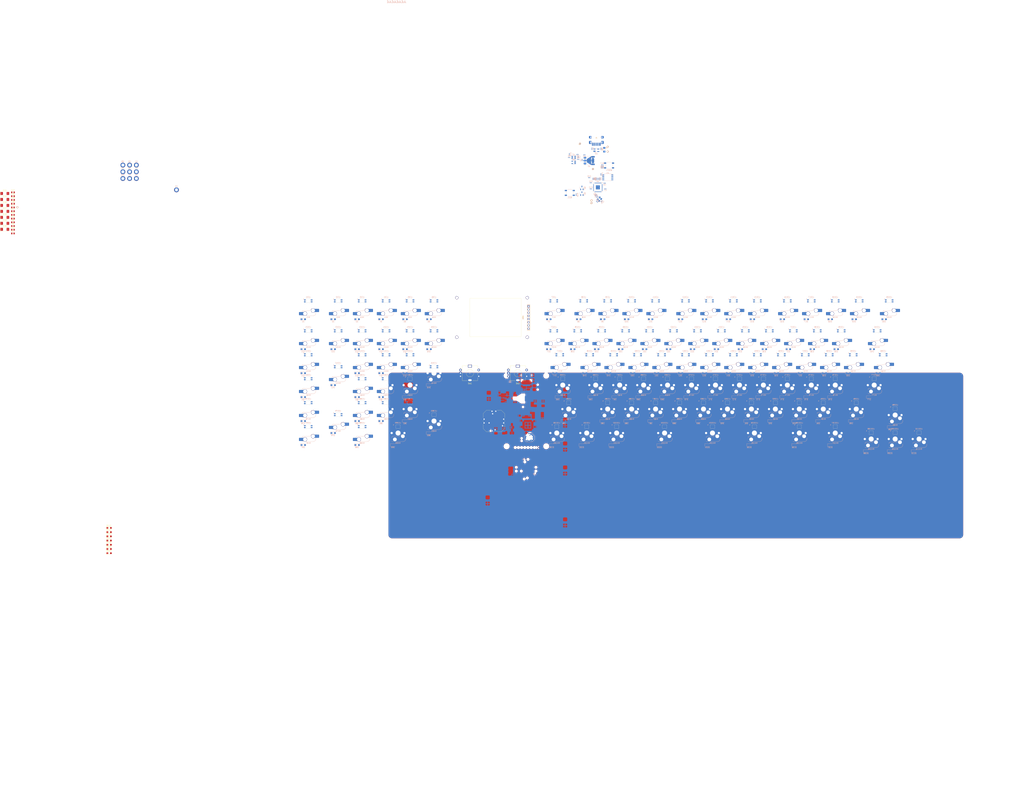
<source format=kicad_pcb>
(kicad_pcb (version 20240108) (generator "pcbnew") (generator_version "8.0")
  (layers (0 "F.Cu" signal) (31 "B.Cu" signal) (34 "B.Paste" user) (35 "F.Paste" user) (36 "B.SilkS" user "B.Silkscreen") (37 "F.SilkS" user "F.Silkscreen") (38 "B.Mask" user) (39 "F.Mask" user) (44 "Edge.Cuts" user))
  (net 0 "")
  (net 1 "COL1")
  (net 2 "ROW1")
  (net 3 "ROW2")
  (net 4 "ROW3")
  (net 5 "ROW4")
  (net 6 "ROW5")
  (net 7 "COL4")
  (net 8 "COL5")
  (net 9 "COL6")
  (net 10 "COL7")
  (net 11 "COL8")
  (net 12 "COL9")
  (net 13 "Net-(D1-K)")
  (net 14 "COL3")
  (net 15 "COL2")
  (net 16 "COL0")
  (net 17 "ROW0")
  (net 18 "Net-(D2-A)")
  (net 19 "Net-(D3-K)")
  (net 20 "Net-(D4-A)")
  (net 21 "Net-(D5-K)")
  (net 22 "Net-(D6-A)")
  (net 23 "Net-(D7-K)")
  (net 24 "Net-(D8-A)")
  (net 25 "Net-(D9-K)")
  (net 26 "Net-(D10-K)")
  (net 27 "Net-(D11-K)")
  (net 28 "Net-(D12-K)")
  (net 29 "Net-(D13-K)")
  (net 30 "Net-(D14-K)")
  (net 31 "Net-(D15-K)")
  (net 32 "Net-(D17-K)")
  (net 33 "Net-(D19-K)")
  (net 34 "Net-(D21-K)")
  (net 35 "ENC1_A")
  (net 36 "ENC2_A")
  (net 37 "GND")
  (net 38 "Net-(D22-A)")
  (net 39 "Net-(D16-K)")
  (net 40 "Net-(D23-K)")
  (net 41 "Net-(D18-K)")
  (net 42 "Net-(D30-K)")
  (net 43 "Net-(D20-K)")
  (net 44 "Net-(D32-K)")
  (net 45 "Net-(D34-K)")
  (net 46 "Net-(D36-K)")
  (net 47 "Net-(D24-A)")
  (net 48 "Net-(D25-K)")
  (net 49 "Net-(D26-A)")
  (net 50 "Net-(D27-K)")
  (net 51 "Net-(D28-A)")
  (net 52 "Net-(D29-K)")
  (net 53 "Net-(D38-K)")
  (net 54 "Net-(D31-K)")
  (net 55 "Net-(D40-K)")
  (net 56 "Net-(D33-K)")
  (net 57 "Net-(C25-Pad2)")
  (net 58 "Net-(D35-K)")
  (net 59 "Net-(D43-K)")
  (net 60 "Net-(D37-K)")
  (net 61 "Net-(D44-A)")
  (net 62 "Net-(D39-K)")
  (net 63 "Net-(D45-K)")
  (net 64 "Net-(D41-K)")
  (net 65 "Net-(D42-A)")
  (net 66 "Net-(D46-K)")
  (net 67 "Net-(D51-K)")
  (net 68 "Net-(D53-K)")
  (net 69 "Net-(D55-K)")
  (net 70 "Net-(D57-K)")
  (net 71 "Net-(D48-K)")
  (net 72 "Net-(D47-A)")
  (net 73 "Net-(D50-K)")
  (net 74 "Net-(D58-K)")
  (net 75 "Net-(D52-K)")
  (net 76 "Net-(D60-K)")
  (net 77 "Net-(D54-K)")
  (net 78 "Net-(D49-K)")
  (net 79 "Net-(D56-K)")
  (net 80 "Net-(D62-K)")
  (net 81 "Net-(D63-A)")
  (net 82 "Net-(D59-K)")
  (net 83 "Net-(D64-K)")
  (net 84 "Net-(D61-A)")
  (net 85 "Net-(D65-K)")
  (net 86 "Net-(D70-K)")
  (net 87 "Net-(D72-K)")
  (net 88 "Net-(D74-K)")
  (net 89 "Net-(D67-K)")
  (net 90 "Net-(D66-A)")
  (net 91 "Net-(D69-K)")
  (net 92 "Net-(D75-K)")
  (net 93 "Net-(D71-K)")
  (net 94 "Net-(D77-K)")
  (net 95 "Net-(D73-K)")
  (net 96 "Net-(D68-K)")
  (net 97 "Net-(D80-K)")
  (net 98 "Net-(D85-K)")
  (net 99 "Net-(D87-K)")
  (net 100 "Net-(D89-K)")
  (net 101 "Net-(D76-K)")
  (net 102 "Net-(D91-K)")
  (net 103 "Net-(D92-K)")
  (net 104 "Net-(D95-K)")
  (net 105 "Net-(D79-A)")
  (net 106 "Net-(D109-K)")
  (net 107 "Net-(D83-K)")
  (net 108 "Net-(D97-A)")
  (net 109 "Net-(D98-K)")
  (net 110 "Net-(D99-A)")
  (net 111 "Net-(D100-K)")
  (net 112 "Net-(D101-A)")
  (net 113 "Net-(D102-K)")
  (net 114 "Net-(LED1-DOUT)")
  (net 115 "Net-(LED2-DOUT)")
  (net 116 "Net-(LED3-DOUT)")
  (net 117 "Net-(LED4-DOUT)")
  (net 118 "Net-(LED5-DOUT)")
  (net 119 "Net-(LED6-DOUT)")
  (net 144 "Net-(LED19-DOUT)")
  (net 145 "Net-(LED20-DOUT)")
  (net 146 "Net-(LED20-DIN)")
  (net 147 "Net-(LED21-DIN)")
  (net 148 "Net-(LED22-DIN)")
  (net 149 "Net-(LED23-DIN)")
  (net 150 "Net-(LED24-DIN)")
  (net 151 "Net-(LED25-DIN)")
  (net 152 "Net-(LED26-DIN)")
  (net 153 "Net-(LED27-DIN)")
  (net 154 "Net-(LED28-DIN)")
  (net 155 "Net-(LED29-DIN)")
  (net 156 "Net-(LED30-DIN)")
  (net 157 "Net-(LED31-DIN)")
  (net 158 "Net-(LED32-DIN)")
  (net 159 "Net-(LED33-DIN)")
  (net 160 "Net-(LED34-DIN)")
  (net 161 "Net-(LED35-DIN)")
  (net 162 "Net-(LED36-DIN)")
  (net 163 "Net-(LED37-DIN)")
  (net 164 "Net-(LED39-DOUT)")
  (net 165 "Net-(LED40-DOUT)")
  (net 166 "Net-(LED41-DOUT)")
  (net 167 "Net-(LED42-DOUT)")
  (net 168 "Net-(LED43-DOUT)")
  (net 169 "Net-(LED44-DOUT)")
  (net 194 "Net-(LED57-DOUT)")
  (net 195 "Net-(LED58-DIN)")
  (net 196 "Net-(LED58-DOUT)")
  (net 197 "Net-(D78-K)")
  (net 198 "Net-(LED59-DIN)")
  (net 199 "LED_DAT_5V")
  (net 200 "LED_DAT_3V3")
  (net 201 "LED_PWR")
  (net 202 "C_ILIM")
  (net 203 "LED_NFAULT")
  (net 204 "+3V3")
  (net 205 "Net-(LED60-DIN)")
  (net 206 "Net-(D81-A)")
  (net 207 "Net-(LED61-DIN)")
  (net 208 "Net-(D96-K)")
  (net 209 "Net-(LED62-DIN)")
  (net 210 "Net-(LED63-DIN)")
  (net 211 "RESET")
  (net 212 "ROT1_A")
  (net 213 "ROT2_A")
  (net 214 "LCD_RESET")
  (net 215 "LCD_DC")
  (net 216 "LCD_CS")
  (net 217 "LCD_BL_PWM")
  (net 218 "LED_EN")
  (net 219 "LCD_SCK{slash}SCL")
  (net 220 "LCD_MOSI{slash}SDA")
  (net 221 "QSPI_SS")
  (net 222 "QSPI_SD1")
  (net 223 "QSPI_SD2")
  (net 224 "QSPI_SD0")
  (net 225 "QSPI_SCLK")
  (net 226 "QSPI_SD3")
  (net 227 "D+")
  (net 228 "D-")
  (net 229 "+1V1")
  (net 230 "SWC")
  (net 231 "SWD")
  (net 232 "XIN")
  (net 233 "Net-(D104-K)")
  (net 234 "Net-(D106-K)")
  (net 235 "Net-(D108-K)")
  (net 236 "ROT1_D")
  (net 237 "Net-(BOOT1-Pad1)")
  (net 238 "Net-(LED65-DIN)")
  (net 239 "ROT2_D")
  (net 240 "Net-(LED66-DIN)")
  (net 241 "Net-(D110-K)")
  (net 242 "Net-(LED67-DIN)")
  (net 243 "Net-(LED68-DIN)")
  (net 244 "ENC1_B")
  (net 245 "ENC2_B")
  (net 246 "ROT1_B")
  (net 247 "ROT2_B")
  (net 248 "XOUT")
  (net 249 "CC2")
  (net 250 "Net-(LED69-DIN)")
  (net 251 "Net-(LED70-DIN)")
  (net 252 "Net-(LED71-DIN)")
  (net 253 "Net-(LED72-DIN)")
  (net 254 "Net-(D82-K)")
  (net 255 "Net-(LED64-DIN)")
  (net 256 "Net-(D84-K)")
  (net 257 "Net-(LED73-DIN)")
  (net 258 "Net-(D86-K)")
  (net 259 "Net-(LED74-DIN)")
  (net 260 "Net-(D88-K)")
  (net 261 "Net-(LED76-DOUT)")
  (net 262 "Net-(D90-K)")
  (net 263 "Net-(LED77-DOUT)")
  (net 264 "Net-(D94-K)")
  (net 266 "Net-(LED78-DOUT)")
  (net 267 "Net-(LED79-DOUT)")
  (net 268 "Net-(D103-K)")
  (net 269 "Net-(D105-K)")
  (net 271 "Net-(D107-K)")
  (net 273 "Net-(LED80-DOUT)")
  (net 274 "Net-(LED81-DOUT)")
  (net 275 "Net-(D93-K)")
  (net 278 "CC1")
  (net 279 "VBUS_FUSED")
  (net 280 "RKJ-D")
  (net 281 "RKJ-C")
  (net 282 "RKJ-B")
  (net 283 "RKJ-A")
  (net 284 "RKJ-PUSH")
  (net 285 "Net-(LED110-DIN)")
  (net 286 "LCD_PWR")
  (net 287 "Net-(Q1-G)")
  (net 288 "LCD_EN")
  (net 289 "Net-(LED94-DIN)")
  (net 290 "VBUS")
  (net 310 "Net-(LED95-DIN)")
  (net 312 "Net-(LED107-DIN)")
  (net 313 "Net-(U6-USB_DP)")
  (net 314 "Net-(U6-USB_DM)")
  (net 315 "Net-(LED96-DIN)")
  (net 316 "Net-(R17-Pad1)")
  (net 317 "Net-(LED97-DIN)")
  (net 318 "Net-(LED98-DIN)")
  (net 319 "Net-(LED100-DOUT)")
  (net 320 "Net-(LED100-DIN)")
  (net 321 "Net-(LED101-DIN)")
  (net 322 "Net-(LED102-DIN)")
  (net 323 "Net-(LED103-DIN)")
  (net 324 "Net-(LED104-DIN)")
  (net 325 "Net-(LED105-DIN)")
  (net 326 "Net-(LED106-DIN)")
  (net 327 "Net-(LED108-DIN)")
  (net 328 "Net-(LED109-DIN)")
  (footprint "Capacitor_SMD:C_0805_2012Metric" (layer "F.Cu") (at -196.6929 -53.2541)
    (property "Reference" "C27")
    (property "Value" "100nF")
  )
  (footprint "Resistor_SMD:R_0805_2012Metric" (layer "F.Cu") (at -196.7129 -35.3441)
    (property "Reference" "R16")
    (property "Value" "5.1k")
  )
  (footprint "Capacitor_Tantalum_SMD:CP_EIA-6032-15_Kemet-U" (layer "F.Cu") (at -203.1879 -42.8841)
    (property "Reference" "C16")
    (property "Value" "100u")
  )
  (footprint "Keyboard:TestPoint" (layer "F.Cu") (at -193.182901 -41.394101)
    (property "Reference" "TP5" (hide yes))
    (property "Value" "RST" (hide yes))
  )
  (footprint "Capacitor_Tantalum_SMD:CP_EIA-6032-15_Kemet-U" (layer "F.Cu") (at -203.1879 -33.3841)
    (property "Reference" "C18")
    (property "Value" "100u")
  )
  (footprint "Keyboard:RKJXT1F42001" (layer "F.Cu") (at 185.7375 128.5875)
    (property "Reference" "S1" (hide yes))
    (property "Value" "RKJXT1F42001" (hide yes))
  )
  (footprint "Capacitor_Tantalum_SMD:CP_EIA-6032-15_Kemet-U" (layer "F.Cu") (at -203.1879 -23.8841)
    (property "Reference" "C20")
    (property "Value" "100u")
  )
  (footprint "Resistor_SMD:R_0805_2012Metric" (layer "F.Cu") (at -196.7129 -29.4441)
    (property "Reference" "R8")
    (property "Value" "5.1k")
  )
  (footprint "Keyboard:D_SOD-123F" (layer "F.Cu") (at -120.21 233.67)
    (property "Reference" "D117")
    (property "Value" "D")
  )
  (footprint "Keyboard:D_SOD-123F" (layer "F.Cu") (at -120.21 230.32)
    (property "Reference" "D116")
    (property "Value" "D")
  )
  (footprint "Capacitor_SMD:C_0805_2012Metric" (layer "F.Cu") (at -196.6929 -50.2441)
    (property "Reference" "C26")
    (property "Value" "100nF")
  )
  (footprint "Capacitor_SMD:C_0805_2012Metric" (layer "F.Cu") (at -196.6929 -44.2241)
    (property "Reference" "C28")
    (property "Value" "100nF")
  )
  (footprint "Keyboard:D_SOD-123F" (layer "F.Cu") (at -120.21 220.27)
    (property "Reference" "D113")
    (property "Value" "D")
  )
  (footprint "Keyboard:RotaryEncoder_Alps_EC11E-Switch_Vertical_H20mm_Centred" (layer "F.Cu") (at 204.7875 90.4875)
    (property "Reference" "SW2")
    (property "Value" "RotaryEncoder_Switch" (hide yes))
  )
  (footprint "Capacitor_SMD:C_0805_2012Metric" (layer "F.Cu") (at -196.6929 -47.2341)
    (property "Reference" "C29")
    (property "Value" "100nF")
  )
  (footprint "Resistor_SMD:R_0805_2012Metric" (layer "F.Cu") (at -196.7129 -26.4941)
    (property "Reference" "R9")
    (property "Value" "5.1k")
  )
  (footprint "Resistor_SMD:R_0805_2012Metric" (layer "F.Cu") (at -196.7129 -41.2441)
    (property "Reference" "R14")
    (property "Value" "5.1k")
  )
  (footprint "Keyboard:D_SOD-123F" (layer "F.Cu") (at -120.21 213.57)
    (property "Reference" "D111")
    (property "Value" "D")
  )
  (footprint "Capacitor_Tantalum_SMD:CP_EIA-6032-15_Kemet-U" (layer "F.Cu") (at -203.1879 -28.6341)
    (property "Reference" "C19")
    (property "Value" "100u")
  )
  (footprint "Keyboard:LCD-ST7789-2in" (layer "F.Cu") (at 184.27 46.22 -90)
    (property "Reference" "LCD1" (hide yes))
    (property "Value" "LCD-ST7789-2in" (hide yes))
  )
  (footprint "Capacitor_Tantalum_SMD:CP_EIA-6032-15_Kemet-U" (layer "F.Cu") (at -203.1879 -47.6341)
    (property "Reference" "C15")
    (property "Value" "100u")
  )
  (footprint "Keyboard:D_SOD-123F" (layer "F.Cu") (at -120.21 216.92)
    (property "Reference" "D112")
    (property "Value" "D")
  )
  (footprint "Keyboard:D_SOD-123F" (layer "F.Cu") (at -120.21 226.97)
    (property "Reference" "D115")
    (property "Value" "D")
  )
  (footprint "Keyboard:D_SOD-123F" (layer "F.Cu") (at -120.21 223.62)
    (property "Reference" "D114")
    (property "Value" "D")
  )
  (footprint "Keyboard:RotaryEncoder_Alps_EC11E-Switch_Vertical_H20mm_Centred" (layer "F.Cu") (at 166.6875 90.4875)
    (property "Reference" "SW1")
    (property "Value" "RotaryEncoder_Switch" (hide yes))
  )
  (footprint "Resistor_SMD:R_0805_2012Metric" (layer "F.Cu") (at -196.7129 -32.3941)
    (property "Reference" "R15")
    (property "Value" "5.1k")
  )
  (footprint "Capacitor_Tantalum_SMD:CP_EIA-6032-15_Kemet-U" (layer "F.Cu") (at -203.1879 -38.1341)
    (property "Reference" "C17")
    (property "Value" "100u")
  )
  (footprint "Resistor_SMD:R_0805_2012Metric" (layer "F.Cu") (at -196.7129 -23.5441)
    (property "Reference" "R10")
    (property "Value" "5.1k")
  )
  (footprint "Resistor_SMD:R_0805_2012Metric" (layer "F.Cu") (at -196.7129 -38.2941)
    (property "Reference" "R12")
    (property "Value" "5.1k")
  )
  (footprint "Capacitor_Tantalum_SMD:CP_EIA-6032-15_Kemet-U" (layer "F.Cu") (at -203.1879 -52.3841)
    (property "Reference" "C14")
    (property "Value" "100u")
  )
  (footprint "Resistor_SMD:R_0805_2012Metric" (layer "F.Cu") (at -196.7129 -20.5941)
    (property "Reference" "R11")
    (property "Value" "5.1k")
  )
  (footprint "Keyboard:LED_MX_6028R" (layer "B.Cu") (at 442.9125 56.8325)
    (property "Reference" "LED38")
    (property "Value" "MX_SK6803MINI-E" (hide yes))
    (fp_line (start -1.699999 -0.702841) (end -1.699999 0.702843) (stroke (width 0.1)) (layer "Edge.Cuts"))
    (fp_line (start -0.794453 1.5) (end 0.794452 1.5) (stroke (width 0.1)) (layer "Edge.Cuts"))
    (fp_line (start 0.794452 -1.499999) (end -0.794452 -1.499999) (stroke (width 0.1)) (layer "Edge.Cuts"))
    (fp_line (start 1.699999 0.702843) (end 1.699999 -0.702841) (stroke (width 0.1)) (layer "Edge.Cuts"))
    (fp_arc (start -1.749484 -0.919719) (mid -1.712527 -0.814067) (end -1.699999 -0.702841) (stroke (width 0.1)) (layer "Edge.Cuts"))
    (fp_arc (start -1.749484 -0.919718) (mid -1.638072 -1.504034) (end -1.046711 -1.568298) (stroke (width 0.1)) (layer "Edge.Cuts"))
    (fp_arc (start -1.699999 0.702844) (mid -1.712527 0.814069) (end -1.749484 0.919721) (stroke (width 0.1)) (layer "Edge.Cuts"))
    (fp_arc (start -1.046711 1.568299) (mid -1.63807 1.504035) (end -1.749484 0.919721) (stroke (width 0.1)) (layer "Edge.Cuts"))
    (fp_arc (start -1.046711 1.568299) (mid -0.925123 1.517377) (end -0.794453 1.5) (stroke (width 0.1)) (layer "Edge.Cuts"))
    (fp_arc (start -0.794452 -1.499999) (mid -0.925123 -1.517376) (end -1.046711 -1.568298) (stroke (width 0.1)) (layer "Edge.Cuts"))
    (fp_arc (start 0.794453 1.500001) (mid 0.925123 1.517378) (end 1.046711 1.5683) (stroke (width 0.1)) (layer "Edge.Cuts"))
    (fp_arc (start 1.04671 -1.568298) (mid 0.925122 -1.517376) (end 0.794452 -1.499999) (stroke (width 0.1)) (layer "Edge.Cuts"))
    (fp_arc (start 1.046711 -1.568296) (mid 1.63807 -1.504033) (end 1.749484 -0.919719) (stroke (width 0.1)) (layer "Edge.Cuts"))
    (fp_arc (start 1.699999 -0.702842) (mid 1.712536 -0.814064) (end 1.749484 -0.919719) (stroke (width 0.1)) (layer "Edge.Cuts"))
    (fp_arc (start 1.749484 0.919721) (mid 1.638072 1.504036) (end 1.046711 1.5683) (stroke (width 0.1)) (layer "Edge.Cuts"))
    (fp_arc (start 1.749484 0.919721) (mid 1.712526 0.814069) (end 1.699999 0.702843) (stroke (width 0.1)) (layer "Edge.Cuts"))
  )
  (footprint "Keyboard:D_SOD-123F" (layer "B.Cu") (at 296.0975 90.4875)
    (property "Reference" "D50")
    (property "Value" "D")
  )
  (footprint "Keyboard:SW_MX_HS_1u" (layer "B.Cu") (at 457.2 100.0125)
    (property "Reference" "MX76")
    (property "Value" "MX_SW_HS")
  )
  (footprint "Resistor_SMD:R_0402_1005Metric" (layer "B.Cu") (at 267.79085 -63.980475 -90)
    (property "Reference" "R4")
    (property "Value" "27")
  )
  (footprint "Keyboard:LED_MX_6028R" (layer "B.Cu") (at 119.0625 113.9825)
    (property "Reference" "LED82")
    (property "Value" "MX_SK6803MINI-E" (hide yes))
    (fp_line (start -1.699999 -0.702841) (end -1.699999 0.702843) (stroke (width 0.1)) (layer "Edge.Cuts"))
    (fp_line (start -0.794453 1.5) (end 0.794452 1.5) (stroke (width 0.1)) (layer "Edge.Cuts"))
    (fp_line (start 0.794452 -1.499999) (end -0.794452 -1.499999) (stroke (width 0.1)) (layer "Edge.Cuts"))
    (fp_line (start 1.699999 0.702843) (end 1.699999 -0.702841) (stroke (width 0.1)) (layer "Edge.Cuts"))
    (fp_arc (start -1.749484 -0.919719) (mid -1.712527 -0.814067) (end -1.699999 -0.702841) (stroke (width 0.1)) (layer "Edge.Cuts"))
    (fp_arc (start -1.749484 -0.919718) (mid -1.638072 -1.504034) (end -1.046711 -1.568298) (stroke (width 0.1)) (layer "Edge.Cuts"))
    (fp_arc (start -1.699999 0.702844) (mid -1.712527 0.814069) (end -1.749484 0.919721) (stroke (width 0.1)) (layer "Edge.Cuts"))
    (fp_arc (start -1.046711 1.568299) (mid -1.63807 1.504035) (end -1.749484 0.919721) (stroke (width 0.1)) (layer "Edge.Cuts"))
    (fp_arc (start -1.046711 1.568299) (mid -0.925123 1.517377) (end -0.794453 1.5) (stroke (width 0.1)) (layer "Edge.Cuts"))
    (fp_arc (start -0.794452 -1.499999) (mid -0.925123 -1.517376) (end -1.046711 -1.568298) (stroke (width 0.1)) (layer "Edge.Cuts"))
    (fp_arc (start 0.794453 1.500001) (mid 0.925123 1.517378) (end 1.046711 1.5683) (stroke (width 0.1)) (layer "Edge.Cuts"))
    (fp_arc (start 1.04671 -1.568298) (mid 0.925122 -1.517376) (end 0.794452 -1.499999) (stroke (width 0.1)) (layer "Edge.Cuts"))
    (fp_arc (start 1.046711 -1.568296) (mid 1.63807 -1.504033) (end 1.749484 -0.919719) (stroke (width 0.1)) (layer "Edge.Cuts"))
    (fp_arc (start 1.699999 -0.702842) (mid 1.712536 -0.814064) (end 1.749484 -0.919719) (stroke (width 0.1)) (layer "Edge.Cuts"))
    (fp_arc (start 1.749484 0.919721) (mid 1.638072 1.504036) (end 1.046711 1.5683) (stroke (width 0.1)) (layer "Edge.Cuts"))
    (fp_arc (start 1.749484 0.919721) (mid 1.712526 0.814069) (end 1.699999 0.702843) (stroke (width 0.1)) (layer "Edge.Cuts"))
  )
  (footprint "Keyboard:LED_MX_6028R" (layer "B.Cu") (at 138.1125 85.4075)
    (property "Reference" "LED46")
    (property "Value" "MX_SK6803MINI-E" (hide yes))
    (fp_line (start -1.699999 -0.702841) (end -1.699999 0.702843) (stroke (width 0.1)) (layer "Edge.Cuts"))
    (fp_line (start -0.794453 1.5) (end 0.794452 1.5) (stroke (width 0.1)) (layer "Edge.Cuts"))
    (fp_line (start 0.794452 -1.499999) (end -0.794452 -1.499999) (stroke (width 0.1)) (layer "Edge.Cuts"))
    (fp_line (start 1.699999 0.702843) (end 1.699999 -0.702841) (stroke (width 0.1)) (layer "Edge.Cuts"))
    (fp_arc (start -1.749484 -0.919719) (mid -1.712527 -0.814067) (end -1.699999 -0.702841) (stroke (width 0.1)) (layer "Edge.Cuts"))
    (fp_arc (start -1.749484 -0.919718) (mid -1.638072 -1.504034) (end -1.046711 -1.568298) (stroke (width 0.1)) (layer "Edge.Cuts"))
    (fp_arc (start -1.699999 0.702844) (mid -1.712527 0.814069) (end -1.749484 0.919721) (stroke (width 0.1)) (layer "Edge.Cuts"))
    (fp_arc (start -1.046711 1.568299) (mid -1.63807 1.504035) (end -1.749484 0.919721) (stroke (width 0.1)) (layer "Edge.Cuts"))
    (fp_arc (start -1.046711 1.568299) (mid -0.925123 1.517377) (end -0.794453 1.5) (stroke (width 0.1)) (layer "Edge.Cuts"))
    (fp_arc (start -0.794452 -1.499999) (mid -0.925123 -1.517376) (end -1.046711 -1.568298) (stroke (width 0.1)) (layer "Edge.Cuts"))
    (fp_arc (start 0.794453 1.500001) (mid 0.925123 1.517378) (end 1.046711 1.5683) (stroke (width 0.1)) (layer "Edge.Cuts"))
    (fp_arc (start 1.04671 -1.568298) (mid 0.925122 -1.517376) (end 0.794452 -1.499999) (stroke (width 0.1)) (layer "Edge.Cuts"))
    (fp_arc (start 1.046711 -1.568296) (mid 1.63807 -1.504033) (end 1.749484 -0.919719) (stroke (width 0.1)) (layer "Edge.Cuts"))
    (fp_arc (start 1.699999 -0.702842) (mid 1.712536 -0.814064) (end 1.749484 -0.919719) (stroke (width 0.1)) (layer "Edge.Cuts"))
    (fp_arc (start 1.749484 0.919721) (mid 1.638072 1.504036) (end 1.046711 1.5683) (stroke (width 0.1)) (layer "Edge.Cuts"))
    (fp_arc (start 1.749484 0.919721) (mid 1.712526 0.814069) (end 1.699999 0.702843) (stroke (width 0.1)) (layer "Edge.Cuts"))
  )
  (footprint "Keyboard:D_SOD-123F" (layer "B.Cu") (at 77.0225 147.6375)
    (property "Reference" "D98")
    (property "Value" "D")
  )
  (footprint "Keyboard:LED_MX_6028R" (layer "B.Cu") (at 500.0625 33.02)
    (property "Reference" "LED20")
    (property "Value" "MX_SK6803MINI-E" (hide yes))
    (fp_line (start -1.699999 -0.702841) (end -1.699999 0.702843) (stroke (width 0.1)) (layer "Edge.Cuts"))
    (fp_line (start -0.794453 1.5) (end 0.794452 1.5) (stroke (width 0.1)) (layer "Edge.Cuts"))
    (fp_line (start 0.794452 -1.499999) (end -0.794452 -1.499999) (stroke (width 0.1)) (layer "Edge.Cuts"))
    (fp_line (start 1.699999 0.702843) (end 1.699999 -0.702841) (stroke (width 0.1)) (layer "Edge.Cuts"))
    (fp_arc (start -1.749484 -0.919719) (mid -1.712527 -0.814067) (end -1.699999 -0.702841) (stroke (width 0.1)) (layer "Edge.Cuts"))
    (fp_arc (start -1.749484 -0.919718) (mid -1.638072 -1.504034) (end -1.046711 -1.568298) (stroke (width 0.1)) (layer "Edge.Cuts"))
    (fp_arc (start -1.699999 0.702844) (mid -1.712527 0.814069) (end -1.749484 0.919721) (stroke (width 0.1)) (layer "Edge.Cuts"))
    (fp_arc (start -1.046711 1.568299) (mid -1.63807 1.504035) (end -1.749484 0.919721) (stroke (width 0.1)) (layer "Edge.Cuts"))
    (fp_arc (start -1.046711 1.568299) (mid -0.925123 1.517377) (end -0.794453 1.5) (stroke (width 0.1)) (layer "Edge.Cuts"))
    (fp_arc (start -0.794452 -1.499999) (mid -0.925123 -1.517376) (end -1.046711 -1.568298) (stroke (width 0.1)) (layer "Edge.Cuts"))
    (fp_arc (start 0.794453 1.500001) (mid 0.925123 1.517378) (end 1.046711 1.5683) (stroke (width 0.1)) (layer "Edge.Cuts"))
    (fp_arc (start 1.04671 -1.568298) (mid 0.925122 -1.517376) (end 0.794452 -1.499999) (stroke (width 0.1)) (layer "Edge.Cuts"))
    (fp_arc (start 1.046711 -1.568296) (mid 1.63807 -1.504033) (end 1.749484 -0.919719) (stroke (width 0.1)) (layer "Edge.Cuts"))
    (fp_arc (start 1.699999 -0.702842) (mid 1.712536 -0.814064) (end 1.749484 -0.919719) (stroke (width 0.1)) (layer "Edge.Cuts"))
    (fp_arc (start 1.749484 0.919721) (mid 1.638072 1.504036) (end 1.046711 1.5683) (stroke (width 0.1)) (layer "Edge.Cuts"))
    (fp_arc (start 1.749484 0.919721) (mid 1.712526 0.814069) (end 1.699999 0.702843) (stroke (width 0.1)) (layer "Edge.Cuts"))
  )
  (footprint "Keyboard:D_SOD-123F" (layer "B.Cu") (at 424.685 128.5875)
    (property "Reference" "D93")
    (property "Value" "D")
  )
  (footprint "Keyboard:D_SOD-123F" (layer "B.Cu") (at 262.76 109.5375)
    (property "Reference" "D66")
    (property "Value" "D")
  )
  (footprint "Keyboard:LED_MX_6028R" (layer "B.Cu") (at 61.9125 123.5075)
    (property "Reference" "LED79")
    (property "Value" "MX_SK6803MINI-E" (hide yes))
    (fp_line (start -1.699999 -0.702841) (end -1.699999 0.702843) (stroke (width 0.1)) (layer "Edge.Cuts"))
    (fp_line (start -0.794453 1.5) (end 0.794452 1.5) (stroke (width 0.1)) (layer "Edge.Cuts"))
    (fp_line (start 0.794452 -1.499999) (end -0.794452 -1.499999) (stroke (width 0.1)) (layer "Edge.Cuts"))
    (fp_line (start 1.699999 0.702843) (end 1.699999 -0.702841) (stroke (width 0.1)) (layer "Edge.Cuts"))
    (fp_arc (start -1.749484 -0.919719) (mid -1.712527 -0.814067) (end -1.699999 -0.702841) (stroke (width 0.1)) (layer "Edge.Cuts"))
    (fp_arc (start -1.749484 -0.919718) (mid -1.638072 -1.504034) (end -1.046711 -1.568298) (stroke (width 0.1)) (layer "Edge.Cuts"))
    (fp_arc (start -1.699999 0.702844) (mid -1.712527 0.814069) (end -1.749484 0.919721) (stroke (width 0.1)) (layer "Edge.Cuts"))
    (fp_arc (start -1.046711 1.568299) (mid -1.63807 1.504035) (end -1.749484 0.919721) (stroke (width 0.1)) (layer "Edge.Cuts"))
    (fp_arc (start -1.046711 1.568299) (mid -0.925123 1.517377) (end -0.794453 1.5) (stroke (width 0.1)) (layer "Edge.Cuts"))
    (fp_arc (start -0.794452 -1.499999) (mid -0.925123 -1.517376) (end -1.046711 -1.568298) (stroke (width 0.1)) (layer "Edge.Cuts"))
    (fp_arc (start 0.794453 1.500001) (mid 0.925123 1.517378) (end 1.046711 1.5683) (stroke (width 0.1)) (layer "Edge.Cuts"))
    (fp_arc (start 1.04671 -1.568298) (mid 0.925122 -1.517376) (end 0.794452 -1.499999) (stroke (width 0.1)) (layer "Edge.Cuts"))
    (fp_arc (start 1.046711 -1.568296) (mid 1.63807 -1.504033) (end 1.749484 -0.919719) (stroke (width 0.1)) (layer "Edge.Cuts"))
    (fp_arc (start 1.699999 -0.702842) (mid 1.712536 -0.814064) (end 1.749484 -0.919719) (stroke (width 0.1)) (layer "Edge.Cuts"))
    (fp_arc (start 1.749484 0.919721) (mid 1.638072 1.504036) (end 1.046711 1.5683) (stroke (width 0.1)) (layer "Edge.Cuts"))
    (fp_arc (start 1.749484 0.919721) (mid 1.712526 0.814069) (end 1.699999 0.702843) (stroke (width 0.1)) (layer "Edge.Cuts"))
  )
  (footprint "Keyboard:D_SOD-123F" (layer "B.Cu") (at 453.26 109.5375)
    (property "Reference" "D76")
    (property "Value" "D")
  )
  (footprint "Keyboard:SW_MX_HS_1u" (layer "B.Cu") (at 276.225 38.1)
    (property "Reference" "MX9")
    (property "Value" "MX_SW_HS")
  )
  (footprint "Keyboard:SW_MX_HS_1u" (layer "B.Cu") (at 504.825 123.825)
    (property "Reference" "MX96")
    (property "Value" "MX_SW_HS")
  )
  (footprint "Keyboard:D_SOD-123F" (layer "B.Cu") (at 400.8725 71.4375)
    (property "Reference" "D36")
    (property "Value" "D")
  )
  (footprint "MountingHole:MountingHole_2.2mm_M2_DIN965_Pad" (layer "B.Cu") (at -66.675 -55.245 180)
    (property "Reference" "H3")
    (property "Value" "MountingHole")
  )
  (footprint "Package_TO_SOT_SMD:SOT-23-6" (layer "B.Cu") (at 249.1875 -80.985 180)
    (property "Reference" "U2")
    (property "Value" "TPS2553DBVR")
  )
  (footprint "Keyboard:SW_MX_HS_1u" (layer "B.Cu") (at 304.8 100.0125)
    (property "Reference" "MX68")
    (property "Value" "MX_SW_HS")
  )
  (footprint "Keyboard:LED_MX_6028R" (layer "B.Cu") (at 280.9875 75.8825)
    (property "Reference" "LED49")
    (property "Value" "MX_SK6803MINI-E" (hide yes))
    (fp_line (start -1.699999 -0.702841) (end -1.699999 0.702843) (stroke (width 0.1)) (layer "Edge.Cuts"))
    (fp_line (start -0.794453 1.5) (end 0.794452 1.5) (stroke (width 0.1)) (layer "Edge.Cuts"))
    (fp_line (start 0.794452 -1.499999) (end -0.794452 -1.499999) (stroke (width 0.1)) (layer "Edge.Cuts"))
    (fp_line (start 1.699999 0.702843) (end 1.699999 -0.702841) (stroke (width 0.1)) (layer "Edge.Cuts"))
    (fp_arc (start -1.749484 -0.919719) (mid -1.712527 -0.814067) (end -1.699999 -0.702841) (stroke (width 0.1)) (layer "Edge.Cuts"))
    (fp_arc (start -1.749484 -0.919718) (mid -1.638072 -1.504034) (end -1.046711 -1.568298) (stroke (width 0.1)) (layer "Edge.Cuts"))
    (fp_arc (start -1.699999 0.702844) (mid -1.712527 0.814069) (end -1.749484 0.919721) (stroke (width 0.1)) (layer "Edge.Cuts"))
    (fp_arc (start -1.046711 1.568299) (mid -1.63807 1.504035) (end -1.749484 0.919721) (stroke (width 0.1)) (layer "Edge.Cuts"))
    (fp_arc (start -1.046711 1.568299) (mid -0.925123 1.517377) (end -0.794453 1.5) (stroke (width 0.1)) (layer "Edge.Cuts"))
    (fp_arc (start -0.794452 -1.499999) (mid -0.925123 -1.517376) (end -1.046711 -1.568298) (stroke (width 0.1)) (layer "Edge.Cuts"))
    (fp_arc (start 0.794453 1.500001) (mid 0.925123 1.517378) (end 1.046711 1.5683) (stroke (width 0.1)) (layer "Edge.Cuts"))
    (fp_arc (start 1.04671 -1.568298) (mid 0.925122 -1.517376) (end 0.794452 -1.499999) (stroke (width 0.1)) (layer "Edge.Cuts"))
    (fp_arc (start 1.046711 -1.568296) (mid 1.63807 -1.504033) (end 1.749484 -0.919719) (stroke (width 0.1)) (layer "Edge.Cuts"))
    (fp_arc (start 1.699999 -0.702842) (mid 1.712536 -0.814064) (end 1.749484 -0.919719) (stroke (width 0.1)) (layer "Edge.Cuts"))
    (fp_arc (start 1.749484 0.919721) (mid 1.638072 1.504036) (end 1.046711 1.5683) (stroke (width 0.1)) (layer "Edge.Cuts"))
    (fp_arc (start 1.749484 0.919721) (mid 1.712526 0.814069) (end 1.699999 0.702843) (stroke (width 0.1)) (layer "Edge.Cuts"))
  )
  (footprint "Capacitor_SMD:C_0402_1005Metric" (layer "B.Cu") (at 271.373664 -46.141376 45)
    (property "Reference" "C24")
    (property "Value" "22p")
  )
  (footprint "Keyboard:SW_MX_HS_1u" (layer "B.Cu") (at 261.9375 80.9625)
    (property "Reference" "MX48")
    (property "Value" "MX_SW_HS")
  )
  (footprint "Keyboard:D_SOD-123F" (layer "B.Cu") (at 77.0225 90.4875)
    (property "Reference" "D43")
    (property "Value" "D")
  )
  (footprint "Keyboard:D_SOD-123F" (layer "B.Cu") (at 500.885 133.35)
    (property "Reference" "D96")
    (property "Value" "D")
  )
  (footprint "Keyboard:D_SOD-123F" (layer "B.Cu") (at 77.0225 128.5875)
    (property "Reference" "D80")
    (property "Value" "D")
  )
  (footprint "Keyboard:SW_MX_HS_1u" (layer "B.Cu") (at 438.15 100.0125)
    (property "Reference" "MX75")
    (property "Value" "MX_SW_HS")
  )
  (footprint "Keyboard:LED_MX_6028R" (layer "B.Cu") (at 338.1375 33.02)
    (property "Reference" "LED12")
    (property "Value" "MX_SK6803MINI-E" (hide yes))
    (fp_line (start -1.699999 -0.702841) (end -1.699999 0.702843) (stroke (width 0.1)) (layer "Edge.Cuts"))
    (fp_line (start -0.794453 1.5) (end 0.794452 1.5) (stroke (width 0.1)) (layer "Edge.Cuts"))
    (fp_line (start 0.794452 -1.499999) (end -0.794452 -1.499999) (stroke (width 0.1)) (layer "Edge.Cuts"))
    (fp_line (start 1.699999 0.702843) (end 1.699999 -0.702841) (stroke (width 0.1)) (layer "Edge.Cuts"))
    (fp_arc (start -1.749484 -0.919719) (mid -1.712527 -0.814067) (end -1.699999 -0.702841) (stroke (width 0.1)) (layer "Edge.Cuts"))
    (fp_arc (start -1.749484 -0.919718) (mid -1.638072 -1.504034) (end -1.046711 -1.568298) (stroke (width 0.1)) (layer "Edge.Cuts"))
    (fp_arc (start -1.699999 0.702844) (mid -1.712527 0.814069) (end -1.749484 0.919721) (stroke (width 0.1)) (layer "Edge.Cuts"))
    (fp_arc (start -1.046711 1.568299) (mid -1.63807 1.504035) (end -1.749484 0.919721) (stroke (width 0.1)) (layer "Edge.Cuts"))
    (fp_arc (start -1.046711 1.568299) (mid -0.925123 1.517377) (end -0.794453 1.5) (stroke (width 0.1)) (layer "Edge.Cuts"))
    (fp_arc (start -0.794452 -1.499999) (mid -0.925123 -1.517376) (end -1.046711 -1.568298) (stroke (width 0.1)) (layer "Edge.Cuts"))
    (fp_arc (start 0.794453 1.500001) (mid 0.925123 1.517378) (end 1.046711 1.5683) (stroke (width 0.1)) (layer "Edge.Cuts"))
    (fp_arc (start 1.04671 -1.568298) (mid 0.925122 -1.517376) (end 0.794452 -1.499999) (stroke (width 0.1)) (layer "Edge.Cuts"))
    (fp_arc (start 1.046711 -1.568296) (mid 1.63807 -1.504033) (end 1.749484 -0.919719) (stroke (width 0.1)) (layer "Edge.Cuts"))
    (fp_arc (start 1.699999 -0.702842) (mid 1.712536 -0.814064) (end 1.749484 -0.919719) (stroke (width 0.1)) (layer "Edge.Cuts"))
    (fp_arc (start 1.749484 0.919721) (mid 1.638072 1.504036) (end 1.046711 1.5683) (stroke (width 0.1)) (layer "Edge.Cuts"))
    (fp_arc (start 1.749484 0.919721) (mid 1.712526 0.814069) (end 1.699999 0.702843) (stroke (width 0.1)) (layer "Edge.Cuts"))
  )
  (footprint "Keyboard:LED_MX_6028R" (layer "B.Cu") (at 304.8 94.9325)
    (property "Reference" "LED68")
    (property "Value" "MX_SK6803MINI-E" (hide yes))
    (fp_line (start -1.699999 -0.702841) (end -1.699999 0.702843) (stroke (width 0.1)) (layer "Edge.Cuts"))
    (fp_line (start -0.794453 1.5) (end 0.794452 1.5) (stroke (width 0.1)) (layer "Edge.Cuts"))
    (fp_line (start 0.794452 -1.499999) (end -0.794452 -1.499999) (stroke (width 0.1)) (layer "Edge.Cuts"))
    (fp_line (start 1.699999 0.702843) (end 1.699999 -0.702841) (stroke (width 0.1)) (layer "Edge.Cuts"))
    (fp_arc (start -1.749484 -0.919719) (mid -1.712527 -0.814067) (end -1.699999 -0.702841) (stroke (width 0.1)) (layer "Edge.Cuts"))
    (fp_arc (start -1.749484 -0.919718) (mid -1.638072 -1.504034) (end -1.046711 -1.568298) (stroke (width 0.1)) (layer "Edge.Cuts"))
    (fp_arc (start -1.699999 0.702844) (mid -1.712527 0.814069) (end -1.749484 0.919721) (stroke (width 0.1)) (layer "Edge.Cuts"))
    (fp_arc (start -1.046711 1.568299) (mid -1.63807 1.504035) (end -1.749484 0.919721) (stroke (width 0.1)) (layer "Edge.Cuts"))
    (fp_arc (start -1.046711 1.568299) (mid -0.925123 1.517377) (end -0.794453 1.5) (stroke (width 0.1)) (layer "Edge.Cuts"))
    (fp_arc (start -0.794452 -1.499999) (mid -0.925123 -1.517376) (end -1.046711 -1.568298) (stroke (width 0.1)) (layer "Edge.Cuts"))
    (fp_arc (start 0.794453 1.500001) (mid 0.925123 1.517378) (end 1.046711 1.5683) (stroke (width 0.1)) (layer "Edge.Cuts"))
    (fp_arc (start 1.04671 -1.568298) (mid 0.925122 -1.517376) (end 0.794452 -1.499999) (stroke (width 0.1)) (layer "Edge.Cuts"))
    (fp_arc (start 1.046711 -1.568296) (mid 1.63807 -1.504033) (end 1.749484 -0.919719) (stroke (width 0.1)) (layer "Edge.Cuts"))
    (fp_arc (start 1.699999 -0.702842) (mid 1.712536 -0.814064) (end 1.749484 -0.919719) (stroke (width 0.1)) (layer "Edge.Cuts"))
    (fp_arc (start 1.749484 0.919721) (mid 1.638072 1.504036) (end 1.046711 1.5683) (stroke (width 0.1)) (layer "Edge.Cuts"))
    (fp_arc (start 1.749484 0.919721) (mid 1.712526 0.814069) (end 1.699999 0.702843) (stroke (width 0.1)) (layer "Edge.Cuts"))
  )
  (footprint "Keyboard:D_SOD-123F" (layer "B.Cu") (at 257.9975 90.4875)
    (property "Reference" "D48")
    (property "Value" "D")
  )
  (footprint "Keyboard:D_SOD-123F" (layer "B.Cu") (at 310.385 47.625)
    (property "Reference" "D11")
    (property "Value" "D")
  )
  (footprint "Keyboard:SW_MX_HS_1u" (layer "B.Cu") (at 404.8125 61.9125)
    (property "Reference" "MX36")
    (property "Value" "MX_SW_HS")
  )
  (footprint "Fuse:Fuse_1206_3216Metric_Pad1.42x1.75mm_HandSolder" (layer "B.Cu") (at 273.528625 -87.172075 -90)
    (property "Reference" "F1")
    (property "Value" "Polyfuse")
  )
  (footprint "Keyboard:LED_MX_6028R" (layer "B.Cu") (at 371.475 113.9825)
    (property "Reference" "LED90")
    (property "Value" "MX_SK6803MINI-E" (hide yes))
    (fp_line (start -1.699999 -0.702841) (end -1.699999 0.702843) (stroke (width 0.1)) (layer "Edge.Cuts"))
    (fp_line (start -0.794453 1.5) (end 0.794452 1.5) (stroke (width 0.1)) (layer "Edge.Cuts"))
    (fp_line (start 0.794452 -1.499999) (end -0.794452 -1.499999) (stroke (width 0.1)) (layer "Edge.Cuts"))
    (fp_line (start 1.699999 0.702843) (end 1.699999 -0.702841) (stroke (width 0.1)) (layer "Edge.Cuts"))
    (fp_arc (start -1.749484 -0.919719) (mid -1.712527 -0.814067) (end -1.699999 -0.702841) (stroke (width 0.1)) (layer "Edge.Cuts"))
    (fp_arc (start -1.749484 -0.919718) (mid -1.638072 -1.504034) (end -1.046711 -1.568298) (stroke (width 0.1)) (layer "Edge.Cuts"))
    (fp_arc (start -1.699999 0.702844) (mid -1.712527 0.814069) (end -1.749484 0.919721) (stroke (width 0.1)) (layer "Edge.Cuts"))
    (fp_arc (start -1.046711 1.568299) (mid -1.63807 1.504035) (end -1.749484 0.919721) (stroke (width 0.1)) (layer "Edge.Cuts"))
    (fp_arc (start -1.046711 1.568299) (mid -0.925123 1.517377) (end -0.794453 1.5) (stroke (width 0.1)) (layer "Edge.Cuts"))
    (fp_arc (start -0.794452 -1.499999) (mid -0.925123 -1.517376) (end -1.046711 -1.568298) (stroke (width 0.1)) (layer "Edge.Cuts"))
    (fp_arc (start 0.794453 1.500001) (mid 0.925123 1.517378) (end 1.046711 1.5683) (stroke (width 0.1)) (layer "Edge.Cuts"))
    (fp_arc (start 1.04671 -1.568298) (mid 0.925122 -1.517376) (end 0.794452 -1.499999) (stroke (width 0.1)) (layer "Edge.Cuts"))
    (fp_arc (start 1.046711 -1.568296) (mid 1.63807 -1.504033) (end 1.749484 -0.919719) (stroke (width 0.1)) (layer "Edge.Cuts"))
    (fp_arc (start 1.699999 -0.702842) (mid 1.712536 -0.814064) (end 1.749484 -0.919719) (stroke (width 0.1)) (layer "Edge.Cuts"))
    (fp_arc (start 1.749484 0.919721) (mid 1.638072 1.504036) (end 1.046711 1.5683) (stroke (width 0.1)) (layer "Edge.Cuts"))
    (fp_arc (start 1.749484 0.919721) (mid 1.712526 0.814069) (end 1.699999 0.702843) (stroke (width 0.1)) (layer "Edge.Cuts"))
  )
  (footprint "Resistor_SMD:R_0402_1005Metric" (layer "B.Cu") (at 245.525674 -80.985 180)
    (property "Reference" "R2")
    (property "Value" "75k")
  )
  (footprint "Keyboard:D_SOD-123F" (layer "B.Cu") (at 248.4725 71.4375)
    (property "Reference" "D28")
    (property "Value" "D")
  )
  (footprint "Keyboard:SW_MX_HS_1u" (layer "B.Cu") (at 452.4375 80.9625)
    (property "Reference" "MX58")
    (property "Value" "MX_SW_HS")
  )
  (footprint "Keyboard:LED_MX_6028R" (layer "B.Cu") (at 314.325 33.02)
    (property "Reference" "LED11")
    (property "Value" "MX_SK6803MINI-E" (hide yes))
    (fp_line (start -1.699999 -0.702841) (end -1.699999 0.702843) (stroke (width 0.1)) (layer "Edge.Cuts"))
    (fp_line (start -0.794453 1.5) (end 0.794452 1.5) (stroke (width 0.1)) (layer "Edge.Cuts"))
    (fp_line (start 0.794452 -1.499999) (end -0.794452 -1.499999) (stroke (width 0.1)) (layer "Edge.Cuts"))
    (fp_line (start 1.699999 0.702843) (end 1.699999 -0.702841) (stroke (width 0.1)) (layer "Edge.Cuts"))
    (fp_arc (start -1.749484 -0.919719) (mid -1.712527 -0.814067) (end -1.699999 -0.702841) (stroke (width 0.1)) (layer "Edge.Cuts"))
    (fp_arc (start -1.749484 -0.919718) (mid -1.638072 -1.504034) (end -1.046711 -1.568298) (stroke (width 0.1)) (layer "Edge.Cuts"))
    (fp_arc (start -1.699999 0.702844) (mid -1.712527 0.814069) (end -1.749484 0.919721) (stroke (width 0.1)) (layer "Edge.Cuts"))
    (fp_arc (start -1.046711 1.568299) (mid -1.63807 1.504035) (end -1.749484 0.919721) (stroke (width 0.1)) (layer "Edge.Cuts"))
    (fp_arc (start -1.046711 1.568299) (mid -0.925123 1.517377) (end -0.794453 1.5) (stroke (width 0.1)) (layer "Edge.Cuts"))
    (fp_arc (start -0.794452 -1.499999) (mid -0.925123 -1.517376) (end -1.046711 -1.568298) (stroke (width 0.1)) (layer "Edge.Cuts"))
    (fp_arc (start 0.794453 1.500001) (mid 0.925123 1.517378) (end 1.046711 1.5683) (stroke (width 0.1)) (layer "Edge.Cuts"))
    (fp_arc (start 1.04671 -1.568298) (mid 0.925122 -1.517376) (end 0.794452 -1.499999) (stroke (width 0.1)) (layer "Edge.Cuts"))
    (fp_arc (start 1.046711 -1.568296) (mid 1.63807 -1.504033) (end 1.749484 -0.919719) (stroke (width 0.1)) (layer "Edge.Cuts"))
    (fp_arc (start 1.699999 -0.702842) (mid 1.712536 -0.814064) (end 1.749484 -0.919719) (stroke (width 0.1)) (layer "Edge.Cuts"))
    (fp_arc (start 1.749484 0.919721) (mid 1.638072 1.504036) (end 1.046711 1.5683) (stroke (width 0.1)) (layer "Edge.Cuts"))
    (fp_arc (start 1.749484 0.919721) (mid 1.712526 0.814069) (end 1.699999 0.702843) (stroke (width 0.1)) (layer "Edge.Cuts"))
  )
  (footprint "Keyboard:SW_MX_HS_1u" (layer "B.Cu") (at 80.9625 138.1125)
    (property "Reference" "MX98")
    (property "Value" "MX_SW_HS")
  )
  (footprint "Keyboard:LED_MX_6028R" (layer "B.Cu") (at 347.6625 56.8325)
    (property "Reference" "LED33")
    (property "Value" "MX_SK6803MINI-E" (hide yes))
    (fp_line (start -1.699999 -0.702841) (end -1.699999 0.702843) (stroke (width 0.1)) (layer "Edge.Cuts"))
    (fp_line (start -0.794453 1.5) (end 0.794452 1.5) (stroke (width 0.1)) (layer "Edge.Cuts"))
    (fp_line (start 0.794452 -1.499999) (end -0.794452 -1.499999) (stroke (width 0.1)) (layer "Edge.Cuts"))
    (fp_line (start 1.699999 0.702843) (end 1.699999 -0.702841) (stroke (width 0.1)) (layer "Edge.Cuts"))
    (fp_arc (start -1.749484 -0.919719) (mid -1.712527 -0.814067) (end -1.699999 -0.702841) (stroke (width 0.1)) (layer "Edge.Cuts"))
    (fp_arc (start -1.749484 -0.919718) (mid -1.638072 -1.504034) (end -1.046711 -1.568298) (stroke (width 0.1)) (layer "Edge.Cuts"))
    (fp_arc (start -1.699999 0.702844) (mid -1.712527 0.814069) (end -1.749484 0.919721) (stroke (width 0.1)) (layer "Edge.Cuts"))
    (fp_arc (start -1.046711 1.568299) (mid -1.63807 1.504035) (end -1.749484 0.919721) (stroke (width 0.1)) (layer "Edge.Cuts"))
    (fp_arc (start -1.046711 1.568299) (mid -0.925123 1.517377) (end -0.794453 1.5) (stroke (width 0.1)) (layer "Edge.Cuts"))
    (fp_arc (start -0.794452 -1.499999) (mid -0.925123 -1.517376) (end -1.046711 -1.568298) (stroke (width 0.1)) (layer "Edge.Cuts"))
    (fp_arc (start 0.794453 1.500001) (mid 0.925123 1.517378) (end 1.046711 1.5683) (stroke (width 0.1)) (layer "Edge.Cuts"))
    (fp_arc (start 1.04671 -1.568298) (mid 0.925122 -1.517376) (end 0.794452 -1.499999) (stroke (width 0.1)) (layer "Edge.Cuts"))
    (fp_arc (start 1.046711 -1.568296) (mid 1.63807 -1.504033) (end 1.749484 -0.919719) (stroke (width 0.1)) (layer "Edge.Cuts"))
    (fp_arc (start 1.699999 -0.702842) (mid 1.712536 -0.814064) (end 1.749484 -0.919719) (stroke (width 0.1)) (layer "Edge.Cuts"))
    (fp_arc (start 1.749484 0.919721) (mid 1.638072 1.504036) (end 1.046711 1.5683) (stroke (width 0.1)) (layer "Edge.Cuts"))
    (fp_arc (start 1.749484 0.919721) (mid 1.712526 0.814069) (end 1.699999 0.702843) (stroke (width 0.1)) (layer "Edge.Cuts"))
  )
  (footprint "Keyboard:D_SOD-123F" (layer "B.Cu") (at 500.885 152.4)
    (property "Reference" "D109")
    (property "Value" "D")
  )
  (footprint "Keyboard:D_SOD-123F" (layer "B.Cu") (at 448.4975 90.4875)
    (property "Reference" "D58")
    (property "Value" "D")
  )
  (footprint "Keyboard:LED_MX_6028R" (layer "B.Cu") (at 80.9625 113.9825)
    (property "Reference" "LED80")
    (property "Value" "MX_SK6803MINI-E" (hide yes))
    (fp_line (start -1.699999 -0.702841) (end -1.699999 0.702843) (stroke (width 0.1)) (layer "Edge.Cuts"))
    (fp_line (start -0.794453 1.5) (end 0.794452 1.5) (stroke (width 0.1)) (layer "Edge.Cuts"))
    (fp_line (start 0.794452 -1.499999) (end -0.794452 -1.499999) (stroke (width 0.1)) (layer "Edge.Cuts"))
    (fp_line (start 1.699999 0.702843) (end 1.699999 -0.702841) (stroke (width 0.1)) (layer "Edge.Cuts"))
    (fp_arc (start -1.749484 -0.919719) (mid -1.712527 -0.814067) (end -1.699999 -0.702841) (stroke (width 0.1)) (layer "Edge.Cuts"))
    (fp_arc (start -1.749484 -0.919718) (mid -1.638072 -1.504034) (end -1.046711 -1.568298) (stroke (width 0.1)) (layer "Edge.Cuts"))
    (fp_arc (start -1.699999 0.702844) (mid -1.712527 0.814069) (end -1.749484 0.919721) (stroke (width 0.1)) (layer "Edge.Cuts"))
    (fp_arc (start -1.046711 1.568299) (mid -1.63807 1.504035) (end -1.749484 0.919721) (stroke (width 0.1)) (layer "Edge.Cuts"))
    (fp_arc (start -1.046711 1.568299) (mid -0.925123 1.517377) (end -0.794453 1.5) (stroke (width 0.1)) (layer "Edge.Cuts"))
    (fp_arc (start -0.794452 -1.499999) (mid -0.925123 -1.517376) (end -1.046711 -1.568298) (stroke (width 0.1)) (layer "Edge.Cuts"))
    (fp_arc (start 0.794453 1.500001) (mid 0.925123 1.517378) (end 1.046711 1.5683) (stroke (width 0.1)) (layer "Edge.Cuts"))
    (fp_arc (start 1.04671 -1.568298) (mid 0.925122 -1.517376) (end 0.794452 -1.499999) (stroke (width 0.1)) (layer "Edge.Cuts"))
    (fp_arc (start 1.046711 -1.568296) (mid 1.63807 -1.504033) (end 1.749484 -0.919719) (stroke (width 0.1)) (layer "Edge.Cuts"))
    (fp_arc (start 1.699999 -0.702842) (mid 1.712536 -0.814064) (end 1.749484 -0.919719) (stroke (width 0.1)) (layer "Edge.Cuts"))
    (fp_arc (start 1.749484 0.919721) (mid 1.638072 1.504036) (end 1.046711 1.5683) (stroke (width 0.1)) (layer "Edge.Cuts"))
    (fp_arc (start 1.749484 0.919721) (mid 1.712526 0.814069) (end 1.699999 0.702843) (stroke (width 0.1)) (layer "Edge.Cuts"))
  )
  (footprint "Resistor_SMD:R_0402_1005Metric" (layer "B.Cu") (at 251.188642 -51.445 90)
    (property "Reference" "R18")
    (property "Value" "5.1K")
  )
  (footprint "Keyboard:D_SOD-123F" (layer "B.Cu") (at 57.9725 71.4375)
    (property "Reference" "D22")
    (property "Value" "D")
  )
  (footprint "Keyboard:SW_MX_HS_1u" (layer "B.Cu") (at 300.0375 80.9625)
    (property "Reference" "MX50")
    (property "Value" "MX_SW_HS")
  )
  (footprint "Keyboard:D_SOD-123F" (layer "B.Cu") (at 453.26 47.625)
    (property "Reference" "D18")
    (property "Value" "D")
  )
  (footprint "Keyboard:LED_MX_6028R" (layer "B.Cu") (at 100.0125 75.8825)
    (property "Reference" "LED44")
    (property "Value" "MX_SK6803MINI-E" (hide yes))
    (fp_line (start -1.699999 -0.702841) (end -1.699999 0.702843) (stroke (width 0.1)) (layer "Edge.Cuts"))
    (fp_line (start -0.794453 1.5) (end 0.794452 1.5) (stroke (width 0.1)) (layer "Edge.Cuts"))
    (fp_line (start 0.794452 -1.499999) (end -0.794452 -1.499999) (stroke (width 0.1)) (layer "Edge.Cuts"))
    (fp_line (start 1.699999 0.702843) (end 1.699999 -0.702841) (stroke (width 0.1)) (layer "Edge.Cuts"))
    (fp_arc (start -1.749484 -0.919719) (mid -1.712527 -0.814067) (end -1.699999 -0.702841) (stroke (width 0.1)) (layer "Edge.Cuts"))
    (fp_arc (start -1.749484 -0.919718) (mid -1.638072 -1.504034) (end -1.046711 -1.568298) (stroke (width 0.1)) (layer "Edge.Cuts"))
    (fp_arc (start -1.699999 0.702844) (mid -1.712527 0.814069) (end -1.749484 0.919721) (stroke (width 0.1)) (layer "Edge.Cuts"))
    (fp_arc (start -1.046711 1.568299) (mid -1.63807 1.504035) (end -1.749484 0.919721) (stroke (width 0.1)) (layer "Edge.Cuts"))
    (fp_arc (start -1.046711 1.568299) (mid -0.925123 1.517377) (end -0.794453 1.5) (stroke (width 0.1)) (layer "Edge.Cuts"))
    (fp_arc (start -0.794452 -1.499999) (mid -0.925123 -1.517376) (end -1.046711 -1.568298) (stroke (width 0.1)) (layer "Edge.Cuts"))
    (fp_arc (start 0.794453 1.500001) (mid 0.925123 1.517378) (end 1.046711 1.5683) (stroke (width 0.1)) (layer "Edge.Cuts"))
    (fp_arc (start 1.04671 -1.568298) (mid 0.925122 -1.517376) (end 0.794452 -1.499999) (stroke (width 0.1)) (layer "Edge.Cuts"))
    (fp_arc (start 1.046711 -1.568296) (mid 1.63807 -1.504033) (end 1.749484 -0.919719) (stroke (width 0.1)) (layer "Edge.Cuts"))
    (fp_arc (start 1.699999 -0.702842) (mid 1.712536 -0.814064) (end 1.749484 -0.919719) (stroke (width 0.1)) (layer "Edge.Cuts"))
    (fp_arc (start 1.749484 0.919721) (mid 1.638072 1.504036) (end 1.046711 1.5683) (stroke (width 0.1)) (layer "Edge.Cuts"))
    (fp_arc (start 1.749484 0.919721) (mid 1.712526 0.814069) (end 1.699999 0.702843) (stroke (width 0.1)) (layer "Edge.Cuts"))
  )
  (footprint "Keyboard:D_SOD-123F" (layer "B.Cu") (at 372.2975 90.4875)
    (property "Reference" "D54")
    (property "Value" "D")
  )
  (footprint "Keyboard:D_SOD-123F" (layer "B.Cu") (at 57.9725 138.1125)
    (property "Reference" "D79")
    (property "Value" "D")
  )
  (footprint "Keyboard:SW_MX_HS_1u" (layer "B.Cu") (at 285.75 100.0125)
    (property "Reference" "MX67")
    (property "Value" "MX_SW_HS")
  )
  (footprint "Keyboard:SW_MX_HS_1u" (layer "B.Cu") (at 400.05 100.0125)
    (property "Reference" "MX73")
    (property "Value" "MX_SW_HS")
  )
  (footprint "Keyboard:SW_MX_HS_1u" (layer "B.Cu") (at 38.1 38.1)
    (property "Reference" "MX1")
    (property "Value" "MX_SW_HS")
  )
  (footprint "Keyboard:LED_MX_6028R" (layer "B.Cu") (at 119.0625 94.9325)
    (property "Reference" "LED64")
    (property "Value" "MX_SK6803MINI-E" (hide yes))
    (fp_line (start -1.699999 -0.702841) (end -1.699999 0.702843) (stroke (width 0.1)) (layer "Edge.Cuts"))
    (fp_line (start -0.794453 1.5) (end 0.794452 1.5) (stroke (width 0.1)) (layer "Edge.Cuts"))
    (fp_line (start 0.794452 -1.499999) (end -0.794452 -1.499999) (stroke (width 0.1)) (layer "Edge.Cuts"))
    (fp_line (start 1.699999 0.702843) (end 1.699999 -0.702841) (stroke (width 0.1)) (layer "Edge.Cuts"))
    (fp_arc (start -1.749484 -0.919719) (mid -1.712527 -0.814067) (end -1.699999 -0.702841) (stroke (width 0.1)) (layer "Edge.Cuts"))
    (fp_arc (start -1.749484 -0.919718) (mid -1.638072 -1.504034) (end -1.046711 -1.568298) (stroke (width 0.1)) (layer "Edge.Cuts"))
    (fp_arc (start -1.699999 0.702844) (mid -1.712527 0.814069) (end -1.749484 0.919721) (stroke (width 0.1)) (layer "Edge.Cuts"))
    (fp_arc (start -1.046711 1.568299) (mid -1.63807 1.504035) (end -1.749484 0.919721) (stroke (width 0.1)) (layer "Edge.Cuts"))
    (fp_arc (start -1.046711 1.568299) (mid -0.925123 1.517377) (end -0.794453 1.5) (stroke (width 0.1)) (layer "Edge.Cuts"))
    (fp_arc (start -0.794452 -1.499999) (mid -0.925123 -1.517376) (end -1.046711 -1.568298) (stroke (width 0.1)) (layer "Edge.Cuts"))
    (fp_arc (start 0.794453 1.500001) (mid 0.925123 1.517378) (end 1.046711 1.5683) (stroke (width 0.1)) (layer "Edge.Cuts"))
    (fp_arc (start 1.04671 -1.568298) (mid 0.925122 -1.517376) (end 0.794452 -1.499999) (stroke (width 0.1)) (layer "Edge.Cuts"))
    (fp_arc (start 1.046711 -1.568296) (mid 1.63807 -1.504033) (end 1.749484 -0.919719) (stroke (width 0.1)) (layer "Edge.Cuts"))
    (fp_arc (start 1.699999 -0.702842) (mid 1.712536 -0.814064) (end 1.749484 -0.919719) (stroke (width 0.1)) (layer "Edge.Cuts"))
    (fp_arc (start 1.749484 0.919721) (mid 1.638072 1.504036) (end 1.046711 1.5683) (stroke (width 0.1)) (layer "Edge.Cuts"))
    (fp_arc (start 1.749484 0.919721) (mid 1.712526 0.814069) (end 1.699999 0.702843) (stroke (width 0.1)) (layer "Edge.Cuts"))
  )
  (footprint "Keyboard:LED_MX_6028R" (layer "B.Cu") (at 392.90625 133.0325)
    (property "Reference" "LED105")
    (property "Value" "MX_SK6803MINI-E" (hide yes))
    (fp_line (start -1.699999 -0.702841) (end -1.699999 0.702843) (stroke (width 0.1)) (layer "Edge.Cuts"))
    (fp_line (start -0.794453 1.5) (end 0.794452 1.5) (stroke (width 0.1)) (layer "Edge.Cuts"))
    (fp_line (start 0.794452 -1.499999) (end -0.794452 -1.499999) (stroke (width 0.1)) (layer "Edge.Cuts"))
    (fp_line (start 1.699999 0.702843) (end 1.699999 -0.702841) (stroke (width 0.1)) (layer "Edge.Cuts"))
    (fp_arc (start -1.749484 -0.919719) (mid -1.712527 -0.814067) (end -1.699999 -0.702841) (stroke (width 0.1)) (layer "Edge.Cuts"))
    (fp_arc (start -1.749484 -0.919718) (mid -1.638072 -1.504034) (end -1.046711 -1.568298) (stroke (width 0.1)) (layer "Edge.Cuts"))
    (fp_arc (start -1.699999 0.702844) (mid -1.712527 0.814069) (end -1.749484 0.919721) (stroke (width 0.1)) (layer "Edge.Cuts"))
    (fp_arc (start -1.046711 1.568299) (mid -1.63807 1.504035) (end -1.749484 0.919721) (stroke (width 0.1)) (layer "Edge.Cuts"))
    (fp_arc (start -1.046711 1.568299) (mid -0.925123 1.517377) (end -0.794453 1.5) (stroke (width 0.1)) (layer "Edge.Cuts"))
    (fp_arc (start -0.794452 -1.499999) (mid -0.925123 -1.517376) (end -1.046711 -1.568298) (stroke (width 0.1)) (layer "Edge.Cuts"))
    (fp_arc (start 0.794453 1.500001) (mid 0.925123 1.517378) (end 1.046711 1.5683) (stroke (width 0.1)) (layer "Edge.Cuts"))
    (fp_arc (start 1.04671 -1.568298) (mid 0.925122 -1.517376) (end 0.794452 -1.499999) (stroke (width 0.1)) (layer "Edge.Cuts"))
    (fp_arc (start 1.046711 -1.568296) (mid 1.63807 -1.504033) (end 1.749484 -0.919719) (stroke (width 0.1)) (layer "Edge.Cuts"))
    (fp_arc (start 1.699999 -0.702842) (mid 1.712536 -0.814064) (end 1.749484 -0.919719) (stroke (width 0.1)) (layer "Edge.Cuts"))
    (fp_arc (start 1.749484 0.919721) (mid 1.638072 1.504036) (end 1.046711 1.5683) (stroke (width 0.1)) (layer "Edge.Cuts"))
    (fp_arc (start 1.749484 0.919721) (mid 1.712526 0.814069) (end 1.699999 0.702843) (stroke (width 0.1)) (layer "Edge.Cuts"))
  )
  (footprint "Keyboard:LED_MX_6028R" (layer "B.Cu") (at 423.8625 56.8325)
    (property "Reference" "LED37")
    (property "Value" "MX_SK6803MINI-E" (hide yes))
    (fp_line (start -1.699999 -0.702841) (end -1.699999 0.702843) (stroke (width 0.1)) (layer "Edge.Cuts"))
    (fp_line (start -0.794453 1.5) (end 0.794452 1.5) (stroke (width 0.1)) (layer "Edge.Cuts"))
    (fp_line (start 0.794452 -1.499999) (end -0.794452 -1.499999) (stroke (width 0.1)) (layer "Edge.Cuts"))
    (fp_line (start 1.699999 0.702843) (end 1.699999 -0.702841) (stroke (width 0.1)) (layer "Edge.Cuts"))
    (fp_arc (start -1.749484 -0.919719) (mid -1.712527 -0.814067) (end -1.699999 -0.702841) (stroke (width 0.1)) (layer "Edge.Cuts"))
    (fp_arc (start -1.749484 -0.919718) (mid -1.638072 -1.504034) (end -1.046711 -1.568298) (stroke (width 0.1)) (layer "Edge.Cuts"))
    (fp_arc (start -1.699999 0.702844) (mid -1.712527 0.814069) (end -1.749484 0.919721) (stroke (width 0.1)) (layer "Edge.Cuts"))
    (fp_arc (start -1.046711 1.568299) (mid -1.63807 1.504035) (end -1.749484 0.919721) (stroke (width 0.1)) (layer "Edge.Cuts"))
    (fp_arc (start -1.046711 1.568299) (mid -0.925123 1.517377) (end -0.794453 1.5) (stroke (width 0.1)) (layer "Edge.Cuts"))
    (fp_arc (start -0.794452 -1.499999) (mid -0.925123 -1.517376) (end -1.046711 -1.568298) (stroke (width 0.1)) (layer "Edge.Cuts"))
    (fp_arc (start 0.794453 1.500001) (mid 0.925123 1.517378) (end 1.046711 1.5683) (stroke (width 0.1)) (layer "Edge.Cuts"))
    (fp_arc (start 1.04671 -1.568298) (mid 0.925122 -1.517376) (end 0.794452 -1.499999) (stroke (width 0.1)) (layer "Edge.Cuts"))
    (fp_arc (start 1.046711 -1.568296) (mid 1.63807 -1.504033) (end 1.749484 -0.919719) (stroke (width 0.1)) (layer "Edge.Cuts"))
    (fp_arc (start 1.699999 -0.702842) (mid 1.712536 -0.814064) (end 1.749484 -0.919719) (stroke (width 0.1)) (layer "Edge.Cuts"))
    (fp_arc (start 1.749484 0.919721) (mid 1.638072 1.504036) (end 1.046711 1.5683) (stroke (width 0.1)) (layer "Edge.Cuts"))
    (fp_arc (start 1.749484 0.919721) (mid 1.712526 0.814069) (end 1.699999 0.702843) (stroke (width 0.1)) (layer "Edge.Cuts"))
  )
  (footprint "Keyboard:LED_MX_6028R" (layer "B.Cu") (at 419.1 94.9325)
    (property "Reference" "LED74")
    (property "Value" "MX_SK6803MINI-E" (hide yes))
    (fp_line (start -1.699999 -0.702841) (end -1.699999 0.702843) (stroke (width 0.1)) (layer "Edge.Cuts"))
    (fp_line (start -0.794453 1.5) (end 0.794452 1.5) (stroke (width 0.1)) (layer "Edge.Cuts"))
    (fp_line (start 0.794452 -1.499999) (end -0.794452 -1.499999) (stroke (width 0.1)) (layer "Edge.Cuts"))
    (fp_line (start 1.699999 0.702843) (end 1.699999 -0.702841) (stroke (width 0.1)) (layer "Edge.Cuts"))
    (fp_arc (start -1.749484 -0.919719) (mid -1.712527 -0.814067) (end -1.699999 -0.702841) (stroke (width 0.1)) (layer "Edge.Cuts"))
    (fp_arc (start -1.749484 -0.919718) (mid -1.638072 -1.504034) (end -1.046711 -1.568298) (stroke (width 0.1)) (layer "Edge.Cuts"))
    (fp_arc (start -1.699999 0.702844) (mid -1.712527 0.814069) (end -1.749484 0.919721) (stroke (width 0.1)) (layer "Edge.Cuts"))
    (fp_arc (start -1.046711 1.568299) (mid -1.63807 1.504035) (end -1.749484 0.919721) (stroke (width 0.1)) (layer "Edge.Cuts"))
    (fp_arc (start -1.046711 1.568299) (mid -0.925123 1.517377) (end -0.794453 1.5) (stroke (width 0.1)) (layer "Edge.Cuts"))
    (fp_arc (start -0.794452 -1.499999) (mid -0.925123 -1.517376) (end -1.046711 -1.568298) (stroke (width 0.1)) (layer "Edge.Cuts"))
    (fp_arc (start 0.794453 1.500001) (mid 0.925123 1.517378) (end 1.046711 1.5683) (stroke (width 0.1)) (layer "Edge.Cuts"))
    (fp_arc (start 1.04671 -1.568298) (mid 0.925122 -1.517376) (end 0.794452 -1.499999) (stroke (width 0.1)) (layer "Edge.Cuts"))
    (fp_arc (start 1.046711 -1.568296) (mid 1.63807 -1.504033) (end 1.749484 -0.919719) (stroke (width 0.1)) (layer "Edge.Cuts"))
    (fp_arc (start 1.699999 -0.702842) (mid 1.712536 -0.814064) (end 1.749484 -0.919719) (stroke (width 0.1)) (layer "Edge.Cuts"))
    (fp_arc (start 1.749484 0.919721) (mid 1.638072 1.504036) (end 1.046711 1.5683) (stroke (width 0.1)) (layer "Edge.Cuts"))
    (fp_arc (start 1.749484 0.919721) (mid 1.712526 0.814069) (end 1.699999 0.702843) (stroke (width 0.1)) (layer "Edge.Cuts"))
  )
  (footprint "Keyboard:LED_MX_6028R" (layer "B.Cu") (at 359.56875 133.0325)
    (property "Reference" "LED104")
    (property "Value" "MX_SK6803MINI-E" (hide yes))
    (fp_line (start -1.699999 -0.702841) (end -1.699999 0.702843) (stroke (width 0.1)) (layer "Edge.Cuts"))
    (fp_line (start -0.794453 1.5) (end 0.794452 1.5) (stroke (width 0.1)) (layer "Edge.Cuts"))
    (fp_line (start 0.794452 -1.499999) (end -0.794452 -1.499999) (stroke (width 0.1)) (layer "Edge.Cuts"))
    (fp_line (start 1.699999 0.702843) (end 1.699999 -0.702841) (stroke (width 0.1)) (layer "Edge.Cuts"))
    (fp_arc (start -1.749484 -0.919719) (mid -1.712527 -0.814067) (end -1.699999 -0.702841) (stroke (width 0.1)) (layer "Edge.Cuts"))
    (fp_arc (start -1.749484 -0.919718) (mid -1.638072 -1.504034) (end -1.046711 -1.568298) (stroke (width 0.1)) (layer "Edge.Cuts"))
    (fp_arc (start -1.699999 0.702844) (mid -1.712527 0.814069) (end -1.749484 0.919721) (stroke (width 0.1)) (layer "Edge.Cuts"))
    (fp_arc (start -1.046711 1.568299) (mid -1.63807 1.504035) (end -1.749484 0.919721) (stroke (width 0.1)) (layer "Edge.Cuts"))
    (fp_arc (start -1.046711 1.568299) (mid -0.925123 1.517377) (end -0.794453 1.5) (stroke (width 0.1)) (layer "Edge.Cuts"))
    (fp_arc (start -0.794452 -1.499999) (mid -0.925123 -1.517376) (end -1.046711 -1.568298) (stroke (width 0.1)) (layer "Edge.Cuts"))
    (fp_arc (start 0.794453 1.500001) (mid 0.925123 1.517378) (end 1.046711 1.5683) (stroke (width 0.1)) (layer "Edge.Cuts"))
    (fp_arc (start 1.04671 -1.568298) (mid 0.925122 -1.517376) (end 0.794452 -1.499999) (stroke (width 0.1)) (layer "Edge.Cuts"))
    (fp_arc (start 1.046711 -1.568296) (mid 1.63807 -1.504033) (end 1.749484 -0.919719) (stroke (width 0.1)) (layer "Edge.Cuts"))
    (fp_arc (start 1.699999 -0.702842) (mid 1.712536 -0.814064) (end 1.749484 -0.919719) (stroke (width 0.1)) (layer "Edge.Cuts"))
    (fp_arc (start 1.749484 0.919721) (mid 1.638072 1.504036) (end 1.046711 1.5683) (stroke (width 0.1)) (layer "Edge.Cuts"))
    (fp_arc (start 1.749484 0.919721) (mid 1.712526 0.814069) (end 1.699999 0.702843) (stroke (width 0.1)) (layer "Edge.Cuts"))
  )
  (footprint "Keyboard:LED_MX_6028R" (layer "B.Cu") (at 390.525 113.9825)
    (property "Reference" "LED91")
    (property "Value" "MX_SK6803MINI-E" (hide yes))
    (fp_line (start -1.699999 -0.702841) (end -1.699999 0.702843) (stroke (width 0.1)) (layer "Edge.Cuts"))
    (fp_line (start -0.794453 1.5) (end 0.794452 1.5) (stroke (width 0.1)) (layer "Edge.Cuts"))
    (fp_line (start 0.794452 -1.499999) (end -0.794452 -1.499999) (stroke (width 0.1)) (layer "Edge.Cuts"))
    (fp_line (start 1.699999 0.702843) (end 1.699999 -0.702841) (stroke (width 0.1)) (layer "Edge.Cuts"))
    (fp_arc (start -1.749484 -0.919719) (mid -1.712527 -0.814067) (end -1.699999 -0.702841) (stroke (width 0.1)) (layer "Edge.Cuts"))
    (fp_arc (start -1.749484 -0.919718) (mid -1.638072 -1.504034) (end -1.046711 -1.568298) (stroke (width 0.1)) (layer "Edge.Cuts"))
    (fp_arc (start -1.699999 0.702844) (mid -1.712527 0.814069) (end -1.749484 0.919721) (stroke (width 0.1)) (layer "Edge.Cuts"))
    (fp_arc (start -1.046711 1.568299) (mid -1.63807 1.504035) (end -1.749484 0.919721) (stroke (width 0.1)) (layer "Edge.Cuts"))
    (fp_arc (start -1.046711 1.568299) (mid -0.925123 1.517377) (end -0.794453 1.5) (stroke (width 0.1)) (layer "Edge.Cuts"))
    (fp_arc (start -0.794452 -1.499999) (mid -0.925123 -1.517376) (end -1.046711 -1.568298) (stroke (width 0.1)) (layer "Edge.Cuts"))
    (fp_arc (start 0.794453 1.500001) (mid 0.925123 1.517378) (end 1.046711 1.5683) (stroke (width 0.1)) (layer "Edge.Cuts"))
    (fp_arc (start 1.04671 -1.568298) (mid 0.925122 -1.517376) (end 0.794452 -1.499999) (stroke (width 0.1)) (layer "Edge.Cuts"))
    (fp_arc (start 1.046711 -1.568296) (mid 1.63807 -1.504033) (end 1.749484 -0.919719) (stroke (width 0.1)) (layer "Edge.Cuts"))
    (fp_arc (start 1.699999 -0.702842) (mid 1.712536 -0.814064) (end 1.749484 -0.919719) (stroke (width 0.1)) (layer "Edge.Cuts"))
    (fp_arc (start 1.749484 0.919721) (mid 1.638072 1.504036) (end 1.046711 1.5683) (stroke (width 0.1)) (layer "Edge.Cuts"))
    (fp_arc (start 1.749484 0.919721) (mid 1.712526 0.814069) (end 1.699999 0.702843) (stroke (width 0.1)) (layer "Edge.Cuts"))
  )
  (footprint "Keyboard:D_SOD-123F" (layer "B.Cu") (at 458.0225 71.4375)
    (property "Reference" "D39")
    (property "Value" "D")
  )
  (footprint "Keyboard:D_SOD-123F" (layer "B.Cu") (at 286.5725 71.4375)
    (property "Reference" "D30")
    (property "Value" "D")
  )
  (footprint "Keyboard:SW_MX_HS_1u" (layer "B.Cu") (at 100.0125 80.9625)
    (property "Reference" "MX44")
    (property "Value" "MX_SW_HS")
  )
  (footprint "Keyboard:SW_MX_HS_1u" (layer "B.Cu") (at 347.6625 61.9125)
    (property "Reference" "MX33")
    (property "Value" "MX_SW_HS")
  )
  (footprint "Keyboard:SW_MX_HS_1u" (layer "B.Cu") (at 428.625 119.0625)
    (property "Reference" "MX93")
    (property "Value" "MX_SW_HS")
  )
  (footprint "Capacitor_SMD:C_0402_1005Metric" (layer "B.Cu") (at 255.967524 -79.015 -90)
    (property "Reference" "C3")
    (property "Value" "1u")
  )
  (footprint "Keyboard:LED_MX_6028R" (layer "B.Cu") (at 414.3375 75.8825)
    (property "Reference" "LED56")
    (property "Value" "MX_SK6803MINI-E" (hide yes))
    (fp_line (start -1.699999 -0.702841) (end -1.699999 0.702843) (stroke (width 0.1)) (layer "Edge.Cuts"))
    (fp_line (start -0.794453 1.5) (end 0.794452 1.5) (stroke (width 0.1)) (layer "Edge.Cuts"))
    (fp_line (start 0.794452 -1.499999) (end -0.794452 -1.499999) (stroke (width 0.1)) (layer "Edge.Cuts"))
    (fp_line (start 1.699999 0.702843) (end 1.699999 -0.702841) (stroke (width 0.1)) (layer "Edge.Cuts"))
    (fp_arc (start -1.749484 -0.919719) (mid -1.712527 -0.814067) (end -1.699999 -0.702841) (stroke (width 0.1)) (layer "Edge.Cuts"))
    (fp_arc (start -1.749484 -0.919718) (mid -1.638072 -1.504034) (end -1.046711 -1.568298) (stroke (width 0.1)) (layer "Edge.Cuts"))
    (fp_arc (start -1.699999 0.702844) (mid -1.712527 0.814069) (end -1.749484 0.919721) (stroke (width 0.1)) (layer "Edge.Cuts"))
    (fp_arc (start -1.046711 1.568299) (mid -1.63807 1.504035) (end -1.749484 0.919721) (stroke (width 0.1)) (layer "Edge.Cuts"))
    (fp_arc (start -1.046711 1.568299) (mid -0.925123 1.517377) (end -0.794453 1.5) (stroke (width 0.1)) (layer "Edge.Cuts"))
    (fp_arc (start -0.794452 -1.499999) (mid -0.925123 -1.517376) (end -1.046711 -1.568298) (stroke (width 0.1)) (layer "Edge.Cuts"))
    (fp_arc (start 0.794453 1.500001) (mid 0.925123 1.517378) (end 1.046711 1.5683) (stroke (width 0.1)) (layer "Edge.Cuts"))
    (fp_arc (start 1.04671 -1.568298) (mid 0.925122 -1.517376) (end 0.794452 -1.499999) (stroke (width 0.1)) (layer "Edge.Cuts"))
    (fp_arc (start 1.046711 -1.568296) (mid 1.63807 -1.504033) (end 1.749484 -0.919719) (stroke (width 0.1)) (layer "Edge.Cuts"))
    (fp_arc (start 1.699999 -0.702842) (mid 1.712536 -0.814064) (end 1.749484 -0.919719) (stroke (width 0.1)) (layer "Edge.Cuts"))
    (fp_arc (start 1.749484 0.919721) (mid 1.638072 1.504036) (end 1.046711 1.5683) (stroke (width 0.1)) (layer "Edge.Cuts"))
    (fp_arc (start 1.749484 0.919721) (mid 1.712526 0.814069) (end 1.699999 0.702843) (stroke (width 0.1)) (layer "Edge.Cuts"))
  )
  (footprint "Keyboard:SW_MX_HS_1u" (layer "B.Cu") (at 357.1875 80.9625)
    (property "Reference" "MX53")
    (property "Value" "MX_SW_HS")
  )
  (footprint "Keyboard:D_SOD-123F" (layer "B.Cu") (at 96.0725 109.5375)
    (property "Reference" "D63")
    (property "Value" "D")
  )
  (footprint "Capacitor_SMD:C_0402_1005Metric" (layer "B.Cu") (at 274.325 -56.038525)
    (property "Reference" "C7")
    (property "Value" "100n")
  )
  (footprint "Keyboard:SW_MX_HS_1u" (layer "B.Cu") (at 80.9625 100.0125)
    (property "Reference" "MX62")
    (property "Value" "MX_SW_HS")
  )
  (footprint "Keyboard:D_SOD-123F" (layer "B.Cu") (at 410.3975 90.4875)
    (property "Reference" "D56")
    (property "Value" "D")
  )
  (footprint "Keyboard:D_SOD-123F" (layer "B.Cu") (at 57.9725 100.0125)
    (property "Reference" "D42")
    (property "Value" "D")
  )
  (footprint "Keyboard:LED_MX_6028R" (layer "B.Cu") (at 490.5375 56.8325)
    (property "Reference" "LED40")
    (property "Value" "MX_SK6803MINI-E" (hide yes))
    (fp_line (start -1.699999 -0.702841) (end -1.699999 0.702843) (stroke (width 0.1)) (layer "Edge.Cuts"))
    (fp_line (start -0.794453 1.5) (end 0.794452 1.5) (stroke (width 0.1)) (layer "Edge.Cuts"))
    (fp_line (start 0.794452 -1.499999) (end -0.794452 -1.499999) (stroke (width 0.1)) (layer "Edge.Cuts"))
    (fp_line (start 1.699999 0.702843) (end 1.699999 -0.702841) (stroke (width 0.1)) (layer "Edge.Cuts"))
    (fp_arc (start -1.749484 -0.919719) (mid -1.712527 -0.814067) (end -1.699999 -0.702841) (stroke (width 0.1)) (layer "Edge.Cuts"))
    (fp_arc (start -1.749484 -0.919718) (mid -1.638072 -1.504034) (end -1.046711 -1.568298) (stroke (width 0.1)) (layer "Edge.Cuts"))
    (fp_arc (start -1.699999 0.702844) (mid -1.712527 0.814069) (end -1.749484 0.919721) (stroke (width 0.1)) (layer "Edge.Cuts"))
    (fp_arc (start -1.046711 1.568299) (mid -1.63807 1.504035) (end -1.749484 0.919721) (stroke (width 0.1)) (layer "Edge.Cuts"))
    (fp_arc (start -1.046711 1.568299) (mid -0.925123 1.517377) (end -0.794453 1.5) (stroke (width 0.1)) (layer "Edge.Cuts"))
    (fp_arc (start -0.794452 -1.499999) (mid -0.925123 -1.517376) (end -1.046711 -1.568298) (stroke (width 0.1)) (layer "Edge.Cuts"))
    (fp_arc (start 0.794453 1.500001) (mid 0.925123 1.517378) (end 1.046711 1.5683) (stroke (width 0.1)) (layer "Edge.Cuts"))
    (fp_arc (start 1.04671 -1.568298) (mid 0.925122 -1.517376) (end 0.794452 -1.499999) (stroke (width 0.1)) (layer "Edge.Cuts"))
    (fp_arc (start 1.046711 -1.568296) (mid 1.63807 -1.504033) (end 1.749484 -0.919719) (stroke (width 0.1)) (layer "Edge.Cuts"))
    (fp_arc (start 1.699999 -0.702842) (mid 1.712536 -0.814064) (end 1.749484 -0.919719) (stroke (width 0.1)) (layer "Edge.Cuts"))
    (fp_arc (start 1.749484 0.919721) (mid 1.638072 1.504036) (end 1.046711 1.5683) (stroke (width 0.1)) (layer "Edge.Cuts"))
    (fp_arc (start 1.749484 0.919721) (mid 1.712526 0.814069) (end 1.699999 0.702843) (stroke (width 0.1)) (layer "Edge.Cuts"))
  )
  (footprint "Resistor_SMD:R_0402_1005Metric" (layer "B.Cu") (at 263.625 -87.922241 90)
    (property "Reference" "R7")
    (property "Value" "5.1k")
  )
  (footprint "Keyboard:SW_MX_HS_1.25u" (layer "B.Cu") (at 359.56875 138.1125)
    (property "Reference" "MX104")
    (property "Value" "MX_SW_HS")
  )
  (footprint "Keyboard:D_SOD-123F" (layer "B.Cu") (at 319.91 109.5375)
    (property "Reference" "D69")
    (property "Value" "D")
  )
  (footprint "Keyboard:SW_MX_HS_1u" (layer "B.Cu") (at 38.1 80.9625)
    (property "Reference" "MX41")
    (property "Value" "MX_SW_HS")
  )
  (footprint "Keyboard:LED_MX_6028R" (layer "B.Cu") (at 300.0375 75.8825)
    (property "Reference" "LED50")
    (property "Value" "MX_SK6803MINI-E" (hide yes))
    (fp_line (start -1.699999 -0.702841) (end -1.699999 0.702843) (stroke (width 0.1)) (layer "Edge.Cuts"))
    (fp_line (start -0.794453 1.5) (end 0.794452 1.5) (stroke (width 0.1)) (layer "Edge.Cuts"))
    (fp_line (start 0.794452 -1.499999) (end -0.794452 -1.499999) (stroke (width 0.1)) (layer "Edge.Cuts"))
    (fp_line (start 1.699999 0.702843) (end 1.699999 -0.702841) (stroke (width 0.1)) (layer "Edge.Cuts"))
    (fp_arc (start -1.749484 -0.919719) (mid -1.712527 -0.814067) (end -1.699999 -0.702841) (stroke (width 0.1)) (layer "Edge.Cuts"))
    (fp_arc (start -1.749484 -0.919718) (mid -1.638072 -1.504034) (end -1.046711 -1.568298) (stroke (width 0.1)) (layer "Edge.Cuts"))
    (fp_arc (start -1.699999 0.702844) (mid -1.712527 0.814069) (end -1.749484 0.919721) (stroke (width 0.1)) (layer "Edge.Cuts"))
    (fp_arc (start -1.046711 1.568299) (mid -1.63807 1.504035) (end -1.749484 0.919721) (stroke (width 0.1)) (layer "Edge.Cuts"))
    (fp_arc (start -1.046711 1.568299) (mid -0.925123 1.517377) (end -0.794453 1.5) (stroke (width 0.1)) (layer "Edge.Cuts"))
    (fp_arc (start -0.794452 -1.499999) (mid -0.925123 -1.517376) (end -1.046711 -1.568298) (stroke (width 0.1)) (layer "Edge.Cuts"))
    (fp_arc (start 0.794453 1.500001) (mid 0.925123 1.517378) (end 1.046711 1.5683) (stroke (width 0.1)) (layer "Edge.Cuts"))
    (fp_arc (start 1.04671 -1.568298) (mid 0.925122 -1.517376) (end 0.794452 -1.499999) (stroke (width 0.1)) (layer "Edge.Cuts"))
    (fp_arc (start 1.046711 -1.568296) (mid 1.63807 -1.504033) (end 1.749484 -0.919719) (stroke (width 0.1)) (layer "Edge.Cuts"))
    (fp_arc (start 1.699999 -0.702842) (mid 1.712536 -0.814064) (end 1.749484 -0.919719) (stroke (width 0.1)) (layer "Edge.Cuts"))
    (fp_arc (start 1.749484 0.919721) (mid 1.638072 1.504036) (end 1.046711 1.5683) (stroke (width 0.1)) (layer "Edge.Cuts"))
    (fp_arc (start 1.749484 0.919721) (mid 1.712526 0.814069) (end 1.699999 0.702843) (stroke (width 0.1)) (layer "Edge.Cuts"))
  )
  (footprint "Keyboard:LED_MX_6028R" (layer "B.Cu") (at 457.2 94.9325)
    (property "Reference" "LED76")
    (property "Value" "MX_SK6803MINI-E" (hide yes))
    (fp_line (start -1.699999 -0.702841) (end -1.699999 0.702843) (stroke (width 0.1)) (layer "Edge.Cuts"))
    (fp_line (start -0.794453 1.5) (end 0.794452 1.5) (stroke (width 0.1)) (layer "Edge.Cuts"))
    (fp_line (start 0.794452 -1.499999) (end -0.794452 -1.499999) (stroke (width 0.1)) (layer "Edge.Cuts"))
    (fp_line (start 1.699999 0.702843) (end 1.699999 -0.702841) (stroke (width 0.1)) (layer "Edge.Cuts"))
    (fp_arc (start -1.749484 -0.919719) (mid -1.712527 -0.814067) (end -1.699999 -0.702841) (stroke (width 0.1)) (layer "Edge.Cuts"))
    (fp_arc (start -1.749484 -0.919718) (mid -1.638072 -1.504034) (end -1.046711 -1.568298) (stroke (width 0.1)) (layer "Edge.Cuts"))
    (fp_arc (start -1.699999 0.702844) (mid -1.712527 0.814069) (end -1.749484 0.919721) (stroke (width 0.1)) (layer "Edge.Cuts"))
    (fp_arc (start -1.046711 1.568299) (mid -1.63807 1.504035) (end -1.749484 0.919721) (stroke (width 0.1)) (layer "Edge.Cuts"))
    (fp_arc (start -1.046711 1.568299) (mid -0.925123 1.517377) (end -0.794453 1.5) (stroke (width 0.1)) (layer "Edge.Cuts"))
    (fp_arc (start -0.794452 -1.499999) (mid -0.925123 -1.517376) (end -1.046711 -1.568298) (stroke (width 0.1)) (layer "Edge.Cuts"))
    (fp_arc (start 0.794453 1.500001) (mid 0.925123 1.517378) (end 1.046711 1.5683) (stroke (width 0.1)) (layer "Edge.Cuts"))
    (fp_arc (start 1.04671 -1.568298) (mid 0.925122 -1.517376) (end 0.794452 -1.499999) (stroke (width 0.1)) (layer "Edge.Cuts"))
    (fp_arc (start 1.046711 -1.568296) (mid 1.63807 -1.504033) (end 1.749484 -0.919719) (stroke (width 0.1)) (layer "Edge.Cuts"))
    (fp_arc (start 1.699999 -0.702842) (mid 1.712536 -0.814064) (end 1.749484 -0.919719) (stroke (width 0.1)) (layer "Edge.Cuts"))
    (fp_arc (start 1.749484 0.919721) (mid 1.638072 1.504036) (end 1.046711 1.5683) (stroke (width 0.1)) (layer "Edge.Cuts"))
    (fp_arc (start 1.749484 0.919721) (mid 1.712526 0.814069) (end 1.699999 0.702843) (stroke (width 0.1)) (layer "Edge.Cuts"))
  )
  (footprint "Keyboard:SW_MX_HS_1u" (layer "B.Cu") (at 461.9625 61.9125)
    (property "Reference" "MX39")
    (property "Value" "MX_SW_HS")
  )
  (footprint "Keyboard:D_SOD-123F" (layer "B.Cu") (at 467.5475 90.4875)
    (property "Reference" "D59")
    (property "Value" "D")
  )
  (footprint "Keyboard:D_SOD-123F" (layer "B.Cu") (at 415.16 109.5375)
    (property "Reference" "D74")
    (property "Value" "D")
  )
  (footprint "Capacitor_SMD:C_0402_1005Metric" (layer "B.Cu") (at 261.515174 -64.948525 180)
    (property "Reference" "C22")
    (property "Value" "1u")
  )
  (footprint "Keyboard:D_SOD-123F" (layer "B.Cu") (at 277.0475 90.4875)
    (property "Reference" "D49")
    (property "Value" "D")
  )
  (footprint "Keyboard:D_SOD-123F" (layer "B.Cu") (at 391.3475 90.4875)
    (property "Reference" "D55")
    (property "Value" "D")
  )
  (footprint "Keyboard:SW_MX_HS_1u" (layer "B.Cu") (at 523.875 142.875)
    (property "Reference" "MX110")
    (property "Value" "MX_SW_HS")
  )
  (footprint "Keyboard:LED_MX_6028R" (layer "B.Cu") (at 438.15 33.02)
    (property "Reference" "LED17")
    (property "Value" "MX_SK6803MINI-E" (hide yes))
    (fp_line (start -1.699999 -0.702841) (end -1.699999 0.702843) (stroke (width 0.1)) (layer "Edge.Cuts"))
    (fp_line (start -0.794453 1.5) (end 0.794452 1.5) (stroke (width 0.1)) (layer "Edge.Cuts"))
    (fp_line (start 0.794452 -1.499999) (end -0.794452 -1.499999) (stroke (width 0.1)) (layer "Edge.Cuts"))
    (fp_line (start 1.699999 0.702843) (end 1.699999 -0.702841) (stroke (width 0.1)) (layer "Edge.Cuts"))
    (fp_arc (start -1.749484 -0.919719) (mid -1.712527 -0.814067) (end -1.699999 -0.702841) (stroke (width 0.1)) (layer "Edge.Cuts"))
    (fp_arc (start -1.749484 -0.919718) (mid -1.638072 -1.504034) (end -1.046711 -1.568298) (stroke (width 0.1)) (layer "Edge.Cuts"))
    (fp_arc (start -1.699999 0.702844) (mid -1.712527 0.814069) (end -1.749484 0.919721) (stroke (width 0.1)) (layer "Edge.Cuts"))
    (fp_arc (start -1.046711 1.568299) (mid -1.63807 1.504035) (end -1.749484 0.919721) (stroke (width 0.1)) (layer "Edge.Cuts"))
    (fp_arc (start -1.046711 1.568299) (mid -0.925123 1.517377) (end -0.794453 1.5) (stroke (width 0.1)) (layer "Edge.Cuts"))
    (fp_arc (start -0.794452 -1.499999) (mid -0.925123 -1.517376) (end -1.046711 -1.568298) (stroke (width 0.1)) (layer "Edge.Cuts"))
    (fp_arc (start 0.794453 1.500001) (mid 0.925123 1.517378) (end 1.046711 1.5683) (stroke (width 0.1)) (layer "Edge.Cuts"))
    (fp_arc (start 1.04671 -1.568298) (mid 0.925122 -1.517376) (end 0.794452 -1.499999) (stroke (width 0.1)) (layer "Edge.Cuts"))
    (fp_arc (start 1.046711 -1.568296) (mid 1.63807 -1.504033) (end 1.749484 -0.919719) (stroke (width 0.1)) (layer "Edge.Cuts"))
    (fp_arc (start 1.699999 -0.702842) (mid 1.712536 -0.814064) (end 1.749484 -0.919719) (stroke (width 0.1)) (layer "Edge.Cuts"))
    (fp_arc (start 1.749484 0.919721) (mid 1.638072 1.504036) (end 1.046711 1.5683) (stroke (width 0.1)) (layer "Edge.Cuts"))
    (fp_arc (start 1.749484 0.919721) (mid 1.712526 0.814069) (end 1.699999 0.702843) (stroke (width 0.1)) (layer "Edge.Cuts"))
  )
  (footprint "Keyboard:SW_MX_HS_1u" (layer "B.Cu") (at 80.9625 119.0625)
    (property "Reference" "MX80")
    (property "Value" "MX_SW_HS")
  )
  (footprint "Keyboard:D_SOD-123F" (layer "B.Cu") (at 419.9225 71.4375)
    (property "Reference" "D37")
    (property "Value" "D")
  )
  (footprint "Package_TO_SOT_SMD:SOT-143_Handsoldering" (layer "B.Cu") (at 267.225 -86.735)
    (property "Reference" "U5")
    (property "Value" "PRTR5V0U2X")
  )
  (footprint "Keyboard:SW_MX_HS_1u" (layer "B.Cu") (at 295.275 38.1)
    (property "Reference" "MX10")
    (property "Value" "MX_SW_HS")
  )
  (footprint "Keyboard:SW_MX_HS_1.75u" (layer "B.Cu") (at 473.86875 119.0625)
    (property "Reference" "MX95")
    (property "Value" "MX_SW_HS")
  )
  (footprint "Keyboard:SW_MX_HS_2.25u" (layer "B.Cu") (at 392.90625 138.1125)
    (property "Reference" "MX105")
    (property "Value" "MX_SW_HS")
  )
  (footprint "Keyboard:TestPoint" (layer "B.Cu") (at 263.425 -44.835 45)
    (property "Reference" "TP6" (hide yes))
    (property "Value" "SWC" (hide yes))
  )
  (footprint "Button_Switch_SMD:SW_SPST_TL3342" (layer "B.Cu") (at 246.111357 -52.835)
    (property "Reference" "RST1")
    (property "Value" "SW_Push")
  )
  (footprint "Keyboard:SW_MX_HS_1u" (layer "B.Cu") (at 252.4125 61.9125)
    (property "Reference" "MX28")
    (property "Value" "MX_SW_HS")
  )
  (footprint "MountingHole:MountingHole_2.2mm_M2_DIN965_Pad" (layer "B.Cu") (at -98.582226 -74.9723 180)
    (property "Reference" "H1")
    (property "Value" "MountingHole")
  )
  (footprint "Keyboard:D_SOD-123F" (layer "B.Cu") (at 355.62875 147.6375)
    (property "Reference" "D104")
    (property "Value" "D")
  )
  (footprint "Keyboard:D_SOD-123F" (layer "B.Cu") (at 377.06 109.5375)
    (property "Reference" "D72")
    (property "Value" "D")
  )
  (footprint "Keyboard:LED_MX_6028R" (layer "B.Cu") (at 323.85 94.9325)
    (property "Reference" "LED69")
    (property "Value" "MX_SK6803MINI-E" (hide yes))
    (fp_line (start -1.699999 -0.702841) (end -1.699999 0.702843) (stroke (width 0.1)) (layer "Edge.Cuts"))
    (fp_line (start -0.794453 1.5) (end 0.794452 1.5) (stroke (width 0.1)) (layer "Edge.Cuts"))
    (fp_line (start 0.794452 -1.499999) (end -0.794452 -1.499999) (stroke (width 0.1)) (layer "Edge.Cuts"))
    (fp_line (start 1.699999 0.702843) (end 1.699999 -0.702841) (stroke (width 0.1)) (layer "Edge.Cuts"))
    (fp_arc (start -1.749484 -0.919719) (mid -1.712527 -0.814067) (end -1.699999 -0.702841) (stroke (width 0.1)) (layer "Edge.Cuts"))
    (fp_arc (start -1.749484 -0.919718) (mid -1.638072 -1.504034) (end -1.046711 -1.568298) (stroke (width 0.1)) (layer "Edge.Cuts"))
    (fp_arc (start -1.699999 0.702844) (mid -1.712527 0.814069) (end -1.749484 0.919721) (stroke (width 0.1)) (layer "Edge.Cuts"))
    (fp_arc (start -1.046711 1.568299) (mid -1.63807 1.504035) (end -1.749484 0.919721) (stroke (width 0.1)) (layer "Edge.Cuts"))
    (fp_arc (start -1.046711 1.568299) (mid -0.925123 1.517377) (end -0.794453 1.5) (stroke (width 0.1)) (layer "Edge.Cuts"))
    (fp_arc (start -0.794452 -1.499999) (mid -0.925123 -1.517376) (end -1.046711 -1.568298) (stroke (width 0.1)) (layer "Edge.Cuts"))
    (fp_arc (start 0.794453 1.500001) (mid 0.925123 1.517378) (end 1.046711 1.5683) (stroke (width 0.1)) (layer "Edge.Cuts"))
    (fp_arc (start 1.04671 -1.568298) (mid 0.925122 -1.517376) (end 0.794452 -1.499999) (stroke (width 0.1)) (layer "Edge.Cuts"))
    (fp_arc (start 1.046711 -1.568296) (mid 1.63807 -1.504033) (end 1.749484 -0.919719) (stroke (width 0.1)) (layer "Edge.Cuts"))
    (fp_arc (start 1.699999 -0.702842) (mid 1.712536 -0.814064) (end 1.749484 -0.919719) (stroke (width 0.1)) (layer "Edge.Cuts"))
    (fp_arc (start 1.749484 0.919721) (mid 1.638072 1.504036) (end 1.046711 1.5683) (stroke (width 0.1)) (layer "Edge.Cuts"))
    (fp_arc (start 1.749484 0.919721) (mid 1.712526 0.814069) (end 1.699999 0.702843) (stroke (width 0.1)) (layer "Edge.Cuts"))
  )
  (footprint "Keyboard:LED_MX_6028R" (layer "B.Cu") (at 119.0625 56.8325)
    (property "Reference" "LED25")
    (property "Value" "MX_SK6803MINI-E" (hide yes))
    (fp_line (start -1.699999 -0.702841) (end -1.699999 0.702843) (stroke (width 0.1)) (layer "Edge.Cuts"))
    (fp_line (start -0.794453 1.5) (end 0.794452 1.5) (stroke (width 0.1)) (layer "Edge.Cuts"))
    (fp_line (start 0.794452 -1.499999) (end -0.794452 -1.499999) (stroke (width 0.1)) (layer "Edge.Cuts"))
    (fp_line (start 1.699999 0.702843) (end 1.699999 -0.702841) (stroke (width 0.1)) (layer "Edge.Cuts"))
    (fp_arc (start -1.749484 -0.919719) (mid -1.712527 -0.814067) (end -1.699999 -0.702841) (stroke (width 0.1)) (layer "Edge.Cuts"))
    (fp_arc (start -1.749484 -0.919718) (mid -1.638072 -1.504034) (end -1.046711 -1.568298) (stroke (width 0.1)) (layer "Edge.Cuts"))
    (fp_arc (start -1.699999 0.702844) (mid -1.712527 0.814069) (end -1.749484 0.919721) (stroke (width 0.1)) (layer "Edge.Cuts"))
    (fp_arc (start -1.046711 1.568299) (mid -1.63807 1.504035) (end -1.749484 0.919721) (stroke (width 0.1)) (layer "Edge.Cuts"))
    (fp_arc (start -1.046711 1.568299) (mid -0.925123 1.517377) (end -0.794453 1.5) (stroke (width 0.1)) (layer "Edge.Cuts"))
    (fp_arc (start -0.794452 -1.499999) (mid -0.925123 -1.517376) (end -1.046711 -1.568298) (stroke (width 0.1)) (layer "Edge.Cuts"))
    (fp_arc (start 0.794453 1.500001) (mid 0.925123 1.517378) (end 1.046711 1.5683) (stroke (width 0.1)) (layer "Edge.Cuts"))
    (fp_arc (start 1.04671 -1.568298) (mid 0.925122 -1.517376) (end 0.794452 -1.499999) (stroke (width 0.1)) (layer "Edge.Cuts"))
    (fp_arc (start 1.046711 -1.568296) (mid 1.63807 -1.504033) (end 1.749484 -0.919719) (stroke (width 0.1)) (layer "Edge.Cuts"))
    (fp_arc (start 1.699999 -0.702842) (mid 1.712536 -0.814064) (end 1.749484 -0.919719) (stroke (width 0.1)) (layer "Edge.Cuts"))
    (fp_arc (start 1.749484 0.919721) (mid 1.638072 1.504036) (end 1.046711 1.5683) (stroke (width 0.1)) (layer "Edge.Cuts"))
    (fp_arc (start 1.749484 0.919721) (mid 1.712526 0.814069) (end 1.699999 0.702843) (stroke (width 0.1)) (layer "Edge.Cuts"))
  )
  (footprint "Keyboard:LED_MX_6028R" (layer "B.Cu") (at 395.2875 75.8825)
    (property "Reference" "LED55")
    (property "Value" "MX_SK6803MINI-E" (hide yes))
    (fp_line (start -1.699999 -0.702841) (end -1.699999 0.702843) (stroke (width 0.1)) (layer "Edge.Cuts"))
    (fp_line (start -0.794453 1.5) (end 0.794452 1.5) (stroke (width 0.1)) (layer "Edge.Cuts"))
    (fp_line (start 0.794452 -1.499999) (end -0.794452 -1.499999) (stroke (width 0.1)) (layer "Edge.Cuts"))
    (fp_line (start 1.699999 0.702843) (end 1.699999 -0.702841) (stroke (width 0.1)) (layer "Edge.Cuts"))
    (fp_arc (start -1.749484 -0.919719) (mid -1.712527 -0.814067) (end -1.699999 -0.702841) (stroke (width 0.1)) (layer "Edge.Cuts"))
    (fp_arc (start -1.749484 -0.919718) (mid -1.638072 -1.504034) (end -1.046711 -1.568298) (stroke (width 0.1)) (layer "Edge.Cuts"))
    (fp_arc (start -1.699999 0.702844) (mid -1.712527 0.814069) (end -1.749484 0.919721) (stroke (width 0.1)) (layer "Edge.Cuts"))
    (fp_arc (start -1.046711 1.568299) (mid -1.63807 1.504035) (end -1.749484 0.919721) (stroke (width 0.1)) (layer "Edge.Cuts"))
    (fp_arc (start -1.046711 1.568299) (mid -0.925123 1.517377) (end -0.794453 1.5) (stroke (width 0.1)) (layer "Edge.Cuts"))
    (fp_arc (start -0.794452 -1.499999) (mid -0.925123 -1.517376) (end -1.046711 -1.568298) (stroke (width 0.1)) (layer "Edge.Cuts"))
    (fp_arc (start 0.794453 1.500001) (mid 0.925123 1.517378) (end 1.046711 1.5683) (stroke (width 0.1)) (layer "Edge.Cuts"))
    (fp_arc (start 1.04671 -1.568298) (mid 0.925122 -1.517376) (end 0.794452 -1.499999) (stroke (width 0.1)) (layer "Edge.Cuts"))
    (fp_arc (start 1.046711 -1.568296) (mid 1.63807 -1.504033) (end 1.749484 -0.919719) (stroke (width 0.1)) (layer "Edge.Cuts"))
    (fp_arc (start 1.699999 -0.702842) (mid 1.712536 -0.814064) (end 1.749484 -0.919719) (stroke (width 0.1)) (layer "Edge.Cuts"))
    (fp_arc (start 1.749484 0.919721) (mid 1.638072 1.504036) (end 1.046711 1.5683) (stroke (width 0.1)) (layer "Edge.Cuts"))
    (fp_arc (start 1.749484 0.919721) (mid 1.712526 0.814069) (end 1.699999 0.702843) (stroke (width 0.1)) (layer "Edge.Cuts"))
  )
  (footprint "Keyboard:SW_MX_HS_1u" (layer "B.Cu") (at 61.9125 61.9125)
    (property "Reference" "MX22")
    (property "Value" "MX_SW_HS")
  )
  (footprint "Resistor_SMD:R_0402_1005Metric" (layer "B.Cu") (at 266.69085 -63.980475 -90)
    (property "Reference" "R5")
    (property "Value" "27")
  )
  (footprint "Keyboard:D_SOD-123F" (layer "B.Cu") (at 386.585 128.5875)
    (property "Reference" "D91")
    (property "Value" "D")
  )
  (footprint "Keyboard:LED_MX_6028R" (layer "B.Cu") (at 80.9625 33.02)
    (property "Reference" "LED3")
    (property "Value" "MX_SK6803MINI-E" (hide yes))
    (fp_line (start -1.699999 -0.702841) (end -1.699999 0.702843) (stroke (width 0.1)) (layer "Edge.Cuts"))
    (fp_line (start -0.794453 1.5) (end 0.794452 1.5) (stroke (width 0.1)) (layer "Edge.Cuts"))
    (fp_line (start 0.794452 -1.499999) (end -0.794452 -1.499999) (stroke (width 0.1)) (layer "Edge.Cuts"))
    (fp_line (start 1.699999 0.702843) (end 1.699999 -0.702841) (stroke (width 0.1)) (layer "Edge.Cuts"))
    (fp_arc (start -1.749484 -0.919719) (mid -1.712527 -0.814067) (end -1.699999 -0.702841) (stroke (width 0.1)) (layer "Edge.Cuts"))
    (fp_arc (start -1.749484 -0.919718) (mid -1.638072 -1.504034) (end -1.046711 -1.568298) (stroke (width 0.1)) (layer "Edge.Cuts"))
    (fp_arc (start -1.699999 0.702844) (mid -1.712527 0.814069) (end -1.749484 0.919721) (stroke (width 0.1)) (layer "Edge.Cuts"))
    (fp_arc (start -1.046711 1.568299) (mid -1.63807 1.504035) (end -1.749484 0.919721) (stroke (width 0.1)) (layer "Edge.Cuts"))
    (fp_arc (start -1.046711 1.568299) (mid -0.925123 1.517377) (end -0.794453 1.5) (stroke (width 0.1)) (layer "Edge.Cuts"))
    (fp_arc (start -0.794452 -1.499999) (mid -0.925123 -1.517376) (end -1.046711 -1.568298) (stroke (width 0.1)) (layer "Edge.Cuts"))
    (fp_arc (start 0.794453 1.500001) (mid 0.925123 1.517378) (end 1.046711 1.5683) (stroke (width 0.1)) (layer "Edge.Cuts"))
    (fp_arc (start 1.04671 -1.568298) (mid 0.925122 -1.517376) (end 0.794452 -1.499999) (stroke (width 0.1)) (layer "Edge.Cuts"))
    (fp_arc (start 1.046711 -1.568296) (mid 1.63807 -1.504033) (end 1.749484 -0.919719) (stroke (width 0.1)) (layer "Edge.Cuts"))
    (fp_arc (start 1.699999 -0.702842) (mid 1.712536 -0.814064) (end 1.749484 -0.919719) (stroke (width 0.1)) (layer "Edge.Cuts"))
    (fp_arc (start 1.749484 0.919721) (mid 1.638072 1.504036) (end 1.046711 1.5683) (stroke (width 0.1)) (layer "Edge.Cuts"))
    (fp_arc (start 1.749484 0.919721) (mid 1.712526 0.814069) (end 1.699999 0.702843) (stroke (width 0.1)) (layer "Edge.Cuts"))
  )
  (footprint "Keyboard:LED_MX_6028R" (layer "B.Cu") (at 376.2375 75.8825)
    (property "Reference" "LED54")
    (property "Value" "MX_SK6803MINI-E" (hide yes))
    (fp_line (start -1.699999 -0.702841) (end -1.699999 0.702843) (stroke (width 0.1)) (layer "Edge.Cuts"))
    (fp_line (start -0.794453 1.5) (end 0.794452 1.5) (stroke (width 0.1)) (layer "Edge.Cuts"))
    (fp_line (start 0.794452 -1.499999) (end -0.794452 -1.499999) (stroke (width 0.1)) (layer "Edge.Cuts"))
    (fp_line (start 1.699999 0.702843) (end 1.699999 -0.702841) (stroke (width 0.1)) (layer "Edge.Cuts"))
    (fp_arc (start -1.749484 -0.919719) (mid -1.712527 -0.814067) (end -1.699999 -0.702841) (stroke (width 0.1)) (layer "Edge.Cuts"))
    (fp_arc (start -1.749484 -0.919718) (mid -1.638072 -1.504034) (end -1.046711 -1.568298) (stroke (width 0.1)) (layer "Edge.Cuts"))
    (fp_arc (start -1.699999 0.702844) (mid -1.712527 0.814069) (end -1.749484 0.919721) (stroke (width 0.1)) (layer "Edge.Cuts"))
    (fp_arc (start -1.046711 1.568299) (mid -1.63807 1.504035) (end -1.749484 0.919721) (stroke (width 0.1)) (layer "Edge.Cuts"))
    (fp_arc (start -1.046711 1.568299) (mid -0.925123 1.517377) (end -0.794453 1.5) (stroke (width 0.1)) (layer "Edge.Cuts"))
    (fp_arc (start -0.794452 -1.499999) (mid -0.925123 -1.517376) (end -1.046711 -1.568298) (stroke (width 0.1)) (layer "Edge.Cuts"))
    (fp_arc (start 0.794453 1.500001) (mid 0.925123 1.517378) (end 1.046711 1.5683) (stroke (width 0.1)) (layer "Edge.Cuts"))
    (fp_arc (start 1.04671 -1.568298) (mid 0.925122 -1.517376) (end 0.794452 -1.499999) (stroke (width 0.1)) (layer "Edge.Cuts"))
    (fp_arc (start 1.046711 -1.568296) (mid 1.63807 -1.504033) (end 1.749484 -0.919719) (stroke (width 0.1)) (layer "Edge.Cuts"))
    (fp_arc (start 1.699999 -0.702842) (mid 1.712536 -0.814064) (end 1.749484 -0.919719) (stroke (width 0.1)) (layer "Edge.Cuts"))
    (fp_arc (start 1.749484 0.919721) (mid 1.638072 1.504036) (end 1.046711 1.5683) (stroke (width 0.1)) (layer "Edge.Cuts"))
    (fp_arc (start 1.749484 0.919721) (mid 1.712526 0.814069) (end 1.699999 0.702843) (stroke (width 0.1)) (layer "Edge.Cuts"))
  )
  (footprint "Keyboard:LED_MX_6028R" (layer "B.Cu") (at 523.875 137.795)
    (property "Reference" "LED110")
    (property "Value" "MX_SK6803MINI-E" (hide yes))
    (fp_line (start -1.699999 -0.702841) (end -1.699999 0.702843) (stroke (width 0.1)) (layer "Edge.Cuts"))
    (fp_line (start -0.794453 1.5) (end 0.794452 1.5) (stroke (width 0.1)) (layer "Edge.Cuts"))
    (fp_line (start 0.794452 -1.499999) (end -0.794452 -1.499999) (stroke (width 0.1)) (layer "Edge.Cuts"))
    (fp_line (start 1.699999 0.702843) (end 1.699999 -0.702841) (stroke (width 0.1)) (layer "Edge.Cuts"))
    (fp_arc (start -1.749484 -0.919719) (mid -1.712527 -0.814067) (end -1.699999 -0.702841) (stroke (width 0.1)) (layer "Edge.Cuts"))
    (fp_arc (start -1.749484 -0.919718) (mid -1.638072 -1.504034) (end -1.046711 -1.568298) (stroke (width 0.1)) (layer "Edge.Cuts"))
    (fp_arc (start -1.699999 0.702844) (mid -1.712527 0.814069) (end -1.749484 0.919721) (stroke (width 0.1)) (layer "Edge.Cuts"))
    (fp_arc (start -1.046711 1.568299) (mid -1.63807 1.504035) (end -1.749484 0.919721) (stroke (width 0.1)) (layer "Edge.Cuts"))
    (fp_arc (start -1.046711 1.568299) (mid -0.925123 1.517377) (end -0.794453 1.5) (stroke (width 0.1)) (layer "Edge.Cuts"))
    (fp_arc (start -0.794452 -1.499999) (mid -0.925123 -1.517376) (end -1.046711 -1.568298) (stroke (width 0.1)) (layer "Edge.Cuts"))
    (fp_arc (start 0.794453 1.500001) (mid 0.925123 1.517378) (end 1.046711 1.5683) (stroke (width 0.1)) (layer "Edge.Cuts"))
    (fp_arc (start 1.04671 -1.568298) (mid 0.925122 -1.517376) (end 0.794452 -1.499999) (stroke (width 0.1)) (layer "Edge.Cuts"))
    (fp_arc (start 1.046711 -1.568296) (mid 1.63807 -1.504033) (end 1.749484 -0.919719) (stroke (width 0.1)) (layer "Edge.Cuts"))
    (fp_arc (start 1.699999 -0.702842) (mid 1.712536 -0.814064) (end 1.749484 -0.919719) (stroke (width 0.1)) (layer "Edge.Cuts"))
    (fp_arc (start 1.749484 0.919721) (mid 1.638072 1.504036) (end 1.046711 1.5683) (stroke (width 0.1)) (layer "Edge.Cuts"))
    (fp_arc (start 1.749484 0.919721) (mid 1.712526 0.814069) (end 1.699999 0.702843) (stroke (width 0.1)) (layer "Edge.Cuts"))
  )
  (footprint "Keyboard:D_SOD-123F" (layer "B.Cu") (at 310.385 128.5875)
    (property "Reference" "D87")
    (property "Value" "D")
  )
  (footprint "Keyboard:D_SOD-123F" (layer "B.Cu") (at 77.0225 109.5375)
    (property "Reference" "D62")
    (property "Value" "D")
  )
  (footprint "Keyboard:SW_MX_HS_1u" (layer "B.Cu") (at 309.5625 61.9125)
    (property "Reference" "MX31")
    (property "Value" "MX_SW_HS")
  )
  (footprint "Keyboard:SW_MX_HS_1u" (layer "B.Cu") (at 119.0625 100.0125)
    (property "Reference" "MX64")
    (property "Value" "MX_SW_HS")
  )
  (footprint "Keyboard:LED_MX_6028R" (layer "B.Cu") (at 357.1875 75.8825)
    (property "Reference" "LED53")
    (property "Value" "MX_SK6803MINI-E" (hide yes))
    (fp_line (start -1.699999 -0.702841) (end -1.699999 0.702843) (stroke (width 0.1)) (layer "Edge.Cuts"))
    (fp_line (start -0.794453 1.5) (end 0.794452 1.5) (stroke (width 0.1)) (layer "Edge.Cuts"))
    (fp_line (start 0.794452 -1.499999) (end -0.794452 -1.499999) (stroke (width 0.1)) (layer "Edge.Cuts"))
    (fp_line (start 1.699999 0.702843) (end 1.699999 -0.702841) (stroke (width 0.1)) (layer "Edge.Cuts"))
    (fp_arc (start -1.749484 -0.919719) (mid -1.712527 -0.814067) (end -1.699999 -0.702841) (stroke (width 0.1)) (layer "Edge.Cuts"))
    (fp_arc (start -1.749484 -0.919718) (mid -1.638072 -1.504034) (end -1.046711 -1.568298) (stroke (width 0.1)) (layer "Edge.Cuts"))
    (fp_arc (start -1.699999 0.702844) (mid -1.712527 0.814069) (end -1.749484 0.919721) (stroke (width 0.1)) (layer "Edge.Cuts"))
    (fp_arc (start -1.046711 1.568299) (mid -1.63807 1.504035) (end -1.749484 0.919721) (stroke (width 0.1)) (layer "Edge.Cuts"))
    (fp_arc (start -1.046711 1.568299) (mid -0.925123 1.517377) (end -0.794453 1.5) (stroke (width 0.1)) (layer "Edge.Cuts"))
    (fp_arc (start -0.794452 -1.499999) (mid -0.925123 -1.517376) (end -1.046711 -1.568298) (stroke (width 0.1)) (layer "Edge.Cuts"))
    (fp_arc (start 0.794453 1.500001) (mid 0.925123 1.517378) (end 1.046711 1.5683) (stroke (width 0.1)) (layer "Edge.Cuts"))
    (fp_arc (start 1.04671 -1.568298) (mid 0.925122 -1.517376) (end 0.794452 -1.499999) (stroke (width 0.1)) (layer "Edge.Cuts"))
    (fp_arc (start 1.046711 -1.568296) (mid 1.63807 -1.504033) (end 1.749484 -0.919719) (stroke (width 0.1)) (layer "Edge.Cuts"))
    (fp_arc (start 1.699999 -0.702842) (mid 1.712536 -0.814064) (end 1.749484 -0.919719) (stroke (width 0.1)) (layer "Edge.Cuts"))
    (fp_arc (start 1.749484 0.919721) (mid 1.638072 1.504036) (end 1.046711 1.5683) (stroke (width 0.1)) (layer "Edge.Cuts"))
    (fp_arc (start 1.749484 0.919721) (mid 1.712526 0.814069) (end 1.699999 0.702843) (stroke (width 0.1)) (layer "Edge.Cuts"))
  )
  (footprint "MountingHole:MountingHole_2.2mm_M2_DIN965_Pad" (layer "B.Cu") (at -98.582226 -69.6223 180)
    (property "Reference" "H2")
    (property "Value" "MountingHole")
  )
  (footprint "Keyboard:LED_MX_6028R" (layer "B.Cu") (at 138.1125 123.5075)
    (property "Reference" "LED83")
    (property "Value" "MX_SK6803MINI-E" (hide yes))
    (fp_line (start -1.699999 -0.702841) (end -1.699999 0.702843) (stroke (width 0.1)) (layer "Edge.Cuts"))
    (fp_line (start -0.794453 1.5) (end 0.794452 1.5) (stroke (width 0.1)) (layer "Edge.Cuts"))
    (fp_line (start 0.794452 -1.499999) (end -0.794452 -1.499999) (stroke (width 0.1)) (layer "Edge.Cuts"))
    (fp_line (start 1.699999 0.702843) (end 1.699999 -0.702841) (stroke (width 0.1)) (layer "Edge.Cuts"))
    (fp_arc (start -1.749484 -0.919719) (mid -1.712527 -0.814067) (end -1.699999 -0.702841) (stroke (width 0.1)) (layer "Edge.Cuts"))
    (fp_arc (start -1.749484 -0.919718) (mid -1.638072 -1.504034) (end -1.046711 -1.568298) (stroke (width 0.1)) (layer "Edge.Cuts"))
    (fp_arc (start -1.699999 0.702844) (mid -1.712527 0.814069) (end -1.749484 0.919721) (stroke (width 0.1)) (layer "Edge.Cuts"))
    (fp_arc (start -1.046711 1.568299) (mid -1.63807 1.504035) (end -1.749484 0.919721) (stroke (width 0.1)) (layer "Edge.Cuts"))
    (fp_arc (start -1.046711 1.568299) (mid -0.925123 1.517377) (end -0.794453 1.5) (stroke (width 0.1)) (layer "Edge.Cuts"))
    (fp_arc (start -0.794452 -1.499999) (mid -0.925123 -1.517376) (end -1.046711 -1.568298) (stroke (width 0.1)) (layer "Edge.Cuts"))
    (fp_arc (start 0.794453 1.500001) (mid 0.925123 1.517378) (end 1.046711 1.5683) (stroke (width 0.1)) (layer "Edge.Cuts"))
    (fp_arc (start 1.04671 -1.568298) (mid 0.925122 -1.517376) (end 0.794452 -1.499999) (stroke (width 0.1)) (layer "Edge.Cuts"))
    (fp_arc (start 1.046711 -1.568296) (mid 1.63807 -1.504033) (end 1.749484 -0.919719) (stroke (width 0.1)) (layer "Edge.Cuts"))
    (fp_arc (start 1.699999 -0.702842) (mid 1.712536 -0.814064) (end 1.749484 -0.919719) (stroke (width 0.1)) (layer "Edge.Cuts"))
    (fp_arc (start 1.749484 0.919721) (mid 1.638072 1.504036) (end 1.046711 1.5683) (stroke (width 0.1)) (layer "Edge.Cuts"))
    (fp_arc (start 1.749484 0.919721) (mid 1.712526 0.814069) (end 1.699999 0.702843) (stroke (width 0.1)) (layer "Edge.Cuts"))
  )
  (footprint "Capacitor_SMD:C_0402_1005Metric" (layer "B.Cu") (at 264.49775 -63.980475 90)
    (property "Reference" "C9")
    (property "Value" "100n")
  )
  (footprint "Keyboard:LED_MX_6028R" (layer "B.Cu") (at 80.9625 94.9325)
    (property "Reference" "LED62")
    (property "Value" "MX_SK6803MINI-E" (hide yes))
    (fp_line (start -1.699999 -0.702841) (end -1.699999 0.702843) (stroke (width 0.1)) (layer "Edge.Cuts"))
    (fp_line (start -0.794453 1.5) (end 0.794452 1.5) (stroke (width 0.1)) (layer "Edge.Cuts"))
    (fp_line (start 0.794452 -1.499999) (end -0.794452 -1.499999) (stroke (width 0.1)) (layer "Edge.Cuts"))
    (fp_line (start 1.699999 0.702843) (end 1.699999 -0.702841) (stroke (width 0.1)) (layer "Edge.Cuts"))
    (fp_arc (start -1.749484 -0.919719) (mid -1.712527 -0.814067) (end -1.699999 -0.702841) (stroke (width 0.1)) (layer "Edge.Cuts"))
    (fp_arc (start -1.749484 -0.919718) (mid -1.638072 -1.504034) (end -1.046711 -1.568298) (stroke (width 0.1)) (layer "Edge.Cuts"))
    (fp_arc (start -1.699999 0.702844) (mid -1.712527 0.814069) (end -1.749484 0.919721) (stroke (width 0.1)) (layer "Edge.Cuts"))
    (fp_arc (start -1.046711 1.568299) (mid -1.63807 1.504035) (end -1.749484 0.919721) (stroke (width 0.1)) (layer "Edge.Cuts"))
    (fp_arc (start -1.046711 1.568299) (mid -0.925123 1.517377) (end -0.794453 1.5) (stroke (width 0.1)) (layer "Edge.Cuts"))
    (fp_arc (start -0.794452 -1.499999) (mid -0.925123 -1.517376) (end -1.046711 -1.568298) (stroke (width 0.1)) (layer "Edge.Cuts"))
    (fp_arc (start 0.794453 1.500001) (mid 0.925123 1.517378) (end 1.046711 1.5683) (stroke (width 0.1)) (layer "Edge.Cuts"))
    (fp_arc (start 1.04671 -1.568298) (mid 0.925122 -1.517376) (end 0.794452 -1.499999) (stroke (width 0.1)) (layer "Edge.Cuts"))
    (fp_arc (start 1.046711 -1.568296) (mid 1.63807 -1.504033) (end 1.749484 -0.919719) (stroke (width 0.1)) (layer "Edge.Cuts"))
    (fp_arc (start 1.699999 -0.702842) (mid 1.712536 -0.814064) (end 1.749484 -0.919719) (stroke (width 0.1)) (layer "Edge.Cuts"))
    (fp_arc (start 1.749484 0.919721) (mid 1.638072 1.504036) (end 1.046711 1.5683) (stroke (width 0.1)) (layer "Edge.Cuts"))
    (fp_arc (start 1.749484 0.919721) (mid 1.712526 0.814069) (end 1.699999 0.702843) (stroke (width 0.1)) (layer "Edge.Cuts"))
  )
  (footprint "Keyboard:LED_MX_6028R" (layer "B.Cu") (at 38.1 113.9825)
    (property "Reference" "LED78")
    (property "Value" "MX_SK6803MINI-E" (hide yes))
    (fp_line (start -1.699999 -0.702841) (end -1.699999 0.702843) (stroke (width 0.1)) (layer "Edge.Cuts"))
    (fp_line (start -0.794453 1.5) (end 0.794452 1.5) (stroke (width 0.1)) (layer "Edge.Cuts"))
    (fp_line (start 0.794452 -1.499999) (end -0.794452 -1.499999) (stroke (width 0.1)) (layer "Edge.Cuts"))
    (fp_line (start 1.699999 0.702843) (end 1.699999 -0.702841) (stroke (width 0.1)) (layer "Edge.Cuts"))
    (fp_arc (start -1.749484 -0.919719) (mid -1.712527 -0.814067) (end -1.699999 -0.702841) (stroke (width 0.1)) (layer "Edge.Cuts"))
    (fp_arc (start -1.749484 -0.919718) (mid -1.638072 -1.504034) (end -1.046711 -1.568298) (stroke (width 0.1)) (layer "Edge.Cuts"))
    (fp_arc (start -1.699999 0.702844) (mid -1.712527 0.814069) (end -1.749484 0.919721) (stroke (width 0.1)) (layer "Edge.Cuts"))
    (fp_arc (start -1.046711 1.568299) (mid -1.63807 1.504035) (end -1.749484 0.919721) (stroke (width 0.1)) (layer "Edge.Cuts"))
    (fp_arc (start -1.046711 1.568299) (mid -0.925123 1.517377) (end -0.794453 1.5) (stroke (width 0.1)) (layer "Edge.Cuts"))
    (fp_arc (start -0.794452 -1.499999) (mid -0.925123 -1.517376) (end -1.046711 -1.568298) (stroke (width 0.1)) (layer "Edge.Cuts"))
    (fp_arc (start 0.794453 1.500001) (mid 0.925123 1.517378) (end 1.046711 1.5683) (stroke (width 0.1)) (layer "Edge.Cuts"))
    (fp_arc (start 1.04671 -1.568298) (mid 0.925122 -1.517376) (end 0.794452 -1.499999) (stroke (width 0.1)) (layer "Edge.Cuts"))
    (fp_arc (start 1.046711 -1.568296) (mid 1.63807 -1.504033) (end 1.749484 -0.919719) (stroke (width 0.1)) (layer "Edge.Cuts"))
    (fp_arc (start 1.699999 -0.702842) (mid 1.712536 -0.814064) (end 1.749484 -0.919719) (stroke (width 0.1)) (layer "Edge.Cuts"))
    (fp_arc (start 1.749484 0.919721) (mid 1.638072 1.504036) (end 1.046711 1.5683) (stroke (width 0.1)) (layer "Edge.Cuts"))
    (fp_arc (start 1.749484 0.919721) (mid 1.712526 0.814069) (end 1.699999 0.702843) (stroke (width 0.1)) (layer "Edge.Cuts"))
  )
  (footprint "Keyboard:D_SOD-123F" (layer "B.Cu") (at 353.2475 90.4875)
    (property "Reference" "D53")
    (property "Value" "D")
  )
  (footprint "Keyboard:SW_MX_HS_2.75u" (layer "B.Cu") (at 321.46875 138.1125)
    (property "Reference" "MX103")
    (property "Value" "MX_SW_HS")
  )
  (footprint "Keyboard:D_SOD-123F" (layer "B.Cu") (at 105.5975 147.6375)
    (property "Reference" "D99")
    (property "Value" "D")
  )
  (footprint "Capacitor_SMD:C_0402_1005Metric" (layer "B.Cu") (at 262.813675 -60.908525 180)
    (property "Reference" "C11")
    (property "Value" "100n")
  )
  (footprint "Keyboard:SW_MX_HS_1u" (layer "B.Cu") (at 328.6125 61.9125)
    (property "Reference" "MX32")
    (property "Value" "MX_SW_HS")
  )
  (footprint "Keyboard:SW_MX_HS_1u" (layer "B.Cu") (at 271.4625 61.9125)
    (property "Reference" "MX29")
    (property "Value" "MX_SW_HS")
  )
  (footprint "Keyboard:SW_MX_HS_1u" (layer "B.Cu") (at 290.5125 61.9125)
    (property "Reference" "MX30")
    (property "Value" "MX_SW_HS")
  )
  (footprint "Keyboard:D_SOD-123F" (layer "B.Cu") (at 424.685 147.6375)
    (property "Reference" "D106")
    (property "Value" "D")
  )
  (footprint "Keyboard:D_SOD-123F" (layer "B.Cu") (at 472.31 47.625)
    (property "Reference" "D19")
    (property "Value" "D")
  )
  (footprint "Keyboard:LED_MX_6028R" (layer "B.Cu") (at 38.1 133.0325)
    (property "Reference" "LED97")
    (property "Value" "MX_SK6803MINI-E" (hide yes))
    (fp_line (start -1.699999 -0.702841) (end -1.699999 0.702843) (stroke (width 0.1)) (layer "Edge.Cuts"))
    (fp_line (start -0.794453 1.5) (end 0.794452 1.5) (stroke (width 0.1)) (layer "Edge.Cuts"))
    (fp_line (start 0.794452 -1.499999) (end -0.794452 -1.499999) (stroke (width 0.1)) (layer "Edge.Cuts"))
    (fp_line (start 1.699999 0.702843) (end 1.699999 -0.702841) (stroke (width 0.1)) (layer "Edge.Cuts"))
    (fp_arc (start -1.749484 -0.919719) (mid -1.712527 -0.814067) (end -1.699999 -0.702841) (stroke (width 0.1)) (layer "Edge.Cuts"))
    (fp_arc (start -1.749484 -0.919718) (mid -1.638072 -1.504034) (end -1.046711 -1.568298) (stroke (width 0.1)) (layer "Edge.Cuts"))
    (fp_arc (start -1.699999 0.702844) (mid -1.712527 0.814069) (end -1.749484 0.919721) (stroke (width 0.1)) (layer "Edge.Cuts"))
    (fp_arc (start -1.046711 1.568299) (mid -1.63807 1.504035) (end -1.749484 0.919721) (stroke (width 0.1)) (layer "Edge.Cuts"))
    (fp_arc (start -1.046711 1.568299) (mid -0.925123 1.517377) (end -0.794453 1.5) (stroke (width 0.1)) (layer "Edge.Cuts"))
    (fp_arc (start -0.794452 -1.499999) (mid -0.925123 -1.517376) (end -1.046711 -1.568298) (stroke (width 0.1)) (layer "Edge.Cuts"))
    (fp_arc (start 0.794453 1.500001) (mid 0.925123 1.517378) (end 1.046711 1.5683) (stroke (width 0.1)) (layer "Edge.Cuts"))
    (fp_arc (start 1.04671 -1.568298) (mid 0.925122 -1.517376) (end 0.794452 -1.499999) (stroke (width 0.1)) (layer "Edge.Cuts"))
    (fp_arc (start 1.046711 -1.568296) (mid 1.63807 -1.504033) (end 1.749484 -0.919719) (stroke (width 0.1)) (layer "Edge.Cuts"))
    (fp_arc (start 1.699999 -0.702842) (mid 1.712536 -0.814064) (end 1.749484 -0.919719) (stroke (width 0.1)) (layer "Edge.Cuts"))
    (fp_arc (start 1.749484 0.919721) (mid 1.638072 1.504036) (end 1.046711 1.5683) (stroke (width 0.1)) (layer "Edge.Cuts"))
    (fp_arc (start 1.749484 0.919721) (mid 1.712526 0.814069) (end 1.699999 0.702843) (stroke (width 0.1)) (layer "Edge.Cuts"))
  )
  (footprint "Keyboard:LED_MX_6028R" (layer "B.Cu") (at 409.575 113.9825)
    (property "Reference" "LED92")
    (property "Value" "MX_SK6803MINI-E" (hide yes))
    (fp_line (start -1.699999 -0.702841) (end -1.699999 0.702843) (stroke (width 0.1)) (layer "Edge.Cuts"))
    (fp_line (start -0.794453 1.5) (end 0.794452 1.5) (stroke (width 0.1)) (layer "Edge.Cuts"))
    (fp_line (start 0.794452 -1.499999) (end -0.794452 -1.499999) (stroke (width 0.1)) (layer "Edge.Cuts"))
    (fp_line (start 1.699999 0.702843) (end 1.699999 -0.702841) (stroke (width 0.1)) (layer "Edge.Cuts"))
    (fp_arc (start -1.749484 -0.919719) (mid -1.712527 -0.814067) (end -1.699999 -0.702841) (stroke (width 0.1)) (layer "Edge.Cuts"))
    (fp_arc (start -1.749484 -0.919718) (mid -1.638072 -1.504034) (end -1.046711 -1.568298) (stroke (width 0.1)) (layer "Edge.Cuts"))
    (fp_arc (start -1.699999 0.702844) (mid -1.712527 0.814069) (end -1.749484 0.919721) (stroke (width 0.1)) (layer "Edge.Cuts"))
    (fp_arc (start -1.046711 1.568299) (mid -1.63807 1.504035) (end -1.749484 0.919721) (stroke (width 0.1)) (layer "Edge.Cuts"))
    (fp_arc (start -1.046711 1.568299) (mid -0.925123 1.517377) (end -0.794453 1.5) (stroke (width 0.1)) (layer "Edge.Cuts"))
    (fp_arc (start -0.794452 -1.499999) (mid -0.925123 -1.517376) (end -1.046711 -1.568298) (stroke (width 0.1)) (layer "Edge.Cuts"))
    (fp_arc (start 0.794453 1.500001) (mid 0.925123 1.517378) (end 1.046711 1.5683) (stroke (width 0.1)) (layer "Edge.Cuts"))
    (fp_arc (start 1.04671 -1.568298) (mid 0.925122 -1.517376) (end 0.794452 -1.499999) (stroke (width 0.1)) (layer "Edge.Cuts"))
    (fp_arc (start 1.046711 -1.568296) (mid 1.63807 -1.504033) (end 1.749484 -0.919719) (stroke (width 0.1)) (layer "Edge.Cuts"))
    (fp_arc (start 1.699999 -0.702842) (mid 1.712536 -0.814064) (end 1.749484 -0.919719) (stroke (width 0.1)) (layer "Edge.Cuts"))
    (fp_arc (start 1.749484 0.919721) (mid 1.638072 1.504036) (end 1.046711 1.5683) (stroke (width 0.1)) (layer "Edge.Cuts"))
    (fp_arc (start 1.749484 0.919721) (mid 1.712526 0.814069) (end 1.699999 0.702843) (stroke (width 0.1)) (layer "Edge.Cuts"))
  )
  (footprint "Keyboard:SW_MX_HS_1u" (layer "B.Cu") (at 100.0125 119.0625)
    (property "Reference" "MX81")
    (property "Value" "MX_SW_HS")
  )
  (footprint "Keyboard:LED_MX_6028R" (layer "B.Cu") (at 252.4125 56.8325)
    (property "Reference" "LED28")
    (property "Value" "MX_SK6803MINI-E" (hide yes))
    (fp_line (start -1.699999 -0.702841) (end -1.699999 0.702843) (stroke (width 0.1)) (layer "Edge.Cuts"))
    (fp_line (start -0.794453 1.5) (end 0.794452 1.5) (stroke (width 0.1)) (layer "Edge.Cuts"))
    (fp_line (start 0.794452 -1.499999) (end -0.794452 -1.499999) (stroke (width 0.1)) (layer "Edge.Cuts"))
    (fp_line (start 1.699999 0.702843) (end 1.699999 -0.702841) (stroke (width 0.1)) (layer "Edge.Cuts"))
    (fp_arc (start -1.749484 -0.919719) (mid -1.712527 -0.814067) (end -1.699999 -0.702841) (stroke (width 0.1)) (layer "Edge.Cuts"))
    (fp_arc (start -1.749484 -0.919718) (mid -1.638072 -1.504034) (end -1.046711 -1.568298) (stroke (width 0.1)) (layer "Edge.Cuts"))
    (fp_arc (start -1.699999 0.702844) (mid -1.712527 0.814069) (end -1.749484 0.919721) (stroke (width 0.1)) (layer "Edge.Cuts"))
    (fp_arc (start -1.046711 1.568299) (mid -1.63807 1.504035) (end -1.749484 0.919721) (stroke (width 0.1)) (layer "Edge.Cuts"))
    (fp_arc (start -1.046711 1.568299) (mid -0.925123 1.517377) (end -0.794453 1.5) (stroke (width 0.1)) (layer "Edge.Cuts"))
    (fp_arc (start -0.794452 -1.499999) (mid -0.925123 -1.517376) (end -1.046711 -1.568298) (stroke (width 0.1)) (layer "Edge.Cuts"))
    (fp_arc (start 0.794453 1.500001) (mid 0.925123 1.517378) (end 1.046711 1.5683) (stroke (width 0.1)) (layer "Edge.Cuts"))
    (fp_arc (start 1.04671 -1.568298) (mid 0.925122 -1.517376) (end 0.794452 -1.499999) (stroke (width 0.1)) (layer "Edge.Cuts"))
    (fp_arc (start 1.046711 -1.568296) (mid 1.63807 -1.504033) (end 1.749484 -0.919719) (stroke (width 0.1)) (layer "Edge.Cuts"))
    (fp_arc (start 1.699999 -0.702842) (mid 1.712536 -0.814064) (end 1.749484 -0.919719) (stroke (width 0.1)) (layer "Edge.Cuts"))
    (fp_arc (start 1.749484 0.919721) (mid 1.638072 1.504036) (end 1.046711 1.5683) (stroke (width 0.1)) (layer "Edge.Cuts"))
    (fp_arc (start 1.749484 0.919721) (mid 1.712526 0.814069) (end 1.699999 0.702843) (stroke (width 0.1)) (layer "Edge.Cuts"))
  )
  (footprint "Keyboard:LED_MX_6028R" (layer "B.Cu") (at 285.75 94.9325)
    (property "Reference" "LED67")
    (property "Value" "MX_SK6803MINI-E" (hide yes))
    (fp_line (start -1.699999 -0.702841) (end -1.699999 0.702843) (stroke (width 0.1)) (layer "Edge.Cuts"))
    (fp_line (start -0.794453 1.5) (end 0.794452 1.5) (stroke (width 0.1)) (layer "Edge.Cuts"))
    (fp_line (start 0.794452 -1.499999) (end -0.794452 -1.499999) (stroke (width 0.1)) (layer "Edge.Cuts"))
    (fp_line (start 1.699999 0.702843) (end 1.699999 -0.702841) (stroke (width 0.1)) (layer "Edge.Cuts"))
    (fp_arc (start -1.749484 -0.919719) (mid -1.712527 -0.814067) (end -1.699999 -0.702841) (stroke (width 0.1)) (layer "Edge.Cuts"))
    (fp_arc (start -1.749484 -0.919718) (mid -1.638072 -1.504034) (end -1.046711 -1.568298) (stroke (width 0.1)) (layer "Edge.Cuts"))
    (fp_arc (start -1.699999 0.702844) (mid -1.712527 0.814069) (end -1.749484 0.919721) (stroke (width 0.1)) (layer "Edge.Cuts"))
    (fp_arc (start -1.046711 1.568299) (mid -1.63807 1.504035) (end -1.749484 0.919721) (stroke (width 0.1)) (layer "Edge.Cuts"))
    (fp_arc (start -1.046711 1.568299) (mid -0.925123 1.517377) (end -0.794453 1.5) (stroke (width 0.1)) (layer "Edge.Cuts"))
    (fp_arc (start -0.794452 -1.499999) (mid -0.925123 -1.517376) (end -1.046711 -1.568298) (stroke (width 0.1)) (layer "Edge.Cuts"))
    (fp_arc (start 0.794453 1.500001) (mid 0.925123 1.517378) (end 1.046711 1.5683) (stroke (width 0.1)) (layer "Edge.Cuts"))
    (fp_arc (start 1.04671 -1.568298) (mid 0.925122 -1.517376) (end 0.794452 -1.499999) (stroke (width 0.1)) (layer "Edge.Cuts"))
    (fp_arc (start 1.046711 -1.568296) (mid 1.63807 -1.504033) (end 1.749484 -0.919719) (stroke (width 0.1)) (layer "Edge.Cuts"))
    (fp_arc (start 1.699999 -0.702842) (mid 1.712536 -0.814064) (end 1.749484 -0.919719) (stroke (width 0.1)) (layer "Edge.Cuts"))
    (fp_arc (start 1.749484 0.919721) (mid 1.638072 1.504036) (end 1.046711 1.5683) (stroke (width 0.1)) (layer "Edge.Cuts"))
    (fp_arc (start 1.749484 0.919721) (mid 1.712526 0.814069) (end 1.699999 0.702843) (stroke (width 0.1)) (layer "Edge.Cuts"))
  )
  (footprint "Keyboard:D_SOD-123F" (layer "B.Cu") (at 77.0225 47.625)
    (property "Reference" "D3")
    (property "Value" "D")
  )
  (footprint "Keyboard:SW_MX_HS_1u" (layer "B.Cu") (at 314.325 119.0625)
    (property "Reference" "MX87")
    (property "Value" "MX_SW_HS")
  )
  (footprint "Keyboard:LED_MX_6028R" (layer "B.Cu") (at 119.0625 75.8825)
    (property "Reference" "LED45")
    (property "Value" "MX_SK6803MINI-E" (hide yes))
    (fp_line (start -1.699999 -0.702841) (end -1.699999 0.702843) (stroke (width 0.1)) (layer "Edge.Cuts"))
    (fp_line (start -0.794453 1.5) (end 0.794452 1.5) (stroke (width 0.1)) (layer "Edge.Cuts"))
    (fp_line (start 0.794452 -1.499999) (end -0.794452 -1.499999) (stroke (width 0.1)) (layer "Edge.Cuts"))
    (fp_line (start 1.699999 0.702843) (end 1.699999 -0.702841) (stroke (width 0.1)) (layer "Edge.Cuts"))
    (fp_arc (start -1.749484 -0.919719) (mid -1.712527 -0.814067) (end -1.699999 -0.702841) (stroke (width 0.1)) (layer "Edge.Cuts"))
    (fp_arc (start -1.749484 -0.919718) (mid -1.638072 -1.504034) (end -1.046711 -1.568298) (stroke (width 0.1)) (layer "Edge.Cuts"))
    (fp_arc (start -1.699999 0.702844) (mid -1.712527 0.814069) (end -1.749484 0.919721) (stroke (width 0.1)) (layer "Edge.Cuts"))
    (fp_arc (start -1.046711 1.568299) (mid -1.63807 1.504035) (end -1.749484 0.919721) (stroke (width 0.1)) (layer "Edge.Cuts"))
    (fp_arc (start -1.046711 1.568299) (mid -0.925123 1.517377) (end -0.794453 1.5) (stroke (width 0.1)) (layer "Edge.Cuts"))
    (fp_arc (start -0.794452 -1.499999) (mid -0.925123 -1.517376) (end -1.046711 -1.568298) (stroke (width 0.1)) (layer "Edge.Cuts"))
    (fp_arc (start 0.794453 1.500001) (mid 0.925123 1.517378) (end 1.046711 1.5683) (stroke (width 0.1)) (layer "Edge.Cuts"))
    (fp_arc (start 1.04671 -1.568298) (mid 0.925122 -1.517376) (end 0.794452 -1.499999) (stroke (width 0.1)) (layer "Edge.Cuts"))
    (fp_arc (start 1.046711 -1.568296) (mid 1.63807 -1.504033) (end 1.749484 -0.919719) (stroke (width 0.1)) (layer "Edge.Cuts"))
    (fp_arc (start 1.699999 -0.702842) (mid 1.712536 -0.814064) (end 1.749484 -0.919719) (stroke (width 0.1)) (layer "Edge.Cuts"))
    (fp_arc (start 1.749484 0.919721) (mid 1.638072 1.504036) (end 1.046711 1.5683) (stroke (width 0.1)) (layer "Edge.Cuts"))
    (fp_arc (start 1.749484 0.919721) (mid 1.712526 0.814069) (end 1.699999 0.702843) (stroke (width 0.1)) (layer "Edge.Cuts"))
  )
  (footprint "Keyboard:LED_MX_6028R" (layer "B.Cu") (at 309.5625 56.8325)
    (property "Reference" "LED31")
    (property "Value" "MX_SK6803MINI-E" (hide yes))
    (fp_line (start -1.699999 -0.702841) (end -1.699999 0.702843) (stroke (width 0.1)) (layer "Edge.Cuts"))
    (fp_line (start -0.794453 1.5) (end 0.794452 1.5) (stroke (width 0.1)) (layer "Edge.Cuts"))
    (fp_line (start 0.794452 -1.499999) (end -0.794452 -1.499999) (stroke (width 0.1)) (layer "Edge.Cuts"))
    (fp_line (start 1.699999 0.702843) (end 1.699999 -0.702841) (stroke (width 0.1)) (layer "Edge.Cuts"))
    (fp_arc (start -1.749484 -0.919719) (mid -1.712527 -0.814067) (end -1.699999 -0.702841) (stroke (width 0.1)) (layer "Edge.Cuts"))
    (fp_arc (start -1.749484 -0.919718) (mid -1.638072 -1.504034) (end -1.046711 -1.568298) (stroke (width 0.1)) (layer "Edge.Cuts"))
    (fp_arc (start -1.699999 0.702844) (mid -1.712527 0.814069) (end -1.749484 0.919721) (stroke (width 0.1)) (layer "Edge.Cuts"))
    (fp_arc (start -1.046711 1.568299) (mid -1.63807 1.504035) (end -1.749484 0.919721) (stroke (width 0.1)) (layer "Edge.Cuts"))
    (fp_arc (start -1.046711 1.568299) (mid -0.925123 1.517377) (end -0.794453 1.5) (stroke (width 0.1)) (layer "Edge.Cuts"))
    (fp_arc (start -0.794452 -1.499999) (mid -0.925123 -1.517376) (end -1.046711 -1.568298) (stroke (width 0.1)) (layer "Edge.Cuts"))
    (fp_arc (start 0.794453 1.500001) (mid 0.925123 1.517378) (end 1.046711 1.5683) (stroke (width 0.1)) (layer "Edge.Cuts"))
    (fp_arc (start 1.04671 -1.568298) (mid 0.925122 -1.517376) (end 0.794452 -1.499999) (stroke (width 0.1)) (layer "Edge.Cuts"))
    (fp_arc (start 1.046711 -1.568296) (mid 1.63807 -1.504033) (end 1.749484 -0.919719) (stroke (width 0.1)) (layer "Edge.Cuts"))
    (fp_arc (start 1.699999 -0.702842) (mid 1.712536 -0.814064) (end 1.749484 -0.919719) (stroke (width 0.1)) (layer "Edge.Cuts"))
    (fp_arc (start 1.749484 0.919721) (mid 1.638072 1.504036) (end 1.046711 1.5683) (stroke (width 0.1)) (layer "Edge.Cuts"))
    (fp_arc (start 1.749484 0.919721) (mid 1.712526 0.814069) (end 1.699999 0.702843) (stroke (width 0.1)) (layer "Edge.Cuts"))
  )
  (footprint "Keyboard:D_SOD-123F" (layer "B.Cu") (at 388.96625 147.6375)
    (property "Reference" "D105")
    (property "Value" "D")
  )
  (footprint "Keyboard:SW_MX_HS_1u" (layer "B.Cu") (at 100.0125 61.9125)
    (property "Reference" "MX24")
    (property "Value" "MX_SW_HS")
  )
  (footprint "Keyboard:LED_MX_6028R" (layer "B.Cu") (at 504.825 118.745)
    (property "Reference" "LED96")
    (property "Value" "MX_SK6803MINI-E" (hide yes))
    (fp_line (start -1.699999 -0.702841) (end -1.699999 0.702843) (stroke (width 0.1)) (layer "Edge.Cuts"))
    (fp_line (start -0.794453 1.5) (end 0.794452 1.5) (stroke (width 0.1)) (layer "Edge.Cuts"))
    (fp_line (start 0.794452 -1.499999) (end -0.794452 -1.499999) (stroke (width 0.1)) (layer "Edge.Cuts"))
    (fp_line (start 1.699999 0.702843) (end 1.699999 -0.702841) (stroke (width 0.1)) (layer "Edge.Cuts"))
    (fp_arc (start -1.749484 -0.919719) (mid -1.712527 -0.814067) (end -1.699999 -0.702841) (stroke (width 0.1)) (layer "Edge.Cuts"))
    (fp_arc (start -1.749484 -0.919718) (mid -1.638072 -1.504034) (end -1.046711 -1.568298) (stroke (width 0.1)) (layer "Edge.Cuts"))
    (fp_arc (start -1.699999 0.702844) (mid -1.712527 0.814069) (end -1.749484 0.919721) (stroke (width 0.1)) (layer "Edge.Cuts"))
    (fp_arc (start -1.046711 1.568299) (mid -1.63807 1.504035) (end -1.749484 0.919721) (stroke (width 0.1)) (layer "Edge.Cuts"))
    (fp_arc (start -1.046711 1.568299) (mid -0.925123 1.517377) (end -0.794453 1.5) (stroke (width 0.1)) (layer "Edge.Cuts"))
    (fp_arc (start -0.794452 -1.499999) (mid -0.925123 -1.517376) (end -1.046711 -1.568298) (stroke (width 0.1)) (layer "Edge.Cuts"))
    (fp_arc (start 0.794453 1.500001) (mid 0.925123 1.517378) (end 1.046711 1.5683) (stroke (width 0.1)) (layer "Edge.Cuts"))
    (fp_arc (start 1.04671 -1.568298) (mid 0.925122 -1.517376) (end 0.794452 -1.499999) (stroke (width 0.1)) (layer "Edge.Cuts"))
    (fp_arc (start 1.046711 -1.568296) (mid 1.63807 -1.504033) (end 1.749484 -0.919719) (stroke (width 0.1)) (layer "Edge.Cuts"))
    (fp_arc (start 1.699999 -0.702842) (mid 1.712536 -0.814064) (end 1.749484 -0.919719) (stroke (width 0.1)) (layer "Edge.Cuts"))
    (fp_arc (start 1.749484 0.919721) (mid 1.638072 1.504036) (end 1.046711 1.5683) (stroke (width 0.1)) (layer "Edge.Cuts"))
    (fp_arc (start 1.749484 0.919721) (mid 1.712526 0.814069) (end 1.699999 0.702843) (stroke (width 0.1)) (layer "Edge.Cuts"))
  )
  (footprint "Resistor_SMD:R_0402_1005Metric" (layer "B.Cu") (at 252.725675 -79.486696 180)
    (property "Reference" "R3")
    (property "Value" "5.1k")
  )
  (footprint "Keyboard:LED_MX_6028R" (layer "B.Cu") (at 366.7125 56.8325)
    (property "Reference" "LED34")
    (property "Value" "MX_SK6803MINI-E" (hide yes))
    (fp_line (start -1.699999 -0.702841) (end -1.699999 0.702843) (stroke (width 0.1)) (layer "Edge.Cuts"))
    (fp_line (start -0.794453 1.5) (end 0.794452 1.5) (stroke (width 0.1)) (layer "Edge.Cuts"))
    (fp_line (start 0.794452 -1.499999) (end -0.794452 -1.499999) (stroke (width 0.1)) (layer "Edge.Cuts"))
    (fp_line (start 1.699999 0.702843) (end 1.699999 -0.702841) (stroke (width 0.1)) (layer "Edge.Cuts"))
    (fp_arc (start -1.749484 -0.919719) (mid -1.712527 -0.814067) (end -1.699999 -0.702841) (stroke (width 0.1)) (layer "Edge.Cuts"))
    (fp_arc (start -1.749484 -0.919718) (mid -1.638072 -1.504034) (end -1.046711 -1.568298) (stroke (width 0.1)) (layer "Edge.Cuts"))
    (fp_arc (start -1.699999 0.702844) (mid -1.712527 0.814069) (end -1.749484 0.919721) (stroke (width 0.1)) (layer "Edge.Cuts"))
    (fp_arc (start -1.046711 1.568299) (mid -1.63807 1.504035) (end -1.749484 0.919721) (stroke (width 0.1)) (layer "Edge.Cuts"))
    (fp_arc (start -1.046711 1.568299) (mid -0.925123 1.517377) (end -0.794453 1.5) (stroke (width 0.1)) (layer "Edge.Cuts"))
    (fp_arc (start -0.794452 -1.499999) (mid -0.925123 -1.517376) (end -1.046711 -1.568298) (stroke (width 0.1)) (layer "Edge.Cuts"))
    (fp_arc (start 0.794453 1.500001) (mid 0.925123 1.517378) (end 1.046711 1.5683) (stroke (width 0.1)) (layer "Edge.Cuts"))
    (fp_arc (start 1.04671 -1.568298) (mid 0.925122 -1.517376) (end 0.794452 -1.499999) (stroke (width 0.1)) (layer "Edge.Cuts"))
    (fp_arc (start 1.046711 -1.568296) (mid 1.63807 -1.504033) (end 1.749484 -0.919719) (stroke (width 0.1)) (layer "Edge.Cuts"))
    (fp_arc (start 1.699999 -0.702842) (mid 1.712536 -0.814064) (end 1.749484 -0.919719) (stroke (width 0.1)) (layer "Edge.Cuts"))
    (fp_arc (start 1.749484 0.919721) (mid 1.638072 1.504036) (end 1.046711 1.5683) (stroke (width 0.1)) (layer "Edge.Cuts"))
    (fp_arc (start 1.749484 0.919721) (mid 1.712526 0.814069) (end 1.699999 0.702843) (stroke (width 0.1)) (layer "Edge.Cuts"))
  )
  (footprint "Keyboard:D_SOD-123F" (layer "B.Cu") (at 300.86 109.5375)
    (property "Reference" "D68")
    (property "Value" "D")
  )
  (footprint "Keyboard:SW_MX_HS_1u" (layer "B.Cu") (at 119.0625 80.9625)
    (property "Reference" "MX45")
    (property "Value" "MX_SW_HS")
  )
  (footprint "Keyboard:SW_MX_HS_1.5u" (layer "B.Cu") (at 457.2 138.1125)
    (property "Reference" "MX107")
    (property "Value" "MX_SW_HS")
  )
  (footprint "Keyboard:LED_MX_6028R" (layer "B.Cu") (at 447.675 113.9825)
    (property "Reference" "LED94")
    (property "Value" "MX_SK6803MINI-E" (hide yes))
    (fp_line (start -1.699999 -0.702841) (end -1.699999 0.702843) (stroke (width 0.1)) (layer "Edge.Cuts"))
    (fp_line (start -0.794453 1.5) (end 0.794452 1.5) (stroke (width 0.1)) (layer "Edge.Cuts"))
    (fp_line (start 0.794452 -1.499999) (end -0.794452 -1.499999) (stroke (width 0.1)) (layer "Edge.Cuts"))
    (fp_line (start 1.699999 0.702843) (end 1.699999 -0.702841) (stroke (width 0.1)) (layer "Edge.Cuts"))
    (fp_arc (start -1.749484 -0.919719) (mid -1.712527 -0.814067) (end -1.699999 -0.702841) (stroke (width 0.1)) (layer "Edge.Cuts"))
    (fp_arc (start -1.749484 -0.919718) (mid -1.638072 -1.504034) (end -1.046711 -1.568298) (stroke (width 0.1)) (layer "Edge.Cuts"))
    (fp_arc (start -1.699999 0.702844) (mid -1.712527 0.814069) (end -1.749484 0.919721) (stroke (width 0.1)) (layer "Edge.Cuts"))
    (fp_arc (start -1.046711 1.568299) (mid -1.63807 1.504035) (end -1.749484 0.919721) (stroke (width 0.1)) (layer "Edge.Cuts"))
    (fp_arc (start -1.046711 1.568299) (mid -0.925123 1.517377) (end -0.794453 1.5) (stroke (width 0.1)) (layer "Edge.Cuts"))
    (fp_arc (start -0.794452 -1.499999) (mid -0.925123 -1.517376) (end -1.046711 -1.568298) (stroke (width 0.1)) (layer "Edge.Cuts"))
    (fp_arc (start 0.794453 1.500001) (mid 0.925123 1.517378) (end 1.046711 1.5683) (stroke (width 0.1)) (layer "Edge.Cuts"))
    (fp_arc (start 1.04671 -1.568298) (mid 0.925122 -1.517376) (end 0.794452 -1.499999) (stroke (width 0.1)) (layer "Edge.Cuts"))
    (fp_arc (start 1.046711 -1.568296) (mid 1.63807 -1.504033) (end 1.749484 -0.919719) (stroke (width 0.1)) (layer "Edge.Cuts"))
    (fp_arc (start 1.699999 -0.702842) (mid 1.712536 -0.814064) (end 1.749484 -0.919719) (stroke (width 0.1)) (layer "Edge.Cuts"))
    (fp_arc (start 1.749484 0.919721) (mid 1.638072 1.504036) (end 1.046711 1.5683) (stroke (width 0.1)) (layer "Edge.Cuts"))
    (fp_arc (start 1.749484 0.919721) (mid 1.712526 0.814069) (end 1.699999 0.702843) (stroke (width 0.1)) (layer "Edge.Cuts"))
  )
  (footprint "Keyboard:LED_MX_6028R" (layer "B.Cu") (at 80.9625 75.8825)
    (property "Reference" "LED43")
    (property "Value" "MX_SK6803MINI-E" (hide yes))
    (fp_line (start -1.699999 -0.702841) (end -1.699999 0.702843) (stroke (width 0.1)) (layer "Edge.Cuts"))
    (fp_line (start -0.794453 1.5) (end 0.794452 1.5) (stroke (width 0.1)) (layer "Edge.Cuts"))
    (fp_line (start 0.794452 -1.499999) (end -0.794452 -1.499999) (stroke (width 0.1)) (layer "Edge.Cuts"))
    (fp_line (start 1.699999 0.702843) (end 1.699999 -0.702841) (stroke (width 0.1)) (layer "Edge.Cuts"))
    (fp_arc (start -1.749484 -0.919719) (mid -1.712527 -0.814067) (end -1.699999 -0.702841) (stroke (width 0.1)) (layer "Edge.Cuts"))
    (fp_arc (start -1.749484 -0.919718) (mid -1.638072 -1.504034) (end -1.046711 -1.568298) (stroke (width 0.1)) (layer "Edge.Cuts"))
    (fp_arc (start -1.699999 0.702844) (mid -1.712527 0.814069) (end -1.749484 0.919721) (stroke (width 0.1)) (layer "Edge.Cuts"))
    (fp_arc (start -1.046711 1.568299) (mid -1.63807 1.504035) (end -1.749484 0.919721) (stroke (width 0.1)) (layer "Edge.Cuts"))
    (fp_arc (start -1.046711 1.568299) (mid -0.925123 1.517377) (end -0.794453 1.5) (stroke (width 0.1)) (layer "Edge.Cuts"))
    (fp_arc (start -0.794452 -1.499999) (mid -0.925123 -1.517376) (end -1.046711 -1.568298) (stroke (width 0.1)) (layer "Edge.Cuts"))
    (fp_arc (start 0.794453 1.500001) (mid 0.925123 1.517378) (end 1.046711 1.5683) (stroke (width 0.1)) (layer "Edge.Cuts"))
    (fp_arc (start 1.04671 -1.568298) (mid 0.925122 -1.517376) (end 0.794452 -1.499999) (stroke (width 0.1)) (layer "Edge.Cuts"))
    (fp_arc (start 1.046711 -1.568296) (mid 1.63807 -1.504033) (end 1.749484 -0.919719) (stroke (width 0.1)) (layer "Edge.Cuts"))
    (fp_arc (start 1.699999 -0.702842) (mid 1.712536 -0.814064) (end 1.749484 -0.919719) (stroke (width 0.1)) (layer "Edge.Cuts"))
    (fp_arc (start 1.749484 0.919721) (mid 1.638072 1.504036) (end 1.046711 1.5683) (stroke (width 0.1)) (layer "Edge.Cuts"))
    (fp_arc (start 1.749484 0.919721) (mid 1.712526 0.814069) (end 1.699999 0.702843) (stroke (width 0.1)) (layer "Edge.Cuts"))
  )
  (footprint "Keyboard:D_SOD-123F" (layer "B.Cu") (at 324.6725 71.4375)
    (property "Reference" "D32")
    (property "Value" "D")
  )
  (footprint "Keyboard:SW_MX_HS_1u" (layer "B.Cu") (at 419.1 100.0125)
    (property "Reference" "MX74")
    (property "Value" "MX_SW_HS")
  )
  (footprint "Keyboard:D_SOD-123F" (layer "B.Cu") (at 434.21 47.625)
    (property "Reference" "D17")
    (property "Value" "D")
  )
  (footprint "Keyboard:SW_MX_HS_1u" (layer "B.Cu") (at 395.2875 38.1)
    (property "Reference" "MX15")
    (property "Value" "MX_SW_HS")
  )
  (footprint "Keyboard:LED_MX_6028R" (layer "B.Cu") (at 80.9625 133.0325)
    (property "Reference" "LED98")
    (property "Value" "MX_SK6803MINI-E" (hide yes))
    (fp_line (start -1.699999 -0.702841) (end -1.699999 0.702843) (stroke (width 0.1)) (layer "Edge.Cuts"))
    (fp_line (start -0.794453 1.5) (end 0.794452 1.5) (stroke (width 0.1)) (layer "Edge.Cuts"))
    (fp_line (start 0.794452 -1.499999) (end -0.794452 -1.499999) (stroke (width 0.1)) (layer "Edge.Cuts"))
    (fp_line (start 1.699999 0.702843) (end 1.699999 -0.702841) (stroke (width 0.1)) (layer "Edge.Cuts"))
    (fp_arc (start -1.749484 -0.919719) (mid -1.712527 -0.814067) (end -1.699999 -0.702841) (stroke (width 0.1)) (layer "Edge.Cuts"))
    (fp_arc (start -1.749484 -0.919718) (mid -1.638072 -1.504034) (end -1.046711 -1.568298) (stroke (width 0.1)) (layer "Edge.Cuts"))
    (fp_arc (start -1.699999 0.702844) (mid -1.712527 0.814069) (end -1.749484 0.919721) (stroke (width 0.1)) (layer "Edge.Cuts"))
    (fp_arc (start -1.046711 1.568299) (mid -1.63807 1.504035) (end -1.749484 0.919721) (stroke (width 0.1)) (layer "Edge.Cuts"))
    (fp_arc (start -1.046711 1.568299) (mid -0.925123 1.517377) (end -0.794453 1.5) (stroke (width 0.1)) (layer "Edge.Cuts"))
    (fp_arc (start -0.794452 -1.499999) (mid -0.925123 -1.517376) (end -1.046711 -1.568298) (stroke (width 0.1)) (layer "Edge.Cuts"))
    (fp_arc (start 0.794453 1.500001) (mid 0.925123 1.517378) (end 1.046711 1.5683) (stroke (width 0.1)) (layer "Edge.Cuts"))
    (fp_arc (start 1.04671 -1.568298) (mid 0.925122 -1.517376) (end 0.794452 -1.499999) (stroke (width 0.1)) (layer "Edge.Cuts"))
    (fp_arc (start 1.046711 -1.568296) (mid 1.63807 -1.504033) (end 1.749484 -0.919719) (stroke (width 0.1)) (layer "Edge.Cuts"))
    (fp_arc (start 1.699999 -0.702842) (mid 1.712536 -0.814064) (end 1.749484 -0.919719) (stroke (width 0.1)) (layer "Edge.Cuts"))
    (fp_arc (start 1.749484 0.919721) (mid 1.638072 1.504036) (end 1.046711 1.5683) (stroke (width 0.1)) (layer "Edge.Cuts"))
    (fp_arc (start 1.749484 0.919721) (mid 1.712526 0.814069) (end 1.699999 0.702843) (stroke (width 0.1)) (layer "Edge.Cuts"))
  )
  (footprint "Keyboard:SW_MX_HS_1u" (layer "B.Cu") (at 471.4875 80.9625)
    (property "Reference" "MX59")
    (property "Value" "MX_SW_HS")
  )
  (footprint "Keyboard:SW_MX_HS_1u" (layer "B.Cu") (at 357.1875 38.1)
    (property "Reference" "MX13")
    (property "Value" "MX_SW_HS")
  )
  (footprint "Capacitor_SMD:C_0402_1005Metric" (layer "B.Cu") (at 257.695 -83.098775)
    (property "Reference" "C2")
    (property "Value" "1u")
  )
  (footprint "Keyboard:D_SOD-123F" (layer "B.Cu") (at 484.21625 109.5375)
    (property "Reference" "D77")
    (property "Value" "D")
  )
  (footprint "Keyboard:SW_MX_HS_1.25u" (layer "B.Cu") (at 259.55625 138.1125)
    (property "Reference" "MX101")
    (property "Value" "MX_SW_HS")
  )
  (footprint "Keyboard:SW_MX_HS_1.75u" (layer "B.Cu") (at 240.50625 100.0125)
    (property "Reference" "MX65")
    (property "Value" "MX_SW_HS")
  )
  (footprint "Keyboard:SW_MX_HS_1u" (layer "B.Cu") (at 338.1375 38.1)
    (property "Reference" "MX12")
    (property "Value" "MX_SW_HS")
  )
  (footprint "Keyboard:D_SOD-123F" (layer "B.Cu") (at 362.7725 71.4375)
    (property "Reference" "D34")
    (property "Value" "D")
  )
  (footprint "Keyboard:LED_MX_6028R" (layer "B.Cu") (at 338.1375 75.8825)
    (property "Reference" "LED52")
    (property "Value" "MX_SK6803MINI-E" (hide yes))
    (fp_line (start -1.699999 -0.702841) (end -1.699999 0.702843) (stroke (width 0.1)) (layer "Edge.Cuts"))
    (fp_line (start -0.794453 1.5) (end 0.794452 1.5) (stroke (width 0.1)) (layer "Edge.Cuts"))
    (fp_line (start 0.794452 -1.499999) (end -0.794452 -1.499999) (stroke (width 0.1)) (layer "Edge.Cuts"))
    (fp_line (start 1.699999 0.702843) (end 1.699999 -0.702841) (stroke (width 0.1)) (layer "Edge.Cuts"))
    (fp_arc (start -1.749484 -0.919719) (mid -1.712527 -0.814067) (end -1.699999 -0.702841) (stroke (width 0.1)) (layer "Edge.Cuts"))
    (fp_arc (start -1.749484 -0.919718) (mid -1.638072 -1.504034) (end -1.046711 -1.568298) (stroke (width 0.1)) (layer "Edge.Cuts"))
    (fp_arc (start -1.699999 0.702844) (mid -1.712527 0.814069) (end -1.749484 0.919721) (stroke (width 0.1)) (layer "Edge.Cuts"))
    (fp_arc (start -1.046711 1.568299) (mid -1.63807 1.504035) (end -1.749484 0.919721) (stroke (width 0.1)) (layer "Edge.Cuts"))
    (fp_arc (start -1.046711 1.568299) (mid -0.925123 1.517377) (end -0.794453 1.5) (stroke (width 0.1)) (layer "Edge.Cuts"))
    (fp_arc (start -0.794452 -1.499999) (mid -0.925123 -1.517376) (end -1.046711 -1.568298) (stroke (width 0.1)) (layer "Edge.Cuts"))
    (fp_arc (start 0.794453 1.500001) (mid 0.925123 1.517378) (end 1.046711 1.5683) (stroke (width 0.1)) (layer "Edge.Cuts"))
    (fp_arc (start 1.04671 -1.568298) (mid 0.925122 -1.517376) (end 0.794452 -1.499999) (stroke (width 0.1)) (layer "Edge.Cuts"))
    (fp_arc (start 1.046711 -1.568296) (mid 1.63807 -1.504033) (end 1.749484 -0.919719) (stroke (width 0.1)) (layer "Edge.Cuts"))
    (fp_arc (start 1.699999 -0.702842) (mid 1.712536 -0.814064) (end 1.749484 -0.919719) (stroke (width 0.1)) (layer "Edge.Cuts"))
    (fp_arc (start 1.749484 0.919721) (mid 1.638072 1.504036) (end 1.046711 1.5683) (stroke (width 0.1)) (layer "Edge.Cuts"))
    (fp_arc (start 1.749484 0.919721) (mid 1.712526 0.814069) (end 1.699999 0.702843) (stroke (width 0.1)) (layer "Edge.Cuts"))
  )
  (footprint "Keyboard:SW_MX_HS_1u" (layer "B.Cu") (at 280.9875 80.9625)
    (property "Reference" "MX49")
    (property "Value" "MX_SW_HS")
  )
  (footprint "Keyboard:D_SOD-123F" (layer "B.Cu") (at 415.16 47.625)
    (property "Reference" "D16")
    (property "Value" "D")
  )
  (footprint "Keyboard:LED_MX_6028R" (layer "B.Cu") (at 245.26875 113.9825)
    (property "Reference" "LED84")
    (property "Value" "MX_SK6803MINI-E" (hide yes))
    (fp_line (start -1.699999 -0.702841) (end -1.699999 0.702843) (stroke (width 0.1)) (layer "Edge.Cuts"))
    (fp_line (start -0.794453 1.5) (end 0.794452 1.5) (stroke (width 0.1)) (layer "Edge.Cuts"))
    (fp_line (start 0.794452 -1.499999) (end -0.794452 -1.499999) (stroke (width 0.1)) (layer "Edge.Cuts"))
    (fp_line (start 1.699999 0.702843) (end 1.699999 -0.702841) (stroke (width 0.1)) (layer "Edge.Cuts"))
    (fp_arc (start -1.749484 -0.919719) (mid -1.712527 -0.814067) (end -1.699999 -0.702841) (stroke (width 0.1)) (layer "Edge.Cuts"))
    (fp_arc (start -1.749484 -0.919718) (mid -1.638072 -1.504034) (end -1.046711 -1.568298) (stroke (width 0.1)) (layer "Edge.Cuts"))
    (fp_arc (start -1.699999 0.702844) (mid -1.712527 0.814069) (end -1.749484 0.919721) (stroke (width 0.1)) (layer "Edge.Cuts"))
    (fp_arc (start -1.046711 1.568299) (mid -1.63807 1.504035) (end -1.749484 0.919721) (stroke (width 0.1)) (layer "Edge.Cuts"))
    (fp_arc (start -1.046711 1.568299) (mid -0.925123 1.517377) (end -0.794453 1.5) (stroke (width 0.1)) (layer "Edge.Cuts"))
    (fp_arc (start -0.794452 -1.499999) (mid -0.925123 -1.517376) (end -1.046711 -1.568298) (stroke (width 0.1)) (layer "Edge.Cuts"))
    (fp_arc (start 0.794453 1.500001) (mid 0.925123 1.517378) (end 1.046711 1.5683) (stroke (width 0.1)) (layer "Edge.Cuts"))
    (fp_arc (start 1.04671 -1.568298) (mid 0.925122 -1.517376) (end 0.794452 -1.499999) (stroke (width 0.1)) (layer "Edge.Cuts"))
    (fp_arc (start 1.046711 -1.568296) (mid 1.63807 -1.504033) (end 1.749484 -0.919719) (stroke (width 0.1)) (layer "Edge.Cuts"))
    (fp_arc (start 1.699999 -0.702842) (mid 1.712536 -0.814064) (end 1.749484 -0.919719) (stroke (width 0.1)) (layer "Edge.Cuts"))
    (fp_arc (start 1.749484 0.919721) (mid 1.638072 1.504036) (end 1.046711 1.5683) (stroke (width 0.1)) (layer "Edge.Cuts"))
    (fp_arc (start 1.749484 0.919721) (mid 1.712526 0.814069) (end 1.699999 0.702843) (stroke (width 0.1)) (layer "Edge.Cuts"))
  )
  (footprint "Keyboard:D_SOD-123F" (layer "B.Cu") (at 134.1725 138.1125)
    (property "Reference" "D83")
    (property "Value" "D")
  )
  (footprint "Capacitor_SMD:C_0402_1005Metric" (layer "B.Cu") (at 252.725672 -81.455002 90)
    (property "Reference" "C1")
    (property "Value" "100nF")
  )
  (footprint "Keyboard:SW_MX_HS_1u" (layer "B.Cu") (at 314.325 38.1)
    (property "Reference" "MX11")
    (property "Value" "MX_SW_HS")
  )
  (footprint "Keyboard:LED_MX_6028R" (layer "B.Cu") (at 473.86875 113.9825)
    (property "Reference" "LED95")
    (property "Value" "MX_SK6803MINI-E" (hide yes))
    (fp_line (start -1.699999 -0.702841) (end -1.699999 0.702843) (stroke (width 0.1)) (layer "Edge.Cuts"))
    (fp_line (start -0.794453 1.5) (end 0.794452 1.5) (stroke (width 0.1)) (layer "Edge.Cuts"))
    (fp_line (start 0.794452 -1.499999) (end -0.794452 -1.499999) (stroke (width 0.1)) (layer "Edge.Cuts"))
    (fp_line (start 1.699999 0.702843) (end 1.699999 -0.702841) (stroke (width 0.1)) (layer "Edge.Cuts"))
    (fp_arc (start -1.749484 -0.919719) (mid -1.712527 -0.814067) (end -1.699999 -0.702841) (stroke (width 0.1)) (layer "Edge.Cuts"))
    (fp_arc (start -1.749484 -0.919718) (mid -1.638072 -1.504034) (end -1.046711 -1.568298) (stroke (width 0.1)) (layer "Edge.Cuts"))
    (fp_arc (start -1.699999 0.702844) (mid -1.712527 0.814069) (end -1.749484 0.919721) (stroke (width 0.1)) (layer "Edge.Cuts"))
    (fp_arc (start -1.046711 1.568299) (mid -1.63807 1.504035) (end -1.749484 0.919721) (stroke (width 0.1)) (layer "Edge.Cuts"))
    (fp_arc (start -1.046711 1.568299) (mid -0.925123 1.517377) (end -0.794453 1.5) (stroke (width 0.1)) (layer "Edge.Cuts"))
    (fp_arc (start -0.794452 -1.499999) (mid -0.925123 -1.517376) (end -1.046711 -1.568298) (stroke (width 0.1)) (layer "Edge.Cuts"))
    (fp_arc (start 0.794453 1.500001) (mid 0.925123 1.517378) (end 1.046711 1.5683) (stroke (width 0.1)) (layer "Edge.Cuts"))
    (fp_arc (start 1.04671 -1.568298) (mid 0.925122 -1.517376) (end 0.794452 -1.499999) (stroke (width 0.1)) (layer "Edge.Cuts"))
    (fp_arc (start 1.046711 -1.568296) (mid 1.63807 -1.504033) (end 1.749484 -0.919719) (stroke (width 0.1)) (layer "Edge.Cuts"))
    (fp_arc (start 1.699999 -0.702842) (mid 1.712536 -0.814064) (end 1.749484 -0.919719) (stroke (width 0.1)) (layer "Edge.Cuts"))
    (fp_arc (start 1.749484 0.919721) (mid 1.638072 1.504036) (end 1.046711 1.5683) (stroke (width 0.1)) (layer "Edge.Cuts"))
    (fp_arc (start 1.749484 0.919721) (mid 1.712526 0.814069) (end 1.699999 0.702843) (stroke (width 0.1)) (layer "Edge.Cuts"))
  )
  (footprint "Keyboard:LED_MX_6028R" (layer "B.Cu") (at 266.7 94.9325)
    (property "Reference" "LED66")
    (property "Value" "MX_SK6803MINI-E" (hide yes))
    (fp_line (start -1.699999 -0.702841) (end -1.699999 0.702843) (stroke (width 0.1)) (layer "Edge.Cuts"))
    (fp_line (start -0.794453 1.5) (end 0.794452 1.5) (stroke (width 0.1)) (layer "Edge.Cuts"))
    (fp_line (start 0.794452 -1.499999) (end -0.794452 -1.499999) (stroke (width 0.1)) (layer "Edge.Cuts"))
    (fp_line (start 1.699999 0.702843) (end 1.699999 -0.702841) (stroke (width 0.1)) (layer "Edge.Cuts"))
    (fp_arc (start -1.749484 -0.919719) (mid -1.712527 -0.814067) (end -1.699999 -0.702841) (stroke (width 0.1)) (layer "Edge.Cuts"))
    (fp_arc (start -1.749484 -0.919718) (mid -1.638072 -1.504034) (end -1.046711 -1.568298) (stroke (width 0.1)) (layer "Edge.Cuts"))
    (fp_arc (start -1.699999 0.702844) (mid -1.712527 0.814069) (end -1.749484 0.919721) (stroke (width 0.1)) (layer "Edge.Cuts"))
    (fp_arc (start -1.046711 1.568299) (mid -1.63807 1.504035) (end -1.749484 0.919721) (stroke (width 0.1)) (layer "Edge.Cuts"))
    (fp_arc (start -1.046711 1.568299) (mid -0.925123 1.517377) (end -0.794453 1.5) (stroke (width 0.1)) (layer "Edge.Cuts"))
    (fp_arc (start -0.794452 -1.499999) (mid -0.925123 -1.517376) (end -1.046711 -1.568298) (stroke (width 0.1)) (layer "Edge.Cuts"))
    (fp_arc (start 0.794453 1.500001) (mid 0.925123 1.517378) (end 1.046711 1.5683) (stroke (width 0.1)) (layer "Edge.Cuts"))
    (fp_arc (start 1.04671 -1.568298) (mid 0.925122 -1.517376) (end 0.794452 -1.499999) (stroke (width 0.1)) (layer "Edge.Cuts"))
    (fp_arc (start 1.046711 -1.568296) (mid 1.63807 -1.504033) (end 1.749484 -0.919719) (stroke (width 0.1)) (layer "Edge.Cuts"))
    (fp_arc (start 1.699999 -0.702842) (mid 1.712536 -0.814064) (end 1.749484 -0.919719) (stroke (width 0.1)) (layer "Edge.Cuts"))
    (fp_arc (start 1.749484 0.919721) (mid 1.638072 1.504036) (end 1.046711 1.5683) (stroke (width 0.1)) (layer "Edge.Cuts"))
    (fp_arc (start 1.749484 0.919721) (mid 1.712526 0.814069) (end 1.699999 0.702843) (stroke (width 0.1)) (layer "Edge.Cuts"))
  )
  (footprint "Keyboard:LED_MX_6028R" (layer "B.Cu") (at 333.375 113.9825)
    (property "Reference" "LED88")
    (property "Value" "MX_SK6803MINI-E" (hide yes))
    (fp_line (start -1.699999 -0.702841) (end -1.699999 0.702843) (stroke (width 0.1)) (layer "Edge.Cuts"))
    (fp_line (start -0.794453 1.5) (end 0.794452 1.5) (stroke (width 0.1)) (layer "Edge.Cuts"))
    (fp_line (start 0.794452 -1.499999) (end -0.794452 -1.499999) (stroke (width 0.1)) (layer "Edge.Cuts"))
    (fp_line (start 1.699999 0.702843) (end 1.699999 -0.702841) (stroke (width 0.1)) (layer "Edge.Cuts"))
    (fp_arc (start -1.749484 -0.919719) (mid -1.712527 -0.814067) (end -1.699999 -0.702841) (stroke (width 0.1)) (layer "Edge.Cuts"))
    (fp_arc (start -1.749484 -0.919718) (mid -1.638072 -1.504034) (end -1.046711 -1.568298) (stroke (width 0.1)) (layer "Edge.Cuts"))
    (fp_arc (start -1.699999 0.702844) (mid -1.712527 0.814069) (end -1.749484 0.919721) (stroke (width 0.1)) (layer "Edge.Cuts"))
    (fp_arc (start -1.046711 1.568299) (mid -1.63807 1.504035) (end -1.749484 0.919721) (stroke (width 0.1)) (layer "Edge.Cuts"))
    (fp_arc (start -1.046711 1.568299) (mid -0.925123 1.517377) (end -0.794453 1.5) (stroke (width 0.1)) (layer "Edge.Cuts"))
    (fp_arc (start -0.794452 -1.499999) (mid -0.925123 -1.517376) (end -1.046711 -1.568298) (stroke (width 0.1)) (layer "Edge.Cuts"))
    (fp_arc (start 0.794453 1.500001) (mid 0.925123 1.517378) (end 1.046711 1.5683) (stroke (width 0.1)) (layer "Edge.Cuts"))
    (fp_arc (start 1.04671 -1.568298) (mid 0.925122 -1.517376) (end 0.794452 -1.499999) (stroke (width 0.1)) (layer "Edge.Cuts"))
    (fp_arc (start 1.046711 -1.568296) (mid 1.63807 -1.504033) (end 1.749484 -0.919719) (stroke (width 0.1)) (layer "Edge.Cuts"))
    (fp_arc (start 1.699999 -0.702842) (mid 1.712536 -0.814064) (end 1.749484 -0.919719) (stroke (width 0.1)) (layer "Edge.Cuts"))
    (fp_arc (start 1.749484 0.919721) (mid 1.638072 1.504036) (end 1.046711 1.5683) (stroke (width 0.1)) (layer "Edge.Cuts"))
    (fp_arc (start 1.749484 0.919721) (mid 1.712526 0.814069) (end 1.699999 0.702843) (stroke (width 0.1)) (layer "Edge.Cuts"))
  )
  (footprint "Keyboard:SW_MX_HS_1u" (layer "B.Cu") (at 352.425 119.0625)
    (property "Reference" "MX89")
    (property "Value" "MX_SW_HS")
  )
  (footprint "Keyboard:D_SOD-123F" (layer "B.Cu") (at 372.2975 47.625)
    (property "Reference" "D14")
    (property "Value" "D")
  )
  (footprint "Keyboard:LED_MX_6028R" (layer "B.Cu") (at 457.2 133.0325)
    (property "Reference" "LED107")
    (property "Value" "MX_SK6803MINI-E" (hide yes))
    (fp_line (start -1.699999 -0.702841) (end -1.699999 0.702843) (stroke (width 0.1)) (layer "Edge.Cuts"))
    (fp_line (start -0.794453 1.5) (end 0.794452 1.5) (stroke (width 0.1)) (layer "Edge.Cuts"))
    (fp_line (start 0.794452 -1.499999) (end -0.794452 -1.499999) (stroke (width 0.1)) (layer "Edge.Cuts"))
    (fp_line (start 1.699999 0.702843) (end 1.699999 -0.702841) (stroke (width 0.1)) (layer "Edge.Cuts"))
    (fp_arc (start -1.749484 -0.919719) (mid -1.712527 -0.814067) (end -1.699999 -0.702841) (stroke (width 0.1)) (layer "Edge.Cuts"))
    (fp_arc (start -1.749484 -0.919718) (mid -1.638072 -1.504034) (end -1.046711 -1.568298) (stroke (width 0.1)) (layer "Edge.Cuts"))
    (fp_arc (start -1.699999 0.702844) (mid -1.712527 0.814069) (end -1.749484 0.919721) (stroke (width 0.1)) (layer "Edge.Cuts"))
    (fp_arc (start -1.046711 1.568299) (mid -1.63807 1.504035) (end -1.749484 0.919721) (stroke (width 0.1)) (layer "Edge.Cuts"))
    (fp_arc (start -1.046711 1.568299) (mid -0.925123 1.517377) (end -0.794453 1.5) (stroke (width 0.1)) (layer "Edge.Cuts"))
    (fp_arc (start -0.794452 -1.499999) (mid -0.925123 -1.517376) (end -1.046711 -1.568298) (stroke (width 0.1)) (layer "Edge.Cuts"))
    (fp_arc (start 0.794453 1.500001) (mid 0.925123 1.517378) (end 1.046711 1.5683) (stroke (width 0.1)) (layer "Edge.Cuts"))
    (fp_arc (start 1.04671 -1.568298) (mid 0.925122 -1.517376) (end 0.794452 -1.499999) (stroke (width 0.1)) (layer "Edge.Cuts"))
    (fp_arc (start 1.046711 -1.568296) (mid 1.63807 -1.504033) (end 1.749484 -0.919719) (stroke (width 0.1)) (layer "Edge.Cuts"))
    (fp_arc (start 1.699999 -0.702842) (mid 1.712536 -0.814064) (end 1.749484 -0.919719) (stroke (width 0.1)) (layer "Edge.Cuts"))
    (fp_arc (start 1.749484 0.919721) (mid 1.638072 1.504036) (end 1.046711 1.5683) (stroke (width 0.1)) (layer "Edge.Cuts"))
    (fp_arc (start 1.749484 0.919721) (mid 1.712526 0.814069) (end 1.699999 0.702843) (stroke (width 0.1)) (layer "Edge.Cuts"))
  )
  (footprint "Keyboard:D_SOD-123F" (layer "B.Cu") (at 231.80375 147.6375)
    (property "Reference" "D100")
    (property "Value" "D")
  )
  (footprint "Keyboard:SW_MX_HS_1u" (layer "B.Cu") (at 38.1 119.0625)
    (property "Reference" "MX78")
    (property "Value" "MX_SW_HS")
  )
  (footprint "Resistor_SMD:R_0402_1005Metric" (layer "B.Cu") (at 271.942751 -75.135 180)
    (property "Reference" "R17")
    (property "Value" "5.1K")
  )
  (footprint "Keyboard:LED_MX_6028R" (layer "B.Cu") (at 283.36875 133.0325)
    (property "Reference" "LED102")
    (property "Value" "MX_SK6803MINI-E" (hide yes))
    (fp_line (start -1.699999 -0.702841) (end -1.699999 0.702843) (stroke (width 0.1)) (layer "Edge.Cuts"))
    (fp_line (start -0.794453 1.5) (end 0.794452 1.5) (stroke (width 0.1)) (layer "Edge.Cuts"))
    (fp_line (start 0.794452 -1.499999) (end -0.794452 -1.499999) (stroke (width 0.1)) (layer "Edge.Cuts"))
    (fp_line (start 1.699999 0.702843) (end 1.699999 -0.702841) (stroke (width 0.1)) (layer "Edge.Cuts"))
    (fp_arc (start -1.749484 -0.919719) (mid -1.712527 -0.814067) (end -1.699999 -0.702841) (stroke (width 0.1)) (layer "Edge.Cuts"))
    (fp_arc (start -1.749484 -0.919718) (mid -1.638072 -1.504034) (end -1.046711 -1.568298) (stroke (width 0.1)) (layer "Edge.Cuts"))
    (fp_arc (start -1.699999 0.702844) (mid -1.712527 0.814069) (end -1.749484 0.919721) (stroke (width 0.1)) (layer "Edge.Cuts"))
    (fp_arc (start -1.046711 1.568299) (mid -1.63807 1.504035) (end -1.749484 0.919721) (stroke (width 0.1)) (layer "Edge.Cuts"))
    (fp_arc (start -1.046711 1.568299) (mid -0.925123 1.517377) (end -0.794453 1.5) (stroke (width 0.1)) (layer "Edge.Cuts"))
    (fp_arc (start -0.794452 -1.499999) (mid -0.925123 -1.517376) (end -1.046711 -1.568298) (stroke (width 0.1)) (layer "Edge.Cuts"))
    (fp_arc (start 0.794453 1.500001) (mid 0.925123 1.517378) (end 1.046711 1.5683) (stroke (width 0.1)) (layer "Edge.Cuts"))
    (fp_arc (start 1.04671 -1.568298) (mid 0.925122 -1.517376) (end 0.794452 -1.499999) (stroke (width 0.1)) (layer "Edge.Cuts"))
    (fp_arc (start 1.046711 -1.568296) (mid 1.63807 -1.504033) (end 1.749484 -0.919719) (stroke (width 0.1)) (layer "Edge.Cuts"))
    (fp_arc (start 1.699999 -0.702842) (mid 1.712536 -0.814064) (end 1.749484 -0.919719) (stroke (width 0.1)) (layer "Edge.Cuts"))
    (fp_arc (start 1.749484 0.919721) (mid 1.638072 1.504036) (end 1.046711 1.5683) (stroke (width 0.1)) (layer "Edge.Cuts"))
    (fp_arc (start 1.749484 0.919721) (mid 1.712526 0.814069) (end 1.699999 0.702843) (stroke (width 0.1)) (layer "Edge.Cuts"))
  )
  (footprint "Keyboard:LED_MX_6028R" (layer "B.Cu") (at 61.9125 85.4075)
    (property "Reference" "LED42")
    (property "Value" "MX_SK6803MINI-E" (hide yes))
    (fp_line (start -1.699999 -0.702841) (end -1.699999 0.702843) (stroke (width 0.1)) (layer "Edge.Cuts"))
    (fp_line (start -0.794453 1.5) (end 0.794452 1.5) (stroke (width 0.1)) (layer "Edge.Cuts"))
    (fp_line (start 0.794452 -1.499999) (end -0.794452 -1.499999) (stroke (width 0.1)) (layer "Edge.Cuts"))
    (fp_line (start 1.699999 0.702843) (end 1.699999 -0.702841) (stroke (width 0.1)) (layer "Edge.Cuts"))
    (fp_arc (start -1.749484 -0.919719) (mid -1.712527 -0.814067) (end -1.699999 -0.702841) (stroke (width 0.1)) (layer "Edge.Cuts"))
    (fp_arc (start -1.749484 -0.919718) (mid -1.638072 -1.504034) (end -1.046711 -1.568298) (stroke (width 0.1)) (layer "Edge.Cuts"))
    (fp_arc (start -1.699999 0.702844) (mid -1.712527 0.814069) (end -1.749484 0.919721) (stroke (width 0.1)) (layer "Edge.Cuts"))
    (fp_arc (start -1.046711 1.568299) (mid -1.63807 1.504035) (end -1.749484 0.919721) (stroke (width 0.1)) (layer "Edge.Cuts"))
    (fp_arc (start -1.046711 1.568299) (mid -0.925123 1.517377) (end -0.794453 1.5) (stroke (width 0.1)) (layer "Edge.Cuts"))
    (fp_arc (start -0.794452 -1.499999) (mid -0.925123 -1.517376) (end -1.046711 -1.568298) (stroke (width 0.1)) (layer "Edge.Cuts"))
    (fp_arc (start 0.794453 1.500001) (mid 0.925123 1.517378) (end 1.046711 1.5683) (stroke (width 0.1)) (layer "Edge.Cuts"))
    (fp_arc (start 1.04671 -1.568298) (mid 0.925122 -1.517376) (end 0.794452 -1.499999) (stroke (width 0.1)) (layer "Edge.Cuts"))
    (fp_arc (start 1.046711 -1.568296) (mid 1.63807 -1.504033) (end 1.749484 -0.919719) (stroke (width 0.1)) (layer "Edge.Cuts"))
    (fp_arc (start 1.699999 -0.702842) (mid 1.712536 -0.814064) (end 1.749484 -0.919719) (stroke (width 0.1)) (layer "Edge.Cuts"))
    (fp_arc (start 1.749484 0.919721) (mid 1.638072 1.504036) (end 1.046711 1.5683) (stroke (width 0.1)) (layer "Edge.Cuts"))
    (fp_arc (start 1.749484 0.919721) (mid 1.712526 0.814069) (end 1.699999 0.702843) (stroke (width 0.1)) (layer "Edge.Cuts"))
  )
  (footprint "Keyboard:SW_MX_HS_1u" (layer "B.Cu") (at 409.575 119.0625)
    (property "Reference" "MX92")
    (property "Value" "MX_SW_HS")
  )
  (footprint "Keyboard:LED_MX_6028R" (layer "B.Cu") (at 457.2 33.02)
    (property "Reference" "LED18")
    (property "Value" "MX_SK6803MINI-E" (hide yes))
    (fp_line (start -1.699999 -0.702841) (end -1.699999 0.702843) (stroke (width 0.1)) (layer "Edge.Cuts"))
    (fp_line (start -0.794453 1.5) (end 0.794452 1.5) (stroke (width 0.1)) (layer "Edge.Cuts"))
    (fp_line (start 0.794452 -1.499999) (end -0.794452 -1.499999) (stroke (width 0.1)) (layer "Edge.Cuts"))
    (fp_line (start 1.699999 0.702843) (end 1.699999 -0.702841) (stroke (width 0.1)) (layer "Edge.Cuts"))
    (fp_arc (start -1.749484 -0.919719) (mid -1.712527 -0.814067) (end -1.699999 -0.702841) (stroke (width 0.1)) (layer "Edge.Cuts"))
    (fp_arc (start -1.749484 -0.919718) (mid -1.638072 -1.504034) (end -1.046711 -1.568298) (stroke (width 0.1)) (layer "Edge.Cuts"))
    (fp_arc (start -1.699999 0.702844) (mid -1.712527 0.814069) (end -1.749484 0.919721) (stroke (width 0.1)) (layer "Edge.Cuts"))
    (fp_arc (start -1.046711 1.568299) (mid -1.63807 1.504035) (end -1.749484 0.919721) (stroke (width 0.1)) (layer "Edge.Cuts"))
    (fp_arc (start -1.046711 1.568299) (mid -0.925123 1.517377) (end -0.794453 1.5) (stroke (width 0.1)) (layer "Edge.Cuts"))
    (fp_arc (start -0.794452 -1.499999) (mid -0.925123 -1.517376) (end -1.046711 -1.568298) (stroke (width 0.1)) (layer "Edge.Cuts"))
    (fp_arc (start 0.794453 1.500001) (mid 0.925123 1.517378) (end 1.046711 1.5683) (stroke (width 0.1)) (layer "Edge.Cuts"))
    (fp_arc (start 1.04671 -1.568298) (mid 0.925122 -1.517376) (end 0.794452 -1.499999) (stroke (width 0.1)) (layer "Edge.Cuts"))
    (fp_arc (start 1.046711 -1.568296) (mid 1.63807 -1.504033) (end 1.749484 -0.919719) (stroke (width 0.1)) (layer "Edge.Cuts"))
    (fp_arc (start 1.699999 -0.702842) (mid 1.712536 -0.814064) (end 1.749484 -0.919719) (stroke (width 0.1)) (layer "Edge.Cuts"))
    (fp_arc (start 1.749484 0.919721) (mid 1.638072 1.504036) (end 1.046711 1.5683) (stroke (width 0.1)) (layer "Edge.Cuts"))
    (fp_arc (start 1.749484 0.919721) (mid 1.712526 0.814069) (end 1.699999 0.702843) (stroke (width 0.1)) (layer "Edge.Cuts"))
  )
  (footprint "Keyboard:D_SOD-123F" (layer "B.Cu") (at 229.4225 47.625)
    (property "Reference" "D7")
    (property "Value" "D")
  )
  (footprint "Keyboard:D_SOD-123F" (layer "B.Cu") (at 96.0725 128.5875)
    (property "Reference" "D81")
    (property "Value" "D")
  )
  (footprint "Capacitor_SMD:C_0402_1005Metric" (layer "B.Cu") (at 269.99775 -63.980475 90)
    (property "Reference" "C4")
    (property "Value" "100n")
  )
  (footprint "Resistor_SMD:R_0402_1005Metric" (layer "B.Cu") (at 252.225 -83.435)
    (property "Reference" "R1")
    (property "Value" "5.1k")
  )
  (footprint "Resistor_SMD:R_0402_1005Metric" (layer "B.Cu") (at 271.932752 -73.935001)
    (property "Reference" "R19")
    (property "Value" "5.1K")
  )
  (footprint "Keyboard:SW_MX_HS_1u" (layer "B.Cu") (at 276.225 119.0625)
    (property "Reference" "MX85")
    (property "Value" "MX_SW_HS")
  )
  (footprint "Keyboard:LED_MX_6028R" (layer "B.Cu") (at 233.3625 33.02)
    (property "Reference" "LED7")
    (property "Value" "MX_SK6803MINI-E" (hide yes))
    (fp_line (start -1.699999 -0.702841) (end -1.699999 0.702843) (stroke (width 0.1)) (layer "Edge.Cuts"))
    (fp_line (start -0.794453 1.5) (end 0.794452 1.5) (stroke (width 0.1)) (layer "Edge.Cuts"))
    (fp_line (start 0.794452 -1.499999) (end -0.794452 -1.499999) (stroke (width 0.1)) (layer "Edge.Cuts"))
    (fp_line (start 1.699999 0.702843) (end 1.699999 -0.702841) (stroke (width 0.1)) (layer "Edge.Cuts"))
    (fp_arc (start -1.749484 -0.919719) (mid -1.712527 -0.814067) (end -1.699999 -0.702841) (stroke (width 0.1)) (layer "Edge.Cuts"))
    (fp_arc (start -1.749484 -0.919718) (mid -1.638072 -1.504034) (end -1.046711 -1.568298) (stroke (width 0.1)) (layer "Edge.Cuts"))
    (fp_arc (start -1.699999 0.702844) (mid -1.712527 0.814069) (end -1.749484 0.919721) (stroke (width 0.1)) (layer "Edge.Cuts"))
    (fp_arc (start -1.046711 1.568299) (mid -1.63807 1.504035) (end -1.749484 0.919721) (stroke (width 0.1)) (layer "Edge.Cuts"))
    (fp_arc (start -1.046711 1.568299) (mid -0.925123 1.517377) (end -0.794453 1.5) (stroke (width 0.1)) (layer "Edge.Cuts"))
    (fp_arc (start -0.794452 -1.499999) (mid -0.925123 -1.517376) (end -1.046711 -1.568298) (stroke (width 0.1)) (layer "Edge.Cuts"))
    (fp_arc (start 0.794453 1.500001) (mid 0.925123 1.517378) (end 1.046711 1.5683) (stroke (width 0.1)) (layer "Edge.Cuts"))
    (fp_arc (start 1.04671 -1.568298) (mid 0.925122 -1.517376) (end 0.794452 -1.499999) (stroke (width 0.1)) (layer "Edge.Cuts"))
    (fp_arc (start 1.046711 -1.568296) (mid 1.63807 -1.504033) (end 1.749484 -0.919719) (stroke (width 0.1)) (layer "Edge.Cuts"))
    (fp_arc (start 1.699999 -0.702842) (mid 1.712536 -0.814064) (end 1.749484 -0.919719) (stroke (width 0.1)) (layer "Edge.Cuts"))
    (fp_arc (start 1.749484 0.919721) (mid 1.638072 1.504036) (end 1.046711 1.5683) (stroke (width 0.1)) (layer "Edge.Cuts"))
    (fp_arc (start 1.749484 0.919721) (mid 1.712526 0.814069) (end 1.699999 0.702843) (stroke (width 0.1)) (layer "Edge.Cuts"))
  )
  (footprint "Keyboard:TestPoint" (layer "B.Cu") (at 276.225 -85.684575 45)
    (property "Reference" "TP2" (hide yes))
    (property "Value" "5V" (hide yes))
  )
  (footprint "Keyboard:LED_MX_6028R" (layer "B.Cu") (at 259.55625 133.0325)
    (property "Reference" "LED101")
    (property "Value" "MX_SK6803MINI-E" (hide yes))
    (fp_line (start -1.699999 -0.702841) (end -1.699999 0.702843) (stroke (width 0.1)) (layer "Edge.Cuts"))
    (fp_line (start -0.794453 1.5) (end 0.794452 1.5) (stroke (width 0.1)) (layer "Edge.Cuts"))
    (fp_line (start 0.794452 -1.499999) (end -0.794452 -1.499999) (stroke (width 0.1)) (layer "Edge.Cuts"))
    (fp_line (start 1.699999 0.702843) (end 1.699999 -0.702841) (stroke (width 0.1)) (layer "Edge.Cuts"))
    (fp_arc (start -1.749484 -0.919719) (mid -1.712527 -0.814067) (end -1.699999 -0.702841) (stroke (width 0.1)) (layer "Edge.Cuts"))
    (fp_arc (start -1.749484 -0.919718) (mid -1.638072 -1.504034) (end -1.046711 -1.568298) (stroke (width 0.1)) (layer "Edge.Cuts"))
    (fp_arc (start -1.699999 0.702844) (mid -1.712527 0.814069) (end -1.749484 0.919721) (stroke (width 0.1)) (layer "Edge.Cuts"))
    (fp_arc (start -1.046711 1.568299) (mid -1.63807 1.504035) (end -1.749484 0.919721) (stroke (width 0.1)) (layer "Edge.Cuts"))
    (fp_arc (start -1.046711 1.568299) (mid -0.925123 1.517377) (end -0.794453 1.5) (stroke (width 0.1)) (layer "Edge.Cuts"))
    (fp_arc (start -0.794452 -1.499999) (mid -0.925123 -1.517376) (end -1.046711 -1.568298) (stroke (width 0.1)) (layer "Edge.Cuts"))
    (fp_arc (start 0.794453 1.500001) (mid 0.925123 1.517378) (end 1.046711 1.5683) (stroke (width 0.1)) (layer "Edge.Cuts"))
    (fp_arc (start 1.04671 -1.568298) (mid 0.925122 -1.517376) (end 0.794452 -1.499999) (stroke (width 0.1)) (layer "Edge.Cuts"))
    (fp_arc (start 1.046711 -1.568296) (mid 1.63807 -1.504033) (end 1.749484 -0.919719) (stroke (width 0.1)) (layer "Edge.Cuts"))
    (fp_arc (start 1.699999 -0.702842) (mid 1.712536 -0.814064) (end 1.749484 -0.919719) (stroke (width 0.1)) (layer "Edge.Cuts"))
    (fp_arc (start 1.749484 0.919721) (mid 1.638072 1.504036) (end 1.046711 1.5683) (stroke (width 0.1)) (layer "Edge.Cuts"))
    (fp_arc (start 1.749484 0.919721) (mid 1.712526 0.814069) (end 1.699999 0.702843) (stroke (width 0.1)) (layer "Edge.Cuts"))
  )
  (footprint "Keyboard:SW_MX_HS_2u_Vertical" (layer "B.Cu") (at 138.1125 128.5875)
    (property "Reference" "MX83")
    (property "Value" "MX_SW_HS")
  )
  (footprint "Keyboard:D_SOD-123F" (layer "B.Cu") (at 305.6225 71.4375)
    (property "Reference" "D31")
    (property "Value" "D")
  )
  (footprint "Keyboard:D_SOD-123F" (layer "B.Cu") (at 381.8225 71.4375)
    (property "Reference" "D35")
    (property "Value" "D")
  )
  (footprint "Keyboard:D_SOD-123F" (layer "B.Cu") (at 253.235 47.625)
    (property "Reference" "D8")
    (property "Value" "D")
  )
  (footprint "Keyboard:LED_MX_6028R" (layer "B.Cu") (at 100.0125 33.02)
    (property "Reference" "LED4")
    (property "Value" "MX_SK6803MINI-E" (hide yes))
    (fp_line (start -1.699999 -0.702841) (end -1.699999 0.702843) (stroke (width 0.1)) (layer "Edge.Cuts"))
    (fp_line (start -0.794453 1.5) (end 0.794452 1.5) (stroke (width 0.1)) (layer "Edge.Cuts"))
    (fp_line (start 0.794452 -1.499999) (end -0.794452 -1.499999) (stroke (width 0.1)) (layer "Edge.Cuts"))
    (fp_line (start 1.699999 0.702843) (end 1.699999 -0.702841) (stroke (width 0.1)) (layer "Edge.Cuts"))
    (fp_arc (start -1.749484 -0.919719) (mid -1.712527 -0.814067) (end -1.699999 -0.702841) (stroke (width 0.1)) (layer "Edge.Cuts"))
    (fp_arc (start -1.749484 -0.919718) (mid -1.638072 -1.504034) (end -1.046711 -1.568298) (stroke (width 0.1)) (layer "Edge.Cuts"))
    (fp_arc (start -1.699999 0.702844) (mid -1.712527 0.814069) (end -1.749484 0.919721) (stroke (width 0.1)) (layer "Edge.Cuts"))
    (fp_arc (start -1.046711 1.568299) (mid -1.63807 1.504035) (end -1.749484 0.919721) (stroke (width 0.1)) (layer "Edge.Cuts"))
    (fp_arc (start -1.046711 1.568299) (mid -0.925123 1.517377) (end -0.794453 1.5) (stroke (width 0.1)) (layer "Edge.Cuts"))
    (fp_arc (start -0.794452 -1.499999) (mid -0.925123 -1.517376) (end -1.046711 -1.568298) (stroke (width 0.1)) (layer "Edge.Cuts"))
    (fp_arc (start 0.794453 1.500001) (mid 0.925123 1.517378) (end 1.046711 1.5683) (stroke (width 0.1)) (layer "Edge.Cuts"))
    (fp_arc (start 1.04671 -1.568298) (mid 0.925122 -1.517376) (end 0.794452 -1.499999) (stroke (width 0.1)) (layer "Edge.Cuts"))
    (fp_arc (start 1.046711 -1.568296) (mid 1.63807 -1.504033) (end 1.749484 -0.919719) (stroke (width 0.1)) (layer "Edge.Cuts"))
    (fp_arc (start 1.699999 -0.702842) (mid 1.712536 -0.814064) (end 1.749484 -0.919719) (stroke (width 0.1)) (layer "Edge.Cuts"))
    (fp_arc (start 1.749484 0.919721) (mid 1.638072 1.504036) (end 1.046711 1.5683) (stroke (width 0.1)) (layer "Edge.Cuts"))
    (fp_arc (start 1.749484 0.919721) (mid 1.712526 0.814069) (end 1.699999 0.702843) (stroke (width 0.1)) (layer "Edge.Cuts"))
  )
  (footprint "Keyboard:LED_MX_6028R" (layer "B.Cu") (at 100.0125 113.9825)
    (property "Reference" "LED81")
    (property "Value" "MX_SK6803MINI-E" (hide yes))
    (fp_line (start -1.699999 -0.702841) (end -1.699999 0.702843) (stroke (width 0.1)) (layer "Edge.Cuts"))
    (fp_line (start -0.794453 1.5) (end 0.794452 1.5) (stroke (width 0.1)) (layer "Edge.Cuts"))
    (fp_line (start 0.794452 -1.499999) (end -0.794452 -1.499999) (stroke (width 0.1)) (layer "Edge.Cuts"))
    (fp_line (start 1.699999 0.702843) (end 1.699999 -0.702841) (stroke (width 0.1)) (layer "Edge.Cuts"))
    (fp_arc (start -1.749484 -0.919719) (mid -1.712527 -0.814067) (end -1.699999 -0.702841) (stroke (width 0.1)) (layer "Edge.Cuts"))
    (fp_arc (start -1.749484 -0.919718) (mid -1.638072 -1.504034) (end -1.046711 -1.568298) (stroke (width 0.1)) (layer "Edge.Cuts"))
    (fp_arc (start -1.699999 0.702844) (mid -1.712527 0.814069) (end -1.749484 0.919721) (stroke (width 0.1)) (layer "Edge.Cuts"))
    (fp_arc (start -1.046711 1.568299) (mid -1.63807 1.504035) (end -1.749484 0.919721) (stroke (width 0.1)) (layer "Edge.Cuts"))
    (fp_arc (start -1.046711 1.568299) (mid -0.925123 1.517377) (end -0.794453 1.5) (stroke (width 0.1)) (layer "Edge.Cuts"))
    (fp_arc (start -0.794452 -1.499999) (mid -0.925123 -1.517376) (end -1.046711 -1.568298) (stroke (width 0.1)) (layer "Edge.Cuts"))
    (fp_arc (start 0.794453 1.500001) (mid 0.925123 1.517378) (end 1.046711 1.5683) (stroke (width 0.1)) (layer "Edge.Cuts"))
    (fp_arc (start 1.04671 -1.568298) (mid 0.925122 -1.517376) (end 0.794452 -1.499999) (stroke (width 0.1)) (layer "Edge.Cuts"))
    (fp_arc (start 1.046711 -1.568296) (mid 1.63807 -1.504033) (end 1.749484 -0.919719) (stroke (width 0.1)) (layer "Edge.Cuts"))
    (fp_arc (start 1.699999 -0.702842) (mid 1.712536 -0.814064) (end 1.749484 -0.919719) (stroke (width 0.1)) (layer "Edge.Cuts"))
    (fp_arc (start 1.749484 0.919721) (mid 1.638072 1.504036) (end 1.046711 1.5683) (stroke (width 0.1)) (layer "Edge.Cuts"))
    (fp_arc (start 1.749484 0.919721) (mid 1.712526 0.814069) (end 1.699999 0.702843) (stroke (width 0.1)) (layer "Edge.Cuts"))
  )
  (footprint "Capacitor_SMD:C_0402_1005Metric" (layer "B.Cu") (at 245.728923 -83.612722 90)
    (property "Reference" "C13")
    (property "Value" "100nF")
  )
  (footprint "Keyboard:D_SOD-123F" (layer "B.Cu") (at 391.3475 47.625)
    (property "Reference" "D15")
    (property "Value" "D")
  )
  (footprint "Keyboard:SW_MX_HS_2u_Vertical" (layer "B.Cu") (at 61.9125 90.4875)
    (property "Reference" "MX42")
    (property "Value" "MX_SW_HS")
  )
  (footprint "Keyboard:LED_MX_6028R" (layer "B.Cu") (at 319.0875 75.8825)
    (property "Reference" "LED51")
    (property "Value" "MX_SK6803MINI-E" (hide yes))
    (fp_line (start -1.699999 -0.702841) (end -1.699999 0.702843) (stroke (width 0.1)) (layer "Edge.Cuts"))
    (fp_line (start -0.794453 1.5) (end 0.794452 1.5) (stroke (width 0.1)) (layer "Edge.Cuts"))
    (fp_line (start 0.794452 -1.499999) (end -0.794452 -1.499999) (stroke (width 0.1)) (layer "Edge.Cuts"))
    (fp_line (start 1.699999 0.702843) (end 1.699999 -0.702841) (stroke (width 0.1)) (layer "Edge.Cuts"))
    (fp_arc (start -1.749484 -0.919719) (mid -1.712527 -0.814067) (end -1.699999 -0.702841) (stroke (width 0.1)) (layer "Edge.Cuts"))
    (fp_arc (start -1.749484 -0.919718) (mid -1.638072 -1.504034) (end -1.046711 -1.568298) (stroke (width 0.1)) (layer "Edge.Cuts"))
    (fp_arc (start -1.699999 0.702844) (mid -1.712527 0.814069) (end -1.749484 0.919721) (stroke (width 0.1)) (layer "Edge.Cuts"))
    (fp_arc (start -1.046711 1.568299) (mid -1.63807 1.504035) (end -1.749484 0.919721) (stroke (width 0.1)) (layer "Edge.Cuts"))
    (fp_arc (start -1.046711 1.568299) (mid -0.925123 1.517377) (end -0.794453 1.5) (stroke (width 0.1)) (layer "Edge.Cuts"))
    (fp_arc (start -0.794452 -1.499999) (mid -0.925123 -1.517376) (end -1.046711 -1.568298) (stroke (width 0.1)) (layer "Edge.Cuts"))
    (fp_arc (start 0.794453 1.500001) (mid 0.925123 1.517378) (end 1.046711 1.5683) (stroke (width 0.1)) (layer "Edge.Cuts"))
    (fp_arc (start 1.04671 -1.568298) (mid 0.925122 -1.517376) (end 0.794452 -1.499999) (stroke (width 0.1)) (layer "Edge.Cuts"))
    (fp_arc (start 1.046711 -1.568296) (mid 1.63807 -1.504033) (end 1.749484 -0.919719) (stroke (width 0.1)) (layer "Edge.Cuts"))
    (fp_arc (start 1.699999 -0.702842) (mid 1.712536 -0.814064) (end 1.749484 -0.919719) (stroke (width 0.1)) (layer "Edge.Cuts"))
    (fp_arc (start 1.749484 0.919721) (mid 1.638072 1.504036) (end 1.046711 1.5683) (stroke (width 0.1)) (layer "Edge.Cuts"))
    (fp_arc (start 1.749484 0.919721) (mid 1.712526 0.814069) (end 1.699999 0.702843) (stroke (width 0.1)) (layer "Edge.Cuts"))
  )
  (footprint "Keyboard:D_SOD-123F" (layer "B.Cu") (at 115.1225 47.625)
    (property "Reference" "D5")
    (property "Value" "D")
  )
  (footprint "Keyboard:LED_MX_6028R" (layer "B.Cu") (at 38.1 94.9325)
    (property "Reference" "LED61")
    (property "Value" "MX_SK6803MINI-E" (hide yes))
    (fp_line (start -1.699999 -0.702841) (end -1.699999 0.702843) (stroke (width 0.1)) (layer "Edge.Cuts"))
    (fp_line (start -0.794453 1.5) (end 0.794452 1.5) (stroke (width 0.1)) (layer "Edge.Cuts"))
    (fp_line (start 0.794452 -1.499999) (end -0.794452 -1.499999) (stroke (width 0.1)) (layer "Edge.Cuts"))
    (fp_line (start 1.699999 0.702843) (end 1.699999 -0.702841) (stroke (width 0.1)) (layer "Edge.Cuts"))
    (fp_arc (start -1.749484 -0.919719) (mid -1.712527 -0.814067) (end -1.699999 -0.702841) (stroke (width 0.1)) (layer "Edge.Cuts"))
    (fp_arc (start -1.749484 -0.919718) (mid -1.638072 -1.504034) (end -1.046711 -1.568298) (stroke (width 0.1)) (layer "Edge.Cuts"))
    (fp_arc (start -1.699999 0.702844) (mid -1.712527 0.814069) (end -1.749484 0.919721) (stroke (width 0.1)) (layer "Edge.Cuts"))
    (fp_arc (start -1.046711 1.568299) (mid -1.63807 1.504035) (end -1.749484 0.919721) (stroke (width 0.1)) (layer "Edge.Cuts"))
    (fp_arc (start -1.046711 1.568299) (mid -0.925123 1.517377) (end -0.794453 1.5) (stroke (width 0.1)) (layer "Edge.Cuts"))
    (fp_arc (start -0.794452 -1.499999) (mid -0.925123 -1.517376) (end -1.046711 -1.568298) (stroke (width 0.1)) (layer "Edge.Cuts"))
    (fp_arc (start 0.794453 1.500001) (mid 0.925123 1.517378) (end 1.046711 1.5683) (stroke (width 0.1)) (layer "Edge.Cuts"))
    (fp_arc (start 1.04671 -1.568298) (mid 0.925122 -1.517376) (end 0.794452 -1.499999) (stroke (width 0.1)) (layer "Edge.Cuts"))
    (fp_arc (start 1.046711 -1.568296) (mid 1.63807 -1.504033) (end 1.749484 -0.919719) (stroke (width 0.1)) (layer "Edge.Cuts"))
    (fp_arc (start 1.699999 -0.702842) (mid 1.712536 -0.814064) (end 1.749484 -0.919719) (stroke (width 0.1)) (layer "Edge.Cuts"))
    (fp_arc (start 1.749484 0.919721) (mid 1.638072 1.504036) (end 1.046711 1.5683) (stroke (width 0.1)) (layer "Edge.Cuts"))
    (fp_arc (start 1.749484 0.919721) (mid 1.712526 0.814069) (end 1.699999 0.702843) (stroke (width 0.1)) (layer "Edge.Cuts"))
  )
  (footprint "Keyboard:LED_MX_6028R" (layer "B.Cu") (at 109.5375 133.0325)
    (property "Reference" "LED99")
    (property "Value" "MX_SK6803MINI-E" (hide yes))
    (fp_line (start -1.699999 -0.702841) (end -1.699999 0.702843) (stroke (width 0.1)) (layer "Edge.Cuts"))
    (fp_line (start -0.794453 1.5) (end 0.794452 1.5) (stroke (width 0.1)) (layer "Edge.Cuts"))
    (fp_line (start 0.794452 -1.499999) (end -0.794452 -1.499999) (stroke (width 0.1)) (layer "Edge.Cuts"))
    (fp_line (start 1.699999 0.702843) (end 1.699999 -0.702841) (stroke (width 0.1)) (layer "Edge.Cuts"))
    (fp_arc (start -1.749484 -0.919719) (mid -1.712527 -0.814067) (end -1.699999 -0.702841) (stroke (width 0.1)) (layer "Edge.Cuts"))
    (fp_arc (start -1.749484 -0.919718) (mid -1.638072 -1.504034) (end -1.046711 -1.568298) (stroke (width 0.1)) (layer "Edge.Cuts"))
    (fp_arc (start -1.699999 0.702844) (mid -1.712527 0.814069) (end -1.749484 0.919721) (stroke (width 0.1)) (layer "Edge.Cuts"))
    (fp_arc (start -1.046711 1.568299) (mid -1.63807 1.504035) (end -1.749484 0.919721) (stroke (width 0.1)) (layer "Edge.Cuts"))
    (fp_arc (start -1.046711 1.568299) (mid -0.925123 1.517377) (end -0.794453 1.5) (stroke (width 0.1)) (layer "Edge.Cuts"))
    (fp_arc (start -0.794452 -1.499999) (mid -0.925123 -1.517376) (end -1.046711 -1.568298) (stroke (width 0.1)) (layer "Edge.Cuts"))
    (fp_arc (start 0.794453 1.500001) (mid 0.925123 1.517378) (end 1.046711 1.5683) (stroke (width 0.1)) (layer "Edge.Cuts"))
    (fp_arc (start 1.04671 -1.568298) (mid 0.925122 -1.517376) (end 0.794452 -1.499999) (stroke (width 0.1)) (layer "Edge.Cuts"))
    (fp_arc (start 1.046711 -1.568296) (mid 1.63807 -1.504033) (end 1.749484 -0.919719) (stroke (width 0.1)) (layer "Edge.Cuts"))
    (fp_arc (start 1.699999 -0.702842) (mid 1.712536 -0.814064) (end 1.749484 -0.919719) (stroke (width 0.1)) (layer "Edge.Cuts"))
    (fp_arc (start 1.749484 0.919721) (mid 1.638072 1.504036) (end 1.046711 1.5683) (stroke (width 0.1)) (layer "Edge.Cuts"))
    (fp_arc (start 1.749484 0.919721) (mid 1.712526 0.814069) (end 1.699999 0.702843) (stroke (width 0.1)) (layer "Edge.Cuts"))
  )
  (footprint "Keyboard:LED_MX_6028R" (layer "B.Cu") (at 504.825 137.795)
    (property "Reference" "LED109")
    (property "Value" "MX_SK6803MINI-E" (hide yes))
    (fp_line (start -1.699999 -0.702841) (end -1.699999 0.702843) (stroke (width 0.1)) (layer "Edge.Cuts"))
    (fp_line (start -0.794453 1.5) (end 0.794452 1.5) (stroke (width 0.1)) (layer "Edge.Cuts"))
    (fp_line (start 0.794452 -1.499999) (end -0.794452 -1.499999) (stroke (width 0.1)) (layer "Edge.Cuts"))
    (fp_line (start 1.699999 0.702843) (end 1.699999 -0.702841) (stroke (width 0.1)) (layer "Edge.Cuts"))
    (fp_arc (start -1.749484 -0.919719) (mid -1.712527 -0.814067) (end -1.699999 -0.702841) (stroke (width 0.1)) (layer "Edge.Cuts"))
    (fp_arc (start -1.749484 -0.919718) (mid -1.638072 -1.504034) (end -1.046711 -1.568298) (stroke (width 0.1)) (layer "Edge.Cuts"))
    (fp_arc (start -1.699999 0.702844) (mid -1.712527 0.814069) (end -1.749484 0.919721) (stroke (width 0.1)) (layer "Edge.Cuts"))
    (fp_arc (start -1.046711 1.568299) (mid -1.63807 1.504035) (end -1.749484 0.919721) (stroke (width 0.1)) (layer "Edge.Cuts"))
    (fp_arc (start -1.046711 1.568299) (mid -0.925123 1.517377) (end -0.794453 1.5) (stroke (width 0.1)) (layer "Edge.Cuts"))
    (fp_arc (start -0.794452 -1.499999) (mid -0.925123 -1.517376) (end -1.046711 -1.568298) (stroke (width 0.1)) (layer "Edge.Cuts"))
    (fp_arc (start 0.794453 1.500001) (mid 0.925123 1.517378) (end 1.046711 1.5683) (stroke (width 0.1)) (layer "Edge.Cuts"))
    (fp_arc (start 1.04671 -1.568298) (mid 0.925122 -1.517376) (end 0.794452 -1.499999) (stroke (width 0.1)) (layer "Edge.Cuts"))
    (fp_arc (start 1.046711 -1.568296) (mid 1.63807 -1.504033) (end 1.749484 -0.919719) (stroke (width 0.1)) (layer "Edge.Cuts"))
    (fp_arc (start 1.699999 -0.702842) (mid 1.712536 -0.814064) (end 1.749484 -0.919719) (stroke (width 0.1)) (layer "Edge.Cuts"))
    (fp_arc (start 1.749484 0.919721) (mid 1.638072 1.504036) (end 1.046711 1.5683) (stroke (width 0.1)) (layer "Edge.Cuts"))
    (fp_arc (start 1.749484 0.919721) (mid 1.712526 0.814069) (end 1.699999 0.702843) (stroke (width 0.1)) (layer "Edge.Cuts"))
  )
  (footprint "Resistor_SMD:R_0402_1005Metric" (layer "B.Cu") (at 267.979551 -49.559575 -135)
    (property "Reference" "R13")
    (property "Value" "1k")
  )
  (footprint "Keyboard:D_SOD-123F" (layer "B.Cu") (at 496.1225 47.625)
    (property "Reference" "D20")
    (property "Value" "D")
  )
  (footprint "Keyboard:SW_MX_HS_1u" (layer "B.Cu") (at 138.1125 38.1)
    (property "Reference" "MX6")
    (property "Value" "MX_SW_HS")
  )
  (footprint "Keyboard:SW_MX_HS_1u" (layer "B.Cu") (at 457.2 38.1)
    (property "Reference" "MX18")
    (property "Value" "MX_SW_HS")
  )
  (footprint "Keyboard:D_SOD-123F" (layer "B.Cu") (at 34.16 109.5375)
    (property "Reference" "D61")
    (property "Value" "D")
  )
  (footprint "Keyboard:TestPoint" (layer "B.Cu") (at 263.425 -46.935 45)
    (property "Reference" "TP7" (hide yes))
    (property "Value" "SWD" (hide yes))
  )
  (footprint "Keyboard:D_SOD-123F" (layer "B.Cu") (at 34.16 71.4375)
    (property "Reference" "D21")
    (property "Value" "D")
  )
  (footprint "MountingHole:MountingHole_2.2mm_M2_DIN965_Pad" (layer "B.Cu") (at -103.932226 -74.9723 180)
    (property "Reference" "H5")
    (property "Value" "MountingHole")
  )
  (footprint "MountingHole:MountingHole_2.2mm_M2_DIN965_Pad" (layer "B.Cu") (at -103.932226 -64.2723 180)
    (property "Reference" "H7")
    (property "Value" "MountingHole")
  )
  (footprint "Keyboard:LED_MX_6028R" (layer "B.Cu") (at 276.225 33.02)
    (property "Reference" "LED9")
    (property "Value" "MX_SK6803MINI-E" (hide yes))
    (fp_line (start -1.699999 -0.702841) (end -1.699999 0.702843) (stroke (width 0.1)) (layer "Edge.Cuts"))
    (fp_line (start -0.794453 1.5) (end 0.794452 1.5) (stroke (width 0.1)) (layer "Edge.Cuts"))
    (fp_line (start 0.794452 -1.499999) (end -0.794452 -1.499999) (stroke (width 0.1)) (layer "Edge.Cuts"))
    (fp_line (start 1.699999 0.702843) (end 1.699999 -0.702841) (stroke (width 0.1)) (layer "Edge.Cuts"))
    (fp_arc (start -1.749484 -0.919719) (mid -1.712527 -0.814067) (end -1.699999 -0.702841) (stroke (width 0.1)) (layer "Edge.Cuts"))
    (fp_arc (start -1.749484 -0.919718) (mid -1.638072 -1.504034) (end -1.046711 -1.568298) (stroke (width 0.1)) (layer "Edge.Cuts"))
    (fp_arc (start -1.699999 0.702844) (mid -1.712527 0.814069) (end -1.749484 0.919721) (stroke (width 0.1)) (layer "Edge.Cuts"))
    (fp_arc (start -1.046711 1.568299) (mid -1.63807 1.504035) (end -1.749484 0.919721) (stroke (width 0.1)) (layer "Edge.Cuts"))
    (fp_arc (start -1.046711 1.568299) (mid -0.925123 1.517377) (end -0.794453 1.5) (stroke (width 0.1)) (layer "Edge.Cuts"))
    (fp_arc (start -0.794452 -1.499999) (mid -0.925123 -1.517376) (end -1.046711 -1.568298) (stroke (width 0.1)) (layer "Edge.Cuts"))
    (fp_arc (start 0.794453 1.500001) (mid 0.925123 1.517378) (end 1.046711 1.5683) (stroke (width 0.1)) (layer "Edge.Cuts"))
    (fp_arc (start 1.04671 -1.568298) (mid 0.925122 -1.517376) (end 0.794452 -1.499999) (stroke (width 0.1)) (layer "Edge.Cuts"))
    (fp_arc (start 1.046711 -1.568296) (mid 1.63807 -1.504033) (end 1.749484 -0.919719) (stroke (width 0.1)) (layer "Edge.Cuts"))
    (fp_arc (start 1.699999 -0.702842) (mid 1.712536 -0.814064) (end 1.749484 -0.919719) (stroke (width 0.1)) (layer "Edge.Cuts"))
    (fp_arc (start 1.749484 0.919721) (mid 1.638072 1.504036) (end 1.046711 1.5683) (stroke (width 0.1)) (layer "Edge.Cuts"))
    (fp_arc (start 1.749484 0.919721) (mid 1.712526 0.814069) (end 1.699999 0.702843) (stroke (width 0.1)) (layer "Edge.Cuts"))
  )
  (footprint "Keyboard:SW_MX_HS_1u" (layer "B.Cu") (at 119.0625 38.1)
    (property "Reference" "MX5")
    (property "Value" "MX_SW_HS")
  )
  (footprint "Keyboard:D_SOD-123F" (layer "B.Cu") (at 443.735 128.5875)
    (property "Reference" "D94")
    (property "Value" "D")
  )
  (footprint "Keyboard:LED_MX_6028R" (layer "B.Cu") (at 271.4625 56.8325)
    (property "Reference" "LED29")
    (property "Value" "MX_SK6803MINI-E" (hide yes))
    (fp_line (start -1.699999 -0.702841) (end -1.699999 0.702843) (stroke (width 0.1)) (layer "Edge.Cuts"))
    (fp_line (start -0.794453 1.5) (end 0.794452 1.5) (stroke (width 0.1)) (layer "Edge.Cuts"))
    (fp_line (start 0.794452 -1.499999) (end -0.794452 -1.499999) (stroke (width 0.1)) (layer "Edge.Cuts"))
    (fp_line (start 1.699999 0.702843) (end 1.699999 -0.702841) (stroke (width 0.1)) (layer "Edge.Cuts"))
    (fp_arc (start -1.749484 -0.919719) (mid -1.712527 -0.814067) (end -1.699999 -0.702841) (stroke (width 0.1)) (layer "Edge.Cuts"))
    (fp_arc (start -1.749484 -0.919718) (mid -1.638072 -1.504034) (end -1.046711 -1.568298) (stroke (width 0.1)) (layer "Edge.Cuts"))
    (fp_arc (start -1.699999 0.702844) (mid -1.712527 0.814069) (end -1.749484 0.919721) (stroke (width 0.1)) (layer "Edge.Cuts"))
    (fp_arc (start -1.046711 1.568299) (mid -1.63807 1.504035) (end -1.749484 0.919721) (stroke (width 0.1)) (layer "Edge.Cuts"))
    (fp_arc (start -1.046711 1.568299) (mid -0.925123 1.517377) (end -0.794453 1.5) (stroke (width 0.1)) (layer "Edge.Cuts"))
    (fp_arc (start -0.794452 -1.499999) (mid -0.925123 -1.517376) (end -1.046711 -1.568298) (stroke (width 0.1)) (layer "Edge.Cuts"))
    (fp_arc (start 0.794453 1.500001) (mid 0.925123 1.517378) (end 1.046711 1.5683) (stroke (width 0.1)) (layer "Edge.Cuts"))
    (fp_arc (start 1.04671 -1.568298) (mid 0.925122 -1.517376) (end 0.794452 -1.499999) (stroke (width 0.1)) (layer "Edge.Cuts"))
    (fp_arc (start 1.046711 -1.568296) (mid 1.63807 -1.504033) (end 1.749484 -0.919719) (stroke (width 0.1)) (layer "Edge.Cuts"))
    (fp_arc (start 1.699999 -0.702842) (mid 1.712536 -0.814064) (end 1.749484 -0.919719) (stroke (width 0.1)) (layer "Edge.Cuts"))
    (fp_arc (start 1.749484 0.919721) (mid 1.638072 1.504036) (end 1.046711 1.5683) (stroke (width 0.1)) (layer "Edge.Cuts"))
    (fp_arc (start 1.749484 0.919721) (mid 1.712526 0.814069) (end 1.699999 0.702843) (stroke (width 0.1)) (layer "Edge.Cuts"))
  )
  (footprint "Keyboard:D_SOD-123F" (layer "B.Cu") (at 77.0225 71.4375)
    (property "Reference" "D23")
    (property "Value" "D")
  )
  (footprint "Keyboard:LED_MX_6028R" (layer "B.Cu") (at 233.3625 56.8325)
    (property "Reference" "LED27")
    (property "Value" "MX_SK6803MINI-E" (hide yes))
    (fp_line (start -1.699999 -0.702841) (end -1.699999 0.702843) (stroke (width 0.1)) (layer "Edge.Cuts"))
    (fp_line (start -0.794453 1.5) (end 0.794452 1.5) (stroke (width 0.1)) (layer "Edge.Cuts"))
    (fp_line (start 0.794452 -1.499999) (end -0.794452 -1.499999) (stroke (width 0.1)) (layer "Edge.Cuts"))
    (fp_line (start 1.699999 0.702843) (end 1.699999 -0.702841) (stroke (width 0.1)) (layer "Edge.Cuts"))
    (fp_arc (start -1.749484 -0.919719) (mid -1.712527 -0.814067) (end -1.699999 -0.702841) (stroke (width 0.1)) (layer "Edge.Cuts"))
    (fp_arc (start -1.749484 -0.919718) (mid -1.638072 -1.504034) (end -1.046711 -1.568298) (stroke (width 0.1)) (layer "Edge.Cuts"))
    (fp_arc (start -1.699999 0.702844) (mid -1.712527 0.814069) (end -1.749484 0.919721) (stroke (width 0.1)) (layer "Edge.Cuts"))
    (fp_arc (start -1.046711 1.568299) (mid -1.63807 1.504035) (end -1.749484 0.919721) (stroke (width 0.1)) (layer "Edge.Cuts"))
    (fp_arc (start -1.046711 1.568299) (mid -0.925123 1.517377) (end -0.794453 1.5) (stroke (width 0.1)) (layer "Edge.Cuts"))
    (fp_arc (start -0.794452 -1.499999) (mid -0.925123 -1.517376) (end -1.046711 -1.568298) (stroke (width 0.1)) (layer "Edge.Cuts"))
    (fp_arc (start 0.794453 1.500001) (mid 0.925123 1.517378) (end 1.046711 1.5683) (stroke (width 0.1)) (layer "Edge.Cuts"))
    (fp_arc (start 1.04671 -1.568298) (mid 0.925122 -1.517376) (end 0.794452 -1.499999) (stroke (width 0.1)) (layer "Edge.Cuts"))
    (fp_arc (start 1.046711 -1.568296) (mid 1.63807 -1.504033) (end 1.749484 -0.919719) (stroke (width 0.1)) (layer "Edge.Cuts"))
    (fp_arc (start 1.699999 -0.702842) (mid 1.712536 -0.814064) (end 1.749484 -0.919719) (stroke (width 0.1)) (layer "Edge.Cuts"))
    (fp_arc (start 1.749484 0.919721) (mid 1.638072 1.504036) (end 1.046711 1.5683) (stroke (width 0.1)) (layer "Edge.Cuts"))
    (fp_arc (start 1.749484 0.919721) (mid 1.712526 0.814069) (end 1.699999 0.702843) (stroke (width 0.1)) (layer "Edge.Cuts"))
  )
  (footprint "Keyboard:D_SOD-123F" (layer "B.Cu") (at 34.16 147.6375)
    (property "Reference" "D97")
    (property "Value" "D")
  )
  (footprint "Keyboard:LED_MX_6028R" (layer "B.Cu") (at 261.9375 75.8825)
    (property "Reference" "LED48")
    (property "Value" "MX_SK6803MINI-E" (hide yes))
    (fp_line (start -1.699999 -0.702841) (end -1.699999 0.702843) (stroke (width 0.1)) (layer "Edge.Cuts"))
    (fp_line (start -0.794453 1.5) (end 0.794452 1.5) (stroke (width 0.1)) (layer "Edge.Cuts"))
    (fp_line (start 0.794452 -1.499999) (end -0.794452 -1.499999) (stroke (width 0.1)) (layer "Edge.Cuts"))
    (fp_line (start 1.699999 0.702843) (end 1.699999 -0.702841) (stroke (width 0.1)) (layer "Edge.Cuts"))
    (fp_arc (start -1.749484 -0.919719) (mid -1.712527 -0.814067) (end -1.699999 -0.702841) (stroke (width 0.1)) (layer "Edge.Cuts"))
    (fp_arc (start -1.749484 -0.919718) (mid -1.638072 -1.504034) (end -1.046711 -1.568298) (stroke (width 0.1)) (layer "Edge.Cuts"))
    (fp_arc (start -1.699999 0.702844) (mid -1.712527 0.814069) (end -1.749484 0.919721) (stroke (width 0.1)) (layer "Edge.Cuts"))
    (fp_arc (start -1.046711 1.568299) (mid -1.63807 1.504035) (end -1.749484 0.919721) (stroke (width 0.1)) (layer "Edge.Cuts"))
    (fp_arc (start -1.046711 1.568299) (mid -0.925123 1.517377) (end -0.794453 1.5) (stroke (width 0.1)) (layer "Edge.Cuts"))
    (fp_arc (start -0.794452 -1.499999) (mid -0.925123 -1.517376) (end -1.046711 -1.568298) (stroke (width 0.1)) (layer "Edge.Cuts"))
    (fp_arc (start 0.794453 1.500001) (mid 0.925123 1.517378) (end 1.046711 1.5683) (stroke (width 0.1)) (layer "Edge.Cuts"))
    (fp_arc (start 1.04671 -1.568298) (mid 0.925122 -1.517376) (end 0.794452 -1.499999) (stroke (width 0.1)) (layer "Edge.Cuts"))
    (fp_arc (start 1.046711 -1.568296) (mid 1.63807 -1.504033) (end 1.749484 -0.919719) (stroke (width 0.1)) (layer "Edge.Cuts"))
    (fp_arc (start 1.699999 -0.702842) (mid 1.712536 -0.814064) (end 1.749484 -0.919719) (stroke (width 0.1)) (layer "Edge.Cuts"))
    (fp_arc (start 1.749484 0.919721) (mid 1.638072 1.504036) (end 1.046711 1.5683) (stroke (width 0.1)) (layer "Edge.Cuts"))
    (fp_arc (start 1.749484 0.919721) (mid 1.712526 0.814069) (end 1.699999 0.702843) (stroke (width 0.1)) (layer "Edge.Cuts"))
  )
  (footprint "Keyboard:LED_MX_6028R" (layer "B.Cu") (at 321.46875 133.0325)
    (property "Reference" "LED103")
    (property "Value" "MX_SK6803MINI-E" (hide yes))
    (fp_line (start -1.699999 -0.702841) (end -1.699999 0.702843) (stroke (width 0.1)) (layer "Edge.Cuts"))
    (fp_line (start -0.794453 1.5) (end 0.794452 1.5) (stroke (width 0.1)) (layer "Edge.Cuts"))
    (fp_line (start 0.794452 -1.499999) (end -0.794452 -1.499999) (stroke (width 0.1)) (layer "Edge.Cuts"))
    (fp_line (start 1.699999 0.702843) (end 1.699999 -0.702841) (stroke (width 0.1)) (layer "Edge.Cuts"))
    (fp_arc (start -1.749484 -0.919719) (mid -1.712527 -0.814067) (end -1.699999 -0.702841) (stroke (width 0.1)) (layer "Edge.Cuts"))
    (fp_arc (start -1.749484 -0.919718) (mid -1.638072 -1.504034) (end -1.046711 -1.568298) (stroke (width 0.1)) (layer "Edge.Cuts"))
    (fp_arc (start -1.699999 0.702844) (mid -1.712527 0.814069) (end -1.749484 0.919721) (stroke (width 0.1)) (layer "Edge.Cuts"))
    (fp_arc (start -1.046711 1.568299) (mid -1.63807 1.504035) (end -1.749484 0.919721) (stroke (width 0.1)) (layer "Edge.Cuts"))
    (fp_arc (start -1.046711 1.568299) (mid -0.925123 1.517377) (end -0.794453 1.5) (stroke (width 0.1)) (layer "Edge.Cuts"))
    (fp_arc (start -0.794452 -1.499999) (mid -0.925123 -1.517376) (end -1.046711 -1.568298) (stroke (width 0.1)) (layer "Edge.Cuts"))
    (fp_arc (start 0.794453 1.500001) (mid 0.925123 1.517378) (end 1.046711 1.5683) (stroke (width 0.1)) (layer "Edge.Cuts"))
    (fp_arc (start 1.04671 -1.568298) (mid 0.925122 -1.517376) (end 0.794452 -1.499999) (stroke (width 0.1)) (layer "Edge.Cuts"))
    (fp_arc (start 1.046711 -1.568296) (mid 1.63807 -1.504033) (end 1.749484 -0.919719) (stroke (width 0.1)) (layer "Edge.Cuts"))
    (fp_arc (start 1.699999 -0.702842) (mid 1.712536 -0.814064) (end 1.749484 -0.919719) (stroke (width 0.1)) (layer "Edge.Cuts"))
    (fp_arc (start 1.749484 0.919721) (mid 1.638072 1.504036) (end 1.046711 1.5683) (stroke (width 0.1)) (layer "Edge.Cuts"))
    (fp_arc (start 1.749484 0.919721) (mid 1.712526 0.814069) (end 1.699999 0.702843) (stroke (width 0.1)) (layer "Edge.Cuts"))
  )
  (footprint "Keyboard:TestPoint" (layer "B.Cu") (at 264.525 -71.835 45)
    (property "Reference" "TP3" (hide yes))
    (property "Value" "3V3" (hide yes))
  )
  (footprint "Keyboard:SW_MX_HS_1u" (layer "B.Cu") (at 385.7625 61.9125)
    (property "Reference" "MX35")
    (property "Value" "MX_SW_HS")
  )
  (footprint "Keyboard:SW_MX_HS_1.5u" (layer "B.Cu") (at 238.125 80.9625)
    (property "Reference" "MX47")
    (property "Value" "MX_SW_HS")
  )
  (footprint "Keyboard:LED_MX_6028R" (layer "B.Cu") (at 38.1 75.8825)
    (property "Reference" "LED41")
    (property "Value" "MX_SK6803MINI-E" (hide yes))
    (fp_line (start -1.699999 -0.702841) (end -1.699999 0.702843) (stroke (width 0.1)) (layer "Edge.Cuts"))
    (fp_line (start -0.794453 1.5) (end 0.794452 1.5) (stroke (width 0.1)) (layer "Edge.Cuts"))
    (fp_line (start 0.794452 -1.499999) (end -0.794452 -1.499999) (stroke (width 0.1)) (layer "Edge.Cuts"))
    (fp_line (start 1.699999 0.702843) (end 1.699999 -0.702841) (stroke (width 0.1)) (layer "Edge.Cuts"))
    (fp_arc (start -1.749484 -0.919719) (mid -1.712527 -0.814067) (end -1.699999 -0.702841) (stroke (width 0.1)) (layer "Edge.Cuts"))
    (fp_arc (start -1.749484 -0.919718) (mid -1.638072 -1.504034) (end -1.046711 -1.568298) (stroke (width 0.1)) (layer "Edge.Cuts"))
    (fp_arc (start -1.699999 0.702844) (mid -1.712527 0.814069) (end -1.749484 0.919721) (stroke (width 0.1)) (layer "Edge.Cuts"))
    (fp_arc (start -1.046711 1.568299) (mid -1.63807 1.504035) (end -1.749484 0.919721) (stroke (width 0.1)) (layer "Edge.Cuts"))
    (fp_arc (start -1.046711 1.568299) (mid -0.925123 1.517377) (end -0.794453 1.5) (stroke (width 0.1)) (layer "Edge.Cuts"))
    (fp_arc (start -0.794452 -1.499999) (mid -0.925123 -1.517376) (end -1.046711 -1.568298) (stroke (width 0.1)) (layer "Edge.Cuts"))
    (fp_arc (start 0.794453 1.500001) (mid 0.925123 1.517378) (end 1.046711 1.5683) (stroke (width 0.1)) (layer "Edge.Cuts"))
    (fp_arc (start 1.04671 -1.568298) (mid 0.925122 -1.517376) (end 0.794452 -1.499999) (stroke (width 0.1)) (layer "Edge.Cuts"))
    (fp_arc (start 1.046711 -1.568296) (mid 1.63807 -1.504033) (end 1.749484 -0.919719) (stroke (width 0.1)) (layer "Edge.Cuts"))
    (fp_arc (start 1.699999 -0.702842) (mid 1.712536 -0.814064) (end 1.749484 -0.919719) (stroke (width 0.1)) (layer "Edge.Cuts"))
    (fp_arc (start 1.749484 0.919721) (mid 1.638072 1.504036) (end 1.046711 1.5683) (stroke (width 0.1)) (layer "Edge.Cuts"))
    (fp_arc (start 1.749484 0.919721) (mid 1.712526 0.814069) (end 1.699999 0.702843) (stroke (width 0.1)) (layer "Edge.Cuts"))
  )
  (footprint "Keyboard:LED_MX_6028R" (layer "B.Cu") (at 452.4375 75.8825)
    (property "Reference" "LED58")
    (property "Value" "MX_SK6803MINI-E" (hide yes))
    (fp_line (start -1.699999 -0.702841) (end -1.699999 0.702843) (stroke (width 0.1)) (layer "Edge.Cuts"))
    (fp_line (start -0.794453 1.5) (end 0.794452 1.5) (stroke (width 0.1)) (layer "Edge.Cuts"))
    (fp_line (start 0.794452 -1.499999) (end -0.794452 -1.499999) (stroke (width 0.1)) (layer "Edge.Cuts"))
    (fp_line (start 1.699999 0.702843) (end 1.699999 -0.702841) (stroke (width 0.1)) (layer "Edge.Cuts"))
    (fp_arc (start -1.749484 -0.919719) (mid -1.712527 -0.814067) (end -1.699999 -0.702841) (stroke (width 0.1)) (layer "Edge.Cuts"))
    (fp_arc (start -1.749484 -0.919718) (mid -1.638072 -1.504034) (end -1.046711 -1.568298) (stroke (width 0.1)) (layer "Edge.Cuts"))
    (fp_arc (start -1.699999 0.702844) (mid -1.712527 0.814069) (end -1.749484 0.919721) (stroke (width 0.1)) (layer "Edge.Cuts"))
    (fp_arc (start -1.046711 1.568299) (mid -1.63807 1.504035) (end -1.749484 0.919721) (stroke (width 0.1)) (layer "Edge.Cuts"))
    (fp_arc (start -1.046711 1.568299) (mid -0.925123 1.517377) (end -0.794453 1.5) (stroke (width 0.1)) (layer "Edge.Cuts"))
    (fp_arc (start -0.794452 -1.499999) (mid -0.925123 -1.517376) (end -1.046711 -1.568298) (stroke (width 0.1)) (layer "Edge.Cuts"))
    (fp_arc (start 0.794453 1.500001) (mid 0.925123 1.517378) (end 1.046711 1.5683) (stroke (width 0.1)) (layer "Edge.Cuts"))
    (fp_arc (start 1.04671 -1.568298) (mid 0.925122 -1.517376) (end 0.794452 -1.499999) (stroke (width 0.1)) (layer "Edge.Cuts"))
    (fp_arc (start 1.046711 -1.568296) (mid 1.63807 -1.504033) (end 1.749484 -0.919719) (stroke (width 0.1)) (layer "Edge.Cuts"))
    (fp_arc (start 1.699999 -0.702842) (mid 1.712536 -0.814064) (end 1.749484 -0.919719) (stroke (width 0.1)) (layer "Edge.Cuts"))
    (fp_arc (start 1.749484 0.919721) (mid 1.638072 1.504036) (end 1.046711 1.5683) (stroke (width 0.1)) (layer "Edge.Cuts"))
    (fp_arc (start 1.749484 0.919721) (mid 1.712526 0.814069) (end 1.699999 0.702843) (stroke (width 0.1)) (layer "Edge.Cuts"))
  )
  (footprint "Keyboard:LED_MX_6028R" (layer "B.Cu") (at 295.275 113.9825)
    (property "Reference" "LED86")
    (property "Value" "MX_SK6803MINI-E" (hide yes))
    (fp_line (start -1.699999 -0.702841) (end -1.699999 0.702843) (stroke (width 0.1)) (layer "Edge.Cuts"))
    (fp_line (start -0.794453 1.5) (end 0.794452 1.5) (stroke (width 0.1)) (layer "Edge.Cuts"))
    (fp_line (start 0.794452 -1.499999) (end -0.794452 -1.499999) (stroke (width 0.1)) (layer "Edge.Cuts"))
    (fp_line (start 1.699999 0.702843) (end 1.699999 -0.702841) (stroke (width 0.1)) (layer "Edge.Cuts"))
    (fp_arc (start -1.749484 -0.919719) (mid -1.712527 -0.814067) (end -1.699999 -0.702841) (stroke (width 0.1)) (layer "Edge.Cuts"))
    (fp_arc (start -1.749484 -0.919718) (mid -1.638072 -1.504034) (end -1.046711 -1.568298) (stroke (width 0.1)) (layer "Edge.Cuts"))
    (fp_arc (start -1.699999 0.702844) (mid -1.712527 0.814069) (end -1.749484 0.919721) (stroke (width 0.1)) (layer "Edge.Cuts"))
    (fp_arc (start -1.046711 1.568299) (mid -1.63807 1.504035) (end -1.749484 0.919721) (stroke (width 0.1)) (layer "Edge.Cuts"))
    (fp_arc (start -1.046711 1.568299) (mid -0.925123 1.517377) (end -0.794453 1.5) (stroke (width 0.1)) (layer "Edge.Cuts"))
    (fp_arc (start -0.794452 -1.499999) (mid -0.925123 -1.517376) (end -1.046711 -1.568298) (stroke (width 0.1)) (layer "Edge.Cuts"))
    (fp_arc (start 0.794453 1.500001) (mid 0.925123 1.517378) (end 1.046711 1.5683) (stroke (width 0.1)) (layer "Edge.Cuts"))
    (fp_arc (start 1.04671 -1.568298) (mid 0.925122 -1.517376) (end 0.794452 -1.499999) (stroke (width 0.1)) (layer "Edge.Cuts"))
    (fp_arc (start 1.046711 -1.568296) (mid 1.63807 -1.504033) (end 1.749484 -0.919719) (stroke (width 0.1)) (layer "Edge.Cuts"))
    (fp_arc (start 1.699999 -0.702842) (mid 1.712536 -0.814064) (end 1.749484 -0.919719) (stroke (width 0.1)) (layer "Edge.Cuts"))
    (fp_arc (start 1.749484 0.919721) (mid 1.638072 1.504036) (end 1.046711 1.5683) (stroke (width 0.1)) (layer "Edge.Cuts"))
    (fp_arc (start 1.749484 0.919721) (mid 1.712526 0.814069) (end 1.699999 0.702843) (stroke (width 0.1)) (layer "Edge.Cuts"))
  )
  (footprint "Keyboard:D_SOD-123F" (layer "B.Cu") (at 315.1475 90.4875)
    (property "Reference" "D51")
    (property "Value" "D")
  )
  (footprint "Keyboard:SW_MX_HS_1u" (layer "B.Cu") (at 233.3625 61.9125)
    (property "Reference" "MX27")
    (property "Value" "MX_SW_HS")
  )
  (footprint "Keyboard:LED_MX_6028R" (layer "B.Cu") (at 400.05 94.9325)
    (property "Reference" "LED73")
    (property "Value" "MX_SK6803MINI-E" (hide yes))
    (fp_line (start -1.699999 -0.702841) (end -1.699999 0.702843) (stroke (width 0.1)) (layer "Edge.Cuts"))
    (fp_line (start -0.794453 1.5) (end 0.794452 1.5) (stroke (width 0.1)) (layer "Edge.Cuts"))
    (fp_line (start 0.794452 -1.499999) (end -0.794452 -1.499999) (stroke (width 0.1)) (layer "Edge.Cuts"))
    (fp_line (start 1.699999 0.702843) (end 1.699999 -0.702841) (stroke (width 0.1)) (layer "Edge.Cuts"))
    (fp_arc (start -1.749484 -0.919719) (mid -1.712527 -0.814067) (end -1.699999 -0.702841) (stroke (width 0.1)) (layer "Edge.Cuts"))
    (fp_arc (start -1.749484 -0.919718) (mid -1.638072 -1.504034) (end -1.046711 -1.568298) (stroke (width 0.1)) (layer "Edge.Cuts"))
    (fp_arc (start -1.699999 0.702844) (mid -1.712527 0.814069) (end -1.749484 0.919721) (stroke (width 0.1)) (layer "Edge.Cuts"))
    (fp_arc (start -1.046711 1.568299) (mid -1.63807 1.504035) (end -1.749484 0.919721) (stroke (width 0.1)) (layer "Edge.Cuts"))
    (fp_arc (start -1.046711 1.568299) (mid -0.925123 1.517377) (end -0.794453 1.5) (stroke (width 0.1)) (layer "Edge.Cuts"))
    (fp_arc (start -0.794452 -1.499999) (mid -0.925123 -1.517376) (end -1.046711 -1.568298) (stroke (width 0.1)) (layer "Edge.Cuts"))
    (fp_arc (start 0.794453 1.500001) (mid 0.925123 1.517378) (end 1.046711 1.5683) (stroke (width 0.1)) (layer "Edge.Cuts"))
    (fp_arc (start 1.04671 -1.568298) (mid 0.925122 -1.517376) (end 0.794452 -1.499999) (stroke (width 0.1)) (layer "Edge.Cuts"))
    (fp_arc (start 1.046711 -1.568296) (mid 1.63807 -1.504033) (end 1.749484 -0.919719) (stroke (width 0.1)) (layer "Edge.Cuts"))
    (fp_arc (start 1.699999 -0.702842) (mid 1.712536 -0.814064) (end 1.749484 -0.919719) (stroke (width 0.1)) (layer "Edge.Cuts"))
    (fp_arc (start 1.749484 0.919721) (mid 1.638072 1.504036) (end 1.046711 1.5683) (stroke (width 0.1)) (layer "Edge.Cuts"))
    (fp_arc (start 1.749484 0.919721) (mid 1.712526 0.814069) (end 1.699999 0.702843) (stroke (width 0.1)) (layer "Edge.Cuts"))
  )
  (footprint "Capacitor_SMD:C_0402_1005Metric" (layer "B.Cu") (at 267.39775 -50.559575 -135)
    (property "Reference" "C8")
    (property "Value" "100n")
  )
  (footprint "Keyboard:SW_MX_HS_1u" (layer "B.Cu") (at 371.475 119.0625)
    (property "Reference" "MX90")
    (property "Value" "MX_SW_HS")
  )
  (footprint "Keyboard:LED_MX_6028R" (layer "B.Cu") (at 428.625 113.9825)
    (property "Reference" "LED93")
    (property "Value" "MX_SK6803MINI-E" (hide yes))
    (fp_line (start -1.699999 -0.702841) (end -1.699999 0.702843) (stroke (width 0.1)) (layer "Edge.Cuts"))
    (fp_line (start -0.794453 1.5) (end 0.794452 1.5) (stroke (width 0.1)) (layer "Edge.Cuts"))
    (fp_line (start 0.794452 -1.499999) (end -0.794452 -1.499999) (stroke (width 0.1)) (layer "Edge.Cuts"))
    (fp_line (start 1.699999 0.702843) (end 1.699999 -0.702841) (stroke (width 0.1)) (layer "Edge.Cuts"))
    (fp_arc (start -1.749484 -0.919719) (mid -1.712527 -0.814067) (end -1.699999 -0.702841) (stroke (width 0.1)) (layer "Edge.Cuts"))
    (fp_arc (start -1.749484 -0.919718) (mid -1.638072 -1.504034) (end -1.046711 -1.568298) (stroke (width 0.1)) (layer "Edge.Cuts"))
    (fp_arc (start -1.699999 0.702844) (mid -1.712527 0.814069) (end -1.749484 0.919721) (stroke (width 0.1)) (layer "Edge.Cuts"))
    (fp_arc (start -1.046711 1.568299) (mid -1.63807 1.504035) (end -1.749484 0.919721) (stroke (width 0.1)) (layer "Edge.Cuts"))
    (fp_arc (start -1.046711 1.568299) (mid -0.925123 1.517377) (end -0.794453 1.5) (stroke (width 0.1)) (layer "Edge.Cuts"))
    (fp_arc (start -0.794452 -1.499999) (mid -0.925123 -1.517376) (end -1.046711 -1.568298) (stroke (width 0.1)) (layer "Edge.Cuts"))
    (fp_arc (start 0.794453 1.500001) (mid 0.925123 1.517378) (end 1.046711 1.5683) (stroke (width 0.1)) (layer "Edge.Cuts"))
    (fp_arc (start 1.04671 -1.568298) (mid 0.925122 -1.517376) (end 0.794452 -1.499999) (stroke (width 0.1)) (layer "Edge.Cuts"))
    (fp_arc (start 1.046711 -1.568296) (mid 1.63807 -1.504033) (end 1.749484 -0.919719) (stroke (width 0.1)) (layer "Edge.Cuts"))
    (fp_arc (start 1.699999 -0.702842) (mid 1.712536 -0.814064) (end 1.749484 -0.919719) (stroke (width 0.1)) (layer "Edge.Cuts"))
    (fp_arc (start 1.749484 0.919721) (mid 1.638072 1.504036) (end 1.046711 1.5683) (stroke (width 0.1)) (layer "Edge.Cuts"))
    (fp_arc (start 1.749484 0.919721) (mid 1.712526 0.814069) (end 1.699999 0.702843) (stroke (width 0.1)) (layer "Edge.Cuts"))
  )
  (footprint "Keyboard:D_SOD-123F" (layer "B.Cu") (at 272.285 128.5875)
    (property "Reference" "D85")
    (property "Value" "D")
  )
  (footprint "Keyboard:D_SOD-123F" (layer "B.Cu") (at 329.435 128.5875)
    (property "Reference" "D88")
    (property "Value" "D")
  )
  (footprint "Keyboard:D_SOD-123F" (layer "B.Cu") (at 481.835 152.4)
    (property "Reference" "D108")
    (property "Value" "D")
  )
  (footprint "Capacitor_SMD:C_0402_1005Metric" (layer "B.Cu") (at 265.59775 -63.980475 90)
    (property "Reference" "C23")
    (property "Value" "1u")
  )
  (footprint "Resistor_SMD:R_0402_1005Metric" (layer "B.Cu") (at 271.932751 -72.735 180)
    (property "Reference" "R20")
    (property "Value" "1k")
  )
  (footprint "Keyboard:SW_MX_HS_1u" (layer "B.Cu") (at 61.9125 38.1)
    (property "Reference" "MX2")
    (property "Value" "MX_SW_HS")
  )
  (footprint "Keyboard:HRO-TYPE-C-31-M-12-modded" (layer "B.Cu") (at 267.225 -95.722241)
    (property "Reference" "J1")
    (property "Value" "USB_C_Receptacle_USB2.0" (hide yes))
  )
  (footprint "Keyboard:LED_MX_6028R" (layer "B.Cu") (at 357.1875 33.02)
    (property "Reference" "LED13")
    (property "Value" "MX_SK6803MINI-E" (hide yes))
    (fp_line (start -1.699999 -0.702841) (end -1.699999 0.702843) (stroke (width 0.1)) (layer "Edge.Cuts"))
    (fp_line (start -0.794453 1.5) (end 0.794452 1.5) (stroke (width 0.1)) (layer "Edge.Cuts"))
    (fp_line (start 0.794452 -1.499999) (end -0.794452 -1.499999) (stroke (width 0.1)) (layer "Edge.Cuts"))
    (fp_line (start 1.699999 0.702843) (end 1.699999 -0.702841) (stroke (width 0.1)) (layer "Edge.Cuts"))
    (fp_arc (start -1.749484 -0.919719) (mid -1.712527 -0.814067) (end -1.699999 -0.702841) (stroke (width 0.1)) (layer "Edge.Cuts"))
    (fp_arc (start -1.749484 -0.919718) (mid -1.638072 -1.504034) (end -1.046711 -1.568298) (stroke (width 0.1)) (layer "Edge.Cuts"))
    (fp_arc (start -1.699999 0.702844) (mid -1.712527 0.814069) (end -1.749484 0.919721) (stroke (width 0.1)) (layer "Edge.Cuts"))
    (fp_arc (start -1.046711 1.568299) (mid -1.63807 1.504035) (end -1.749484 0.919721) (stroke (width 0.1)) (layer "Edge.Cuts"))
    (fp_arc (start -1.046711 1.568299) (mid -0.925123 1.517377) (end -0.794453 1.5) (stroke (width 0.1)) (layer "Edge.Cuts"))
    (fp_arc (start -0.794452 -1.499999) (mid -0.925123 -1.517376) (end -1.046711 -1.568298) (stroke (width 0.1)) (layer "Edge.Cuts"))
    (fp_arc (start 0.794453 1.500001) (mid 0.925123 1.517378) (end 1.046711 1.5683) (stroke (width 0.1)) (layer "Edge.Cuts"))
    (fp_arc (start 1.04671 -1.568298) (mid 0.925122 -1.517376) (end 0.794452 -1.499999) (stroke (width 0.1)) (layer "Edge.Cuts"))
    (fp_arc (start 1.046711 -1.568296) (mid 1.63807 -1.504033) (end 1.749484 -0.919719) (stroke (width 0.1)) (layer "Edge.Cuts"))
    (fp_arc (start 1.699999 -0.702842) (mid 1.712536 -0.814064) (end 1.749484 -0.919719) (stroke (width 0.1)) (layer "Edge.Cuts"))
    (fp_arc (start 1.749484 0.919721) (mid 1.638072 1.504036) (end 1.046711 1.5683) (stroke (width 0.1)) (layer "Edge.Cuts"))
    (fp_arc (start 1.749484 0.919721) (mid 1.712526 0.814069) (end 1.699999 0.702843) (stroke (width 0.1)) (layer "Edge.Cuts"))
  )
  (footprint "Keyboard:D_SOD-123F" (layer "B.Cu") (at 486.5975 71.4375)
    (property "Reference" "D40")
    (property "Value" "D")
  )
  (footprint "Keyboard:LED_MX_6028R" (layer "B.Cu") (at 238.125 75.8825)
    (property "Reference" "LED47")
    (property "Value" "MX_SK6803MINI-E" (hide yes))
    (fp_line (start -1.699999 -0.702841) (end -1.699999 0.702843) (stroke (width 0.1)) (layer "Edge.Cuts"))
    (fp_line (start -0.794453 1.5) (end 0.794452 1.5) (stroke (width 0.1)) (layer "Edge.Cuts"))
    (fp_line (start 0.794452 -1.499999) (end -0.794452 -1.499999) (stroke (width 0.1)) (layer "Edge.Cuts"))
    (fp_line (start 1.699999 0.702843) (end 1.699999 -0.702841) (stroke (width 0.1)) (layer "Edge.Cuts"))
    (fp_arc (start -1.749484 -0.919719) (mid -1.712527 -0.814067) (end -1.699999 -0.702841) (stroke (width 0.1)) (layer "Edge.Cuts"))
    (fp_arc (start -1.749484 -0.919718) (mid -1.638072 -1.504034) (end -1.046711 -1.568298) (stroke (width 0.1)) (layer "Edge.Cuts"))
    (fp_arc (start -1.699999 0.702844) (mid -1.712527 0.814069) (end -1.749484 0.919721) (stroke (width 0.1)) (layer "Edge.Cuts"))
    (fp_arc (start -1.046711 1.568299) (mid -1.63807 1.504035) (end -1.749484 0.919721) (stroke (width 0.1)) (layer "Edge.Cuts"))
    (fp_arc (start -1.046711 1.568299) (mid -0.925123 1.517377) (end -0.794453 1.5) (stroke (width 0.1)) (layer "Edge.Cuts"))
    (fp_arc (start -0.794452 -1.499999) (mid -0.925123 -1.517376) (end -1.046711 -1.568298) (stroke (width 0.1)) (layer "Edge.Cuts"))
    (fp_arc (start 0.794453 1.500001) (mid 0.925123 1.517378) (end 1.046711 1.5683) (stroke (width 0.1)) (layer "Edge.Cuts"))
    (fp_arc (start 1.04671 -1.568298) (mid 0.925122 -1.517376) (end 0.794452 -1.499999) (stroke (width 0.1)) (layer "Edge.Cuts"))
    (fp_arc (start 1.046711 -1.568296) (mid 1.63807 -1.504033) (end 1.749484 -0.919719) (stroke (width 0.1)) (layer "Edge.Cuts"))
    (fp_arc (start 1.699999 -0.702842) (mid 1.712536 -0.814064) (end 1.749484 -0.919719) (stroke (width 0.1)) (layer "Edge.Cuts"))
    (fp_arc (start 1.749484 0.919721) (mid 1.638072 1.504036) (end 1.046711 1.5683) (stroke (width 0.1)) (layer "Edge.Cuts"))
    (fp_arc (start 1.749484 0.919721) (mid 1.712526 0.814069) (end 1.699999 0.702843) (stroke (width 0.1)) (layer "Edge.Cuts"))
  )
  (footprint "MountingHole:MountingHole_2.2mm_M2_DIN965_Pad" (layer "B.Cu") (at -109.282226 -74.9723 180)
    (property "Reference" "H8")
    (property "Value" "MountingHole")
  )
  (footprint "Keyboard:D_SOD-123F" (layer "B.Cu") (at 291.335 47.625)
    (property "Reference" "D10")
    (property "Value" "D")
  )
  (footprint "Keyboard:SW_MX_HS_1u" (layer "B.Cu") (at 381 100.0125)
    (property "Reference" "MX72")
    (property "Value" "MX_SW_HS")
  )
  (footprint "Keyboard:SW_MX_HS_1u" (layer "B.Cu") (at 414.3375 80.9625)
    (property "Reference" "MX56")
    (property "Value" "MX_SW_HS")
  )
  (footprint "Keyboard:LED_MX_6028R" (layer "B.Cu") (at 461.9625 56.8325)
    (property "Reference" "LED39")
    (property "Value" "MX_SK6803MINI-E" (hide yes))
    (fp_line (start -1.699999 -0.702841) (end -1.699999 0.702843) (stroke (width 0.1)) (layer "Edge.Cuts"))
    (fp_line (start -0.794453 1.5) (end 0.794452 1.5) (stroke (width 0.1)) (layer "Edge.Cuts"))
    (fp_line (start 0.794452 -1.499999) (end -0.794452 -1.499999) (stroke (width 0.1)) (layer "Edge.Cuts"))
    (fp_line (start 1.699999 0.702843) (end 1.699999 -0.702841) (stroke (width 0.1)) (layer "Edge.Cuts"))
    (fp_arc (start -1.749484 -0.919719) (mid -1.712527 -0.814067) (end -1.699999 -0.702841) (stroke (width 0.1)) (layer "Edge.Cuts"))
    (fp_arc (start -1.749484 -0.919718) (mid -1.638072 -1.504034) (end -1.046711 -1.568298) (stroke (width 0.1)) (layer "Edge.Cuts"))
    (fp_arc (start -1.699999 0.702844) (mid -1.712527 0.814069) (end -1.749484 0.919721) (stroke (width 0.1)) (layer "Edge.Cuts"))
    (fp_arc (start -1.046711 1.568299) (mid -1.63807 1.504035) (end -1.749484 0.919721) (stroke (width 0.1)) (layer "Edge.Cuts"))
    (fp_arc (start -1.046711 1.568299) (mid -0.925123 1.517377) (end -0.794453 1.5) (stroke (width 0.1)) (layer "Edge.Cuts"))
    (fp_arc (start -0.794452 -1.499999) (mid -0.925123 -1.517376) (end -1.046711 -1.568298) (stroke (width 0.1)) (layer "Edge.Cuts"))
    (fp_arc (start 0.794453 1.500001) (mid 0.925123 1.517378) (end 1.046711 1.5683) (stroke (width 0.1)) (layer "Edge.Cuts"))
    (fp_arc (start 1.04671 -1.568298) (mid 0.925122 -1.517376) (end 0.794452 -1.499999) (stroke (width 0.1)) (layer "Edge.Cuts"))
    (fp_arc (start 1.046711 -1.568296) (mid 1.63807 -1.504033) (end 1.749484 -0.919719) (stroke (width 0.1)) (layer "Edge.Cuts"))
    (fp_arc (start 1.699999 -0.702842) (mid 1.712536 -0.814064) (end 1.749484 -0.919719) (stroke (width 0.1)) (layer "Edge.Cuts"))
    (fp_arc (start 1.749484 0.919721) (mid 1.638072 1.504036) (end 1.046711 1.5683) (stroke (width 0.1)) (layer "Edge.Cuts"))
    (fp_arc (start 1.749484 0.919721) (mid 1.712526 0.814069) (end 1.699999 0.702843) (stroke (width 0.1)) (layer "Edge.Cuts"))
  )
  (footprint "Keyboard:SW_MX_HS_1u" (layer "B.Cu") (at 100.0125 38.1)
    (property "Reference" "MX4")
    (property "Value" "MX_SW_HS")
  )
  (footprint "Keyboard:LED_MX_6028R" (layer "B.Cu") (at 495.3 75.8825)
    (property "Reference" "LED60")
    (property "Value" "MX_SK6803MINI-E" (hide yes))
    (fp_line (start -1.699999 -0.702841) (end -1.699999 0.702843) (stroke (width 0.1)) (layer "Edge.Cuts"))
    (fp_line (start -0.794453 1.5) (end 0.794452 1.5) (stroke (width 0.1)) (layer "Edge.Cuts"))
    (fp_line (start 0.794452 -1.499999) (end -0.794452 -1.499999) (stroke (width 0.1)) (layer "Edge.Cuts"))
    (fp_line (start 1.699999 0.702843) (end 1.699999 -0.702841) (stroke (width 0.1)) (layer "Edge.Cuts"))
    (fp_arc (start -1.749484 -0.919719) (mid -1.712527 -0.814067) (end -1.699999 -0.702841) (stroke (width 0.1)) (layer "Edge.Cuts"))
    (fp_arc (start -1.749484 -0.919718) (mid -1.638072 -1.504034) (end -1.046711 -1.568298) (stroke (width 0.1)) (layer "Edge.Cuts"))
    (fp_arc (start -1.699999 0.702844) (mid -1.712527 0.814069) (end -1.749484 0.919721) (stroke (width 0.1)) (layer "Edge.Cuts"))
    (fp_arc (start -1.046711 1.568299) (mid -1.63807 1.504035) (end -1.749484 0.919721) (stroke (width 0.1)) (layer "Edge.Cuts"))
    (fp_arc (start -1.046711 1.568299) (mid -0.925123 1.517377) (end -0.794453 1.5) (stroke (width 0.1)) (layer "Edge.Cuts"))
    (fp_arc (start -0.794452 -1.499999) (mid -0.925123 -1.517376) (end -1.046711 -1.568298) (stroke (width 0.1)) (layer "Edge.Cuts"))
    (fp_arc (start 0.794453 1.500001) (mid 0.925123 1.517378) (end 1.046711 1.5683) (stroke (width 0.1)) (layer "Edge.Cuts"))
    (fp_arc (start 1.04671 -1.568298) (mid 0.925122 -1.517376) (end 0.794452 -1.499999) (stroke (width 0.1)) (layer "Edge.Cuts"))
    (fp_arc (start 1.046711 -1.568296) (mid 1.63807 -1.504033) (end 1.749484 -0.919719) (stroke (width 0.1)) (layer "Edge.Cuts"))
    (fp_arc (start 1.699999 -0.702842) (mid 1.712536 -0.814064) (end 1.749484 -0.919719) (stroke (width 0.1)) (layer "Edge.Cuts"))
    (fp_arc (start 1.749484 0.919721) (mid 1.638072 1.504036) (end 1.046711 1.5683) (stroke (width 0.1)) (layer "Edge.Cuts"))
    (fp_arc (start 1.749484 0.919721) (mid 1.712526 0.814069) (end 1.699999 0.702843) (stroke (width 0.1)) (layer "Edge.Cuts"))
  )
  (footprint "Keyboard:D_SOD-123F" (layer "B.Cu") (at 134.1725 47.625)
    (property "Reference" "D6")
    (property "Value" "D")
  )
  (footprint "Keyboard:LED_MX_6028R" (layer "B.Cu") (at 395.2875 33.02)
    (property "Reference" "LED15")
    (property "Value" "MX_SK6803MINI-E" (hide yes))
    (fp_line (start -1.699999 -0.702841) (end -1.699999 0.702843) (stroke (width 0.1)) (layer "Edge.Cuts"))
    (fp_line (start -0.794453 1.5) (end 0.794452 1.5) (stroke (width 0.1)) (layer "Edge.Cuts"))
    (fp_line (start 0.794452 -1.499999) (end -0.794452 -1.499999) (stroke (width 0.1)) (layer "Edge.Cuts"))
    (fp_line (start 1.699999 0.702843) (end 1.699999 -0.702841) (stroke (width 0.1)) (layer "Edge.Cuts"))
    (fp_arc (start -1.749484 -0.919719) (mid -1.712527 -0.814067) (end -1.699999 -0.702841) (stroke (width 0.1)) (layer "Edge.Cuts"))
    (fp_arc (start -1.749484 -0.919718) (mid -1.638072 -1.504034) (end -1.046711 -1.568298) (stroke (width 0.1)) (layer "Edge.Cuts"))
    (fp_arc (start -1.699999 0.702844) (mid -1.712527 0.814069) (end -1.749484 0.919721) (stroke (width 0.1)) (layer "Edge.Cuts"))
    (fp_arc (start -1.046711 1.568299) (mid -1.63807 1.504035) (end -1.749484 0.919721) (stroke (width 0.1)) (layer "Edge.Cuts"))
    (fp_arc (start -1.046711 1.568299) (mid -0.925123 1.517377) (end -0.794453 1.5) (stroke (width 0.1)) (layer "Edge.Cuts"))
    (fp_arc (start -0.794452 -1.499999) (mid -0.925123 -1.517376) (end -1.046711 -1.568298) (stroke (width 0.1)) (layer "Edge.Cuts"))
    (fp_arc (start 0.794453 1.500001) (mid 0.925123 1.517378) (end 1.046711 1.5683) (stroke (width 0.1)) (layer "Edge.Cuts"))
    (fp_arc (start 1.04671 -1.568298) (mid 0.925122 -1.517376) (end 0.794452 -1.499999) (stroke (width 0.1)) (layer "Edge.Cuts"))
    (fp_arc (start 1.046711 -1.568296) (mid 1.63807 -1.504033) (end 1.749484 -0.919719) (stroke (width 0.1)) (layer "Edge.Cuts"))
    (fp_arc (start 1.699999 -0.702842) (mid 1.712536 -0.814064) (end 1.749484 -0.919719) (stroke (width 0.1)) (layer "Edge.Cuts"))
    (fp_arc (start 1.749484 0.919721) (mid 1.638072 1.504036) (end 1.046711 1.5683) (stroke (width 0.1)) (layer "Edge.Cuts"))
    (fp_arc (start 1.749484 0.919721) (mid 1.712526 0.814069) (end 1.699999 0.702843) (stroke (width 0.1)) (layer "Edge.Cuts"))
  )
  (footprint "Keyboard:SW_MX_HS_1u" (layer "B.Cu") (at 333.375 119.0625)
    (property "Reference" "MX88")
    (property "Value" "MX_SW_HS")
  )
  (footprint "Keyboard:LED_MX_6028R" (layer "B.Cu") (at 476.25 33.02)
    (property "Reference" "LED19")
    (property "Value" "MX_SK6803MINI-E" (hide yes))
    (fp_line (start -1.699999 -0.702841) (end -1.699999 0.702843) (stroke (width 0.1)) (layer "Edge.Cuts"))
    (fp_line (start -0.794453 1.5) (end 0.794452 1.5) (stroke (width 0.1)) (layer "Edge.Cuts"))
    (fp_line (start 0.794452 -1.499999) (end -0.794452 -1.499999) (stroke (width 0.1)) (layer "Edge.Cuts"))
    (fp_line (start 1.699999 0.702843) (end 1.699999 -0.702841) (stroke (width 0.1)) (layer "Edge.Cuts"))
    (fp_arc (start -1.749484 -0.919719) (mid -1.712527 -0.814067) (end -1.699999 -0.702841) (stroke (width 0.1)) (layer "Edge.Cuts"))
    (fp_arc (start -1.749484 -0.919718) (mid -1.638072 -1.504034) (end -1.046711 -1.568298) (stroke (width 0.1)) (layer "Edge.Cuts"))
    (fp_arc (start -1.699999 0.702844) (mid -1.712527 0.814069) (end -1.749484 0.919721) (stroke (width 0.1)) (layer "Edge.Cuts"))
    (fp_arc (start -1.046711 1.568299) (mid -1.63807 1.504035) (end -1.749484 0.919721) (stroke (width 0.1)) (layer "Edge.Cuts"))
    (fp_arc (start -1.046711 1.568299) (mid -0.925123 1.517377) (end -0.794453 1.5) (stroke (width 0.1)) (layer "Edge.Cuts"))
    (fp_arc (start -0.794452 -1.499999) (mid -0.925123 -1.517376) (end -1.046711 -1.568298) (stroke (width 0.1)) (layer "Edge.Cuts"))
    (fp_arc (start 0.794453 1.500001) (mid 0.925123 1.517378) (end 1.046711 1.5683) (stroke (width 0.1)) (layer "Edge.Cuts"))
    (fp_arc (start 1.04671 -1.568298) (mid 0.925122 -1.517376) (end 0.794452 -1.499999) (stroke (width 0.1)) (layer "Edge.Cuts"))
    (fp_arc (start 1.046711 -1.568296) (mid 1.63807 -1.504033) (end 1.749484 -0.919719) (stroke (width 0.1)) (layer "Edge.Cuts"))
    (fp_arc (start 1.699999 -0.702842) (mid 1.712536 -0.814064) (end 1.749484 -0.919719) (stroke (width 0.1)) (layer "Edge.Cuts"))
    (fp_arc (start 1.749484 0.919721) (mid 1.638072 1.504036) (end 1.046711 1.5683) (stroke (width 0.1)) (layer "Edge.Cuts"))
    (fp_arc (start 1.749484 0.919721) (mid 1.712526 0.814069) (end 1.699999 0.702843) (stroke (width 0.1)) (layer "Edge.Cuts"))
  )
  (footprint "Keyboard:LED_MX_6028R" (layer "B.Cu") (at 61.9125 56.8325)
    (property "Reference" "LED22")
    (property "Value" "MX_SK6803MINI-E" (hide yes))
    (fp_line (start -1.699999 -0.702841) (end -1.699999 0.702843) (stroke (width 0.1)) (layer "Edge.Cuts"))
    (fp_line (start -0.794453 1.5) (end 0.794452 1.5) (stroke (width 0.1)) (layer "Edge.Cuts"))
    (fp_line (start 0.794452 -1.499999) (end -0.794452 -1.499999) (stroke (width 0.1)) (layer "Edge.Cuts"))
    (fp_line (start 1.699999 0.702843) (end 1.699999 -0.702841) (stroke (width 0.1)) (layer "Edge.Cuts"))
    (fp_arc (start -1.749484 -0.919719) (mid -1.712527 -0.814067) (end -1.699999 -0.702841) (stroke (width 0.1)) (layer "Edge.Cuts"))
    (fp_arc (start -1.749484 -0.919718) (mid -1.638072 -1.504034) (end -1.046711 -1.568298) (stroke (width 0.1)) (layer "Edge.Cuts"))
    (fp_arc (start -1.699999 0.702844) (mid -1.712527 0.814069) (end -1.749484 0.919721) (stroke (width 0.1)) (layer "Edge.Cuts"))
    (fp_arc (start -1.046711 1.568299) (mid -1.63807 1.504035) (end -1.749484 0.919721) (stroke (width 0.1)) (layer "Edge.Cuts"))
    (fp_arc (start -1.046711 1.568299) (mid -0.925123 1.517377) (end -0.794453 1.5) (stroke (width 0.1)) (layer "Edge.Cuts"))
    (fp_arc (start -0.794452 -1.499999) (mid -0.925123 -1.517376) (end -1.046711 -1.568298) (stroke (width 0.1)) (layer "Edge.Cuts"))
    (fp_arc (start 0.794453 1.500001) (mid 0.925123 1.517378) (end 1.046711 1.5683) (stroke (width 0.1)) (layer "Edge.Cuts"))
    (fp_arc (start 1.04671 -1.568298) (mid 0.925122 -1.517376) (end 0.794452 -1.499999) (stroke (width 0.1)) (layer "Edge.Cuts"))
    (fp_arc (start 1.046711 -1.568296) (mid 1.63807 -1.504033) (end 1.749484 -0.919719) (stroke (width 0.1)) (layer "Edge.Cuts"))
    (fp_arc (start 1.699999 -0.702842) (mid 1.712536 -0.814064) (end 1.749484 -0.919719) (stroke (width 0.1)) (layer "Edge.Cuts"))
    (fp_arc (start 1.749484 0.919721) (mid 1.638072 1.504036) (end 1.046711 1.5683) (stroke (width 0.1)) (layer "Edge.Cuts"))
    (fp_arc (start 1.749484 0.919721) (mid 1.712526 0.814069) (end 1.699999 0.702843) (stroke (width 0.1)) (layer "Edge.Cuts"))
  )
  (footprint "Capacitor_SMD:C_0402_1005Metric" (layer "B.Cu") (at 267.696709 -45.858534 135)
    (property "Reference" "C25")
    (property "Value" "22p")
  )
  (footprint "Keyboard:LED_MX_6028R" (layer "B.Cu") (at 471.4875 75.8825)
    (property "Reference" "LED59")
    (property "Value" "MX_SK6803MINI-E" (hide yes))
    (fp_line (start -1.699999 -0.702841) (end -1.699999 0.702843) (stroke (width 0.1)) (layer "Edge.Cuts"))
    (fp_line (start -0.794453 1.5) (end 0.794452 1.5) (stroke (width 0.1)) (layer "Edge.Cuts"))
    (fp_line (start 0.794452 -1.499999) (end -0.794452 -1.499999) (stroke (width 0.1)) (layer "Edge.Cuts"))
    (fp_line (start 1.699999 0.702843) (end 1.699999 -0.702841) (stroke (width 0.1)) (layer "Edge.Cuts"))
    (fp_arc (start -1.749484 -0.919719) (mid -1.712527 -0.814067) (end -1.699999 -0.702841) (stroke (width 0.1)) (layer "Edge.Cuts"))
    (fp_arc (start -1.749484 -0.919718) (mid -1.638072 -1.504034) (end -1.046711 -1.568298) (stroke (width 0.1)) (layer "Edge.Cuts"))
    (fp_arc (start -1.699999 0.702844) (mid -1.712527 0.814069) (end -1.749484 0.919721) (stroke (width 0.1)) (layer "Edge.Cuts"))
    (fp_arc (start -1.046711 1.568299) (mid -1.63807 1.504035) (end -1.749484 0.919721) (stroke (width 0.1)) (layer "Edge.Cuts"))
    (fp_arc (start -1.046711 1.568299) (mid -0.925123 1.517377) (end -0.794453 1.5) (stroke (width 0.1)) (layer "Edge.Cuts"))
    (fp_arc (start -0.794452 -1.499999) (mid -0.925123 -1.517376) (end -1.046711 -1.568298) (stroke (width 0.1)) (layer "Edge.Cuts"))
    (fp_arc (start 0.794453 1.500001) (mid 0.925123 1.517378) (end 1.046711 1.5683) (stroke (width 0.1)) (layer "Edge.Cuts"))
    (fp_arc (start 1.04671 -1.568298) (mid 0.925122 -1.517376) (end 0.794452 -1.499999) (stroke (width 0.1)) (layer "Edge.Cuts"))
    (fp_arc (start 1.046711 -1.568296) (mid 1.63807 -1.504033) (end 1.749484 -0.919719) (stroke (width 0.1)) (layer "Edge.Cuts"))
    (fp_arc (start 1.699999 -0.702842) (mid 1.712536 -0.814064) (end 1.749484 -0.919719) (stroke (width 0.1)) (layer "Edge.Cuts"))
    (fp_arc (start 1.749484 0.919721) (mid 1.638072 1.504036) (end 1.046711 1.5683) (stroke (width 0.1)) (layer "Edge.Cuts"))
    (fp_arc (start 1.749484 0.919721) (mid 1.712526 0.814069) (end 1.699999 0.702843) (stroke (width 0.1)) (layer "Edge.Cuts"))
  )
  (footprint "Capacitor_SMD:C_0402_1005Metric" (layer "B.Cu") (at 262.845 -56.035 180)
    (property "Reference" "C12")
    (property "Value" "100n")
  )
  (footprint "Capacitor_SMD:C_0402_1005Metric" (layer "B.Cu") (at 270.825 -67.565475 90)
    (property "Reference" "C21")
    (property "Value" "100n")
  )
  (footprint "Keyboard:LED_MX_6028R" (layer "B.Cu") (at 38.1 56.8325)
    (property "Reference" "LED21")
    (property "Value" "MX_SK6803MINI-E" (hide yes))
    (fp_line (start -1.699999 -0.702841) (end -1.699999 0.702843) (stroke (width 0.1)) (layer "Edge.Cuts"))
    (fp_line (start -0.794453 1.5) (end 0.794452 1.5) (stroke (width 0.1)) (layer "Edge.Cuts"))
    (fp_line (start 0.794452 -1.499999) (end -0.794452 -1.499999) (stroke (width 0.1)) (layer "Edge.Cuts"))
    (fp_line (start 1.699999 0.702843) (end 1.699999 -0.702841) (stroke (width 0.1)) (layer "Edge.Cuts"))
    (fp_arc (start -1.749484 -0.919719) (mid -1.712527 -0.814067) (end -1.699999 -0.702841) (stroke (width 0.1)) (layer "Edge.Cuts"))
    (fp_arc (start -1.749484 -0.919718) (mid -1.638072 -1.504034) (end -1.046711 -1.568298) (stroke (width 0.1)) (layer "Edge.Cuts"))
    (fp_arc (start -1.699999 0.702844) (mid -1.712527 0.814069) (end -1.749484 0.919721) (stroke (width 0.1)) (layer "Edge.Cuts"))
    (fp_arc (start -1.046711 1.568299) (mid -1.63807 1.504035) (end -1.749484 0.919721) (stroke (width 0.1)) (layer "Edge.Cuts"))
    (fp_arc (start -1.046711 1.568299) (mid -0.925123 1.517377) (end -0.794453 1.5) (stroke (width 0.1)) (layer "Edge.Cuts"))
    (fp_arc (start -0.794452 -1.499999) (mid -0.925123 -1.517376) (end -1.046711 -1.568298) (stroke (width 0.1)) (layer "Edge.Cuts"))
    (fp_arc (start 0.794453 1.500001) (mid 0.925123 1.517378) (end 1.046711 1.5683) (stroke (width 0.1)) (layer "Edge.Cuts"))
    (fp_arc (start 1.04671 -1.568298) (mid 0.925122 -1.517376) (end 0.794452 -1.499999) (stroke (width 0.1)) (layer "Edge.Cuts"))
    (fp_arc (start 1.046711 -1.568296) (mid 1.63807 -1.504033) (end 1.749484 -0.919719) (stroke (width 0.1)) (layer "Edge.Cuts"))
    (fp_arc (start 1.699999 -0.702842) (mid 1.712536 -0.814064) (end 1.749484 -0.919719) (stroke (width 0.1)) (layer "Edge.Cuts"))
    (fp_arc (start 1.749484 0.919721) (mid 1.638072 1.504036) (end 1.046711 1.5683) (stroke (width 0.1)) (layer "Edge.Cuts"))
    (fp_arc (start 1.749484 0.919721) (mid 1.712526 0.814069) (end 1.699999 0.702843) (stroke (width 0.1)) (layer "Edge.Cuts"))
  )
  (footprint "Keyboard:LED_MX_6028R" (layer "B.Cu") (at 290.5125 56.8325)
    (property "Reference" "LED30")
    (property "Value" "MX_SK6803MINI-E" (hide yes))
    (fp_line (start -1.699999 -0.702841) (end -1.699999 0.702843) (stroke (width 0.1)) (layer "Edge.Cuts"))
    (fp_line (start -0.794453 1.5) (end 0.794452 1.5) (stroke (width 0.1)) (layer "Edge.Cuts"))
    (fp_line (start 0.794452 -1.499999) (end -0.794452 -1.499999) (stroke (width 0.1)) (layer "Edge.Cuts"))
    (fp_line (start 1.699999 0.702843) (end 1.699999 -0.702841) (stroke (width 0.1)) (layer "Edge.Cuts"))
    (fp_arc (start -1.749484 -0.919719) (mid -1.712527 -0.814067) (end -1.699999 -0.702841) (stroke (width 0.1)) (layer "Edge.Cuts"))
    (fp_arc (start -1.749484 -0.919718) (mid -1.638072 -1.504034) (end -1.046711 -1.568298) (stroke (width 0.1)) (layer "Edge.Cuts"))
    (fp_arc (start -1.699999 0.702844) (mid -1.712527 0.814069) (end -1.749484 0.919721) (stroke (width 0.1)) (layer "Edge.Cuts"))
    (fp_arc (start -1.046711 1.568299) (mid -1.63807 1.504035) (end -1.749484 0.919721) (stroke (width 0.1)) (layer "Edge.Cuts"))
    (fp_arc (start -1.046711 1.568299) (mid -0.925123 1.517377) (end -0.794453 1.5) (stroke (width 0.1)) (layer "Edge.Cuts"))
    (fp_arc (start -0.794452 -1.499999) (mid -0.925123 -1.517376) (end -1.046711 -1.568298) (stroke (width 0.1)) (layer "Edge.Cuts"))
    (fp_arc (start 0.794453 1.500001) (mid 0.925123 1.517378) (end 1.046711 1.5683) (stroke (width 0.1)) (layer "Edge.Cuts"))
    (fp_arc (start 1.04671 -1.568298) (mid 0.925122 -1.517376) (end 0.794452 -1.499999) (stroke (width 0.1)) (layer "Edge.Cuts"))
    (fp_arc (start 1.046711 -1.568296) (mid 1.63807 -1.504033) (end 1.749484 -0.919719) (stroke (width 0.1)) (layer "Edge.Cuts"))
    (fp_arc (start 1.699999 -0.702842) (mid 1.712536 -0.814064) (end 1.749484 -0.919719) (stroke (width 0.1)) (layer "Edge.Cuts"))
    (fp_arc (start 1.749484 0.919721) (mid 1.638072 1.504036) (end 1.046711 1.5683) (stroke (width 0.1)) (layer "Edge.Cuts"))
    (fp_arc (start 1.749484 0.919721) (mid 1.712526 0.814069) (end 1.699999 0.702843) (stroke (width 0.1)) (layer "Edge.Cuts"))
  )
  (footprint "Keyboard:D_SOD-123F" (layer "B.Cu") (at 96.0725 90.4875)
    (property "Reference" "D44")
    (property "Value" "D")
  )
  (footprint "Keyboard:SW_MX_HS_2u_Vertical" (layer "B.Cu") (at 61.9125 128.5875)
    (property "Reference" "MX79")
    (property "Value" "MX_SW_HS")
  )
  (footprint "Keyboard:LED_MX_6028R" (layer "B.Cu") (at 314.325 113.9825)
    (property "Reference" "LED87")
    (property "Value" "MX_SK6803MINI-E" (hide yes))
    (fp_line (start -1.699999 -0.702841) (end -1.699999 0.702843) (stroke (width 0.1)) (layer "Edge.Cuts"))
    (fp_line (start -0.794453 1.5) (end 0.794452 1.5) (stroke (width 0.1)) (layer "Edge.Cuts"))
    (fp_line (start 0.794452 -1.499999) (end -0.794452 -1.499999) (stroke (width 0.1)) (layer "Edge.Cuts"))
    (fp_line (start 1.699999 0.702843) (end 1.699999 -0.702841) (stroke (width 0.1)) (layer "Edge.Cuts"))
    (fp_arc (start -1.749484 -0.919719) (mid -1.712527 -0.814067) (end -1.699999 -0.702841) (stroke (width 0.1)) (layer "Edge.Cuts"))
    (fp_arc (start -1.749484 -0.919718) (mid -1.638072 -1.504034) (end -1.046711 -1.568298) (stroke (width 0.1)) (layer "Edge.Cuts"))
    (fp_arc (start -1.699999 0.702844) (mid -1.712527 0.814069) (end -1.749484 0.919721) (stroke (width 0.1)) (layer "Edge.Cuts"))
    (fp_arc (start -1.046711 1.568299) (mid -1.63807 1.504035) (end -1.749484 0.919721) (stroke (width 0.1)) (layer "Edge.Cuts"))
    (fp_arc (start -1.046711 1.568299) (mid -0.925123 1.517377) (end -0.794453 1.5) (stroke (width 0.1)) (layer "Edge.Cuts"))
    (fp_arc (start -0.794452 -1.499999) (mid -0.925123 -1.517376) (end -1.046711 -1.568298) (stroke (width 0.1)) (layer "Edge.Cuts"))
    (fp_arc (start 0.794453 1.500001) (mid 0.925123 1.517378) (end 1.046711 1.5683) (stroke (width 0.1)) (layer "Edge.Cuts"))
    (fp_arc (start 1.04671 -1.568298) (mid 0.925122 -1.517376) (end 0.794452 -1.499999) (stroke (width 0.1)) (layer "Edge.Cuts"))
    (fp_arc (start 1.046711 -1.568296) (mid 1.63807 -1.504033) (end 1.749484 -0.919719) (stroke (width 0.1)) (layer "Edge.Cuts"))
    (fp_arc (start 1.699999 -0.702842) (mid 1.712536 -0.814064) (end 1.749484 -0.919719) (stroke (width 0.1)) (layer "Edge.Cuts"))
    (fp_arc (start 1.749484 0.919721) (mid 1.638072 1.504036) (end 1.046711 1.5683) (stroke (width 0.1)) (layer "Edge.Cuts"))
    (fp_arc (start 1.749484 0.919721) (mid 1.712526 0.814069) (end 1.699999 0.702843) (stroke (width 0.1)) (layer "Edge.Cuts"))
  )
  (footprint "Keyboard:D_SOD-123F" (layer "B.Cu") (at 469.92875 128.5875)
    (property "Reference" "D95")
    (property "Value" "D")
  )
  (footprint "Keyboard:SW_MX_HS_1u" (layer "B.Cu") (at 138.1125 61.9125)
    (property "Reference" "MX26")
    (property "Value" "MX_SW_HS")
  )
  (footprint "Keyboard:TestPoint" (layer "B.Cu") (at 254.1806 -91.959575 45)
    (property "Reference" "TP4" (hide yes))
    (property "Value" "GND" (hide yes))
  )
  (footprint "Keyboard:D_SOD-123F" (layer "B.Cu") (at 291.335 128.5875)
    (property "Reference" "D86")
    (property "Value" "D")
  )
  (footprint "Keyboard:D_SOD-123F" (layer "B.Cu") (at 234.185 90.4875)
    (property "Reference" "D47")
    (property "Value" "D")
  )
  (footprint "Keyboard:LED_MX_6028R" (layer "B.Cu") (at 428.625 133.0325)
    (property "Reference" "LED106")
    (property "Value" "MX_SK6803MINI-E" (hide yes))
    (fp_line (start -1.699999 -0.702841) (end -1.699999 0.702843) (stroke (width 0.1)) (layer "Edge.Cuts"))
    (fp_line (start -0.794453 1.5) (end 0.794452 1.5) (stroke (width 0.1)) (layer "Edge.Cuts"))
    (fp_line (start 0.794452 -1.499999) (end -0.794452 -1.499999) (stroke (width 0.1)) (layer "Edge.Cuts"))
    (fp_line (start 1.699999 0.702843) (end 1.699999 -0.702841) (stroke (width 0.1)) (layer "Edge.Cuts"))
    (fp_arc (start -1.749484 -0.919719) (mid -1.712527 -0.814067) (end -1.699999 -0.702841) (stroke (width 0.1)) (layer "Edge.Cuts"))
    (fp_arc (start -1.749484 -0.919718) (mid -1.638072 -1.504034) (end -1.046711 -1.568298) (stroke (width 0.1)) (layer "Edge.Cuts"))
    (fp_arc (start -1.699999 0.702844) (mid -1.712527 0.814069) (end -1.749484 0.919721) (stroke (width 0.1)) (layer "Edge.Cuts"))
    (fp_arc (start -1.046711 1.568299) (mid -1.63807 1.504035) (end -1.749484 0.919721) (stroke (width 0.1)) (layer "Edge.Cuts"))
    (fp_arc (start -1.046711 1.568299) (mid -0.925123 1.517377) (end -0.794453 1.5) (stroke (width 0.1)) (layer "Edge.Cuts"))
    (fp_arc (start -0.794452 -1.499999) (mid -0.925123 -1.517376) (end -1.046711 -1.568298) (stroke (width 0.1)) (layer "Edge.Cuts"))
    (fp_arc (start 0.794453 1.500001) (mid 0.925123 1.517378) (end 1.046711 1.5683) (stroke (width 0.1)) (layer "Edge.Cuts"))
    (fp_arc (start 1.04671 -1.568298) (mid 0.925122 -1.517376) (end 0.794452 -1.499999) (stroke (width 0.1)) (layer "Edge.Cuts"))
    (fp_arc (start 1.046711 -1.568296) (mid 1.63807 -1.504033) (end 1.749484 -0.919719) (stroke (width 0.1)) (layer "Edge.Cuts"))
    (fp_arc (start 1.699999 -0.702842) (mid 1.712536 -0.814064) (end 1.749484 -0.919719) (stroke (width 0.1)) (layer "Edge.Cuts"))
    (fp_arc (start 1.749484 0.919721) (mid 1.638072 1.504036) (end 1.046711 1.5683) (stroke (width 0.1)) (layer "Edge.Cuts"))
    (fp_arc (start 1.749484 0.919721) (mid 1.712526 0.814069) (end 1.699999 0.702843) (stroke (width 0.1)) (layer "Edge.Cuts"))
  )
  (footprint "Keyboard:D_SOD-123F" (layer "B.Cu") (at 317.52875 147.6375)
    (property "Reference" "D103")
    (property "Value" "D")
  )
  (footprint "Keyboard:D_SOD-123F" (layer "B.Cu") (at 491.36 90.4875)
    (property "Reference" "D60")
    (property "Value" "D")
  )
  (footprint "Keyboard:LED_MX_6028R" (layer "B.Cu") (at 295.275 33.02)
    (property "Reference" "LED10")
    (property "Value" "MX_SK6803MINI-E" (hide yes))
    (fp_line (start -1.699999 -0.702841) (end -1.699999 0.702843) (stroke (width 0.1)) (layer "Edge.Cuts"))
    (fp_line (start -0.794453 1.5) (end 0.794452 1.5) (stroke (width 0.1)) (layer "Edge.Cuts"))
    (fp_line (start 0.794452 -1.499999) (end -0.794452 -1.499999) (stroke (width 0.1)) (layer "Edge.Cuts"))
    (fp_line (start 1.699999 0.702843) (end 1.699999 -0.702841) (stroke (width 0.1)) (layer "Edge.Cuts"))
    (fp_arc (start -1.749484 -0.919719) (mid -1.712527 -0.814067) (end -1.699999 -0.702841) (stroke (width 0.1)) (layer "Edge.Cuts"))
    (fp_arc (start -1.749484 -0.919718) (mid -1.638072 -1.504034) (end -1.046711 -1.568298) (stroke (width 0.1)) (layer "Edge.Cuts"))
    (fp_arc (start -1.699999 0.702844) (mid -1.712527 0.814069) (end -1.749484 0.919721) (stroke (width 0.1)) (layer "Edge.Cuts"))
    (fp_arc (start -1.046711 1.568299) (mid -1.63807 1.504035) (end -1.749484 0.919721) (stroke (width 0.1)) (layer "Edge.Cuts"))
    (fp_arc (start -1.046711 1.568299) (mid -0.925123 1.517377) (end -0.794453 1.5) (stroke (width 0.1)) (layer "Edge.Cuts"))
    (fp_arc (start -0.794452 -1.499999) (mid -0.925123 -1.517376) (end -1.046711 -1.568298) (stroke (width 0.1)) (layer "Edge.Cuts"))
    (fp_arc (start 0.794453 1.500001) (mid 0.925123 1.517378) (end 1.046711 1.5683) (stroke (width 0.1)) (layer "Edge.Cuts"))
    (fp_arc (start 1.04671 -1.568298) (mid 0.925122 -1.517376) (end 0.794452 -1.499999) (stroke (width 0.1)) (layer "Edge.Cuts"))
    (fp_arc (start 1.046711 -1.568296) (mid 1.63807 -1.504033) (end 1.749484 -0.919719) (stroke (width 0.1)) (layer "Edge.Cuts"))
    (fp_arc (start 1.699999 -0.702842) (mid 1.712536 -0.814064) (end 1.749484 -0.919719) (stroke (width 0.1)) (layer "Edge.Cuts"))
    (fp_arc (start 1.749484 0.919721) (mid 1.638072 1.504036) (end 1.046711 1.5683) (stroke (width 0.1)) (layer "Edge.Cuts"))
    (fp_arc (start 1.749484 0.919721) (mid 1.712526 0.814069) (end 1.699999 0.702843) (stroke (width 0.1)) (layer "Edge.Cuts"))
  )
  (footprint "Keyboard:D_SOD-123F" (layer "B.Cu") (at 338.96 109.5375)
    (property "Reference" "D70")
    (property "Value" "D")
  )
  (footprint "Keyboard:SW_MX_HS_1u" (layer "B.Cu") (at 257.175 38.1)
    (property "Reference" "MX8")
    (property "Value" "MX_SW_HS")
  )
  (footprint "Keyboard:D_SOD-123F" (layer "B.Cu") (at 334.1975 90.4875)
    (property "Reference" "D52")
    (property "Value" "D")
  )
  (footprint "Keyboard:LED_MX_6028R" (layer "B.Cu") (at 235.74375 133.0325)
    (property "Reference" "LED100")
    (property "Value" "MX_SK6803MINI-E" (hide yes))
    (fp_line (start -1.699999 -0.702841) (end -1.699999 0.702843) (stroke (width 0.1)) (layer "Edge.Cuts"))
    (fp_line (start -0.794453 1.5) (end 0.794452 1.5) (stroke (width 0.1)) (layer "Edge.Cuts"))
    (fp_line (start 0.794452 -1.499999) (end -0.794452 -1.499999) (stroke (width 0.1)) (layer "Edge.Cuts"))
    (fp_line (start 1.699999 0.702843) (end 1.699999 -0.702841) (stroke (width 0.1)) (layer "Edge.Cuts"))
    (fp_arc (start -1.749484 -0.919719) (mid -1.712527 -0.814067) (end -1.699999 -0.702841) (stroke (width 0.1)) (layer "Edge.Cuts"))
    (fp_arc (start -1.749484 -0.919718) (mid -1.638072 -1.504034) (end -1.046711 -1.568298) (stroke (width 0.1)) (layer "Edge.Cuts"))
    (fp_arc (start -1.699999 0.702844) (mid -1.712527 0.814069) (end -1.749484 0.919721) (stroke (width 0.1)) (layer "Edge.Cuts"))
    (fp_arc (start -1.046711 1.568299) (mid -1.63807 1.504035) (end -1.749484 0.919721) (stroke (width 0.1)) (layer "Edge.Cuts"))
    (fp_arc (start -1.046711 1.568299) (mid -0.925123 1.517377) (end -0.794453 1.5) (stroke (width 0.1)) (layer "Edge.Cuts"))
    (fp_arc (start -0.794452 -1.499999) (mid -0.925123 -1.517376) (end -1.046711 -1.568298) (stroke (width 0.1)) (layer "Edge.Cuts"))
    (fp_arc (start 0.794453 1.500001) (mid 0.925123 1.517378) (end 1.046711 1.5683) (stroke (width 0.1)) (layer "Edge.Cuts"))
    (fp_arc (start 1.04671 -1.568298) (mid 0.925122 -1.517376) (end 0.794452 -1.499999) (stroke (width 0.1)) (layer "Edge.Cuts"))
    (fp_arc (start 1.046711 -1.568296) (mid 1.63807 -1.504033) (end 1.749484 -0.919719) (stroke (width 0.1)) (layer "Edge.Cuts"))
    (fp_arc (start 1.699999 -0.702842) (mid 1.712536 -0.814064) (end 1.749484 -0.919719) (stroke (width 0.1)) (layer "Edge.Cuts"))
    (fp_arc (start 1.749484 0.919721) (mid 1.638072 1.504036) (end 1.046711 1.5683) (stroke (width 0.1)) (layer "Edge.Cuts"))
    (fp_arc (start 1.749484 0.919721) (mid 1.712526 0.814069) (end 1.699999 0.702843) (stroke (width 0.1)) (layer "Edge.Cuts"))
  )
  (footprint "Keyboard:LED_MX_6028R" (layer "B.Cu") (at 80.9625 56.8325)
    (property "Reference" "LED23")
    (property "Value" "MX_SK6803MINI-E" (hide yes))
    (fp_line (start -1.699999 -0.702841) (end -1.699999 0.702843) (stroke (width 0.1)) (layer "Edge.Cuts"))
    (fp_line (start -0.794453 1.5) (end 0.794452 1.5) (stroke (width 0.1)) (layer "Edge.Cuts"))
    (fp_line (start 0.794452 -1.499999) (end -0.794452 -1.499999) (stroke (width 0.1)) (layer "Edge.Cuts"))
    (fp_line (start 1.699999 0.702843) (end 1.699999 -0.702841) (stroke (width 0.1)) (layer "Edge.Cuts"))
    (fp_arc (start -1.749484 -0.919719) (mid -1.712527 -0.814067) (end -1.699999 -0.702841) (stroke (width 0.1)) (layer "Edge.Cuts"))
    (fp_arc (start -1.749484 -0.919718) (mid -1.638072 -1.504034) (end -1.046711 -1.568298) (stroke (width 0.1)) (layer "Edge.Cuts"))
    (fp_arc (start -1.699999 0.702844) (mid -1.712527 0.814069) (end -1.749484 0.919721) (stroke (width 0.1)) (layer "Edge.Cuts"))
    (fp_arc (start -1.046711 1.568299) (mid -1.63807 1.504035) (end -1.749484 0.919721) (stroke (width 0.1)) (layer "Edge.Cuts"))
    (fp_arc (start -1.046711 1.568299) (mid -0.925123 1.517377) (end -0.794453 1.5) (stroke (width 0.1)) (layer "Edge.Cuts"))
    (fp_arc (start -0.794452 -1.499999) (mid -0.925123 -1.517376) (end -1.046711 -1.568298) (stroke (width 0.1)) (layer "Edge.Cuts"))
    (fp_arc (start 0.794453 1.500001) (mid 0.925123 1.517378) (end 1.046711 1.5683) (stroke (width 0.1)) (layer "Edge.Cuts"))
    (fp_arc (start 1.04671 -1.568298) (mid 0.925122 -1.517376) (end 0.794452 -1.499999) (stroke (width 0.1)) (layer "Edge.Cuts"))
    (fp_arc (start 1.046711 -1.568296) (mid 1.63807 -1.504033) (end 1.749484 -0.919719) (stroke (width 0.1)) (layer "Edge.Cuts"))
    (fp_arc (start 1.699999 -0.702842) (mid 1.712536 -0.814064) (end 1.749484 -0.919719) (stroke (width 0.1)) (layer "Edge.Cuts"))
    (fp_arc (start 1.749484 0.919721) (mid 1.638072 1.504036) (end 1.046711 1.5683) (stroke (width 0.1)) (layer "Edge.Cuts"))
    (fp_arc (start 1.749484 0.919721) (mid 1.712526 0.814069) (end 1.699999 0.702843) (stroke (width 0.1)) (layer "Edge.Cuts"))
  )
  (footprint "Keyboard:SW_MX_HS_1u" (layer "B.Cu") (at 485.775 142.875)
    (property "Reference" "MX108")
    (property "Value" "MX_SW_HS")
  )
  (footprint "Keyboard:SW_MX_HS_1u" (layer "B.Cu") (at 342.9 100.0125)
    (property "Reference" "MX70")
    (property "Value" "MX_SW_HS")
  )
  (footprint "Keyboard:SW_MX_HS_1u" (layer "B.Cu") (at 119.0625 119.0625)
    (property "Reference" "MX82")
    (property "Value" "MX_SW_HS")
  )
  (footprint "Keyboard:D_SOD-123F" (layer "B.Cu") (at 115.1225 71.4375)
    (property "Reference" "D25")
    (property "Value" "D")
  )
  (footprint "Keyboard:SW_MX_HS_1u" (layer "B.Cu") (at 80.9625 61.9125)
    (property "Reference" "MX23")
    (property "Value" "MX_SW_HS")
  )
  (footprint "Keyboard:SW_MX_HS_1u" (layer "B.Cu") (at 447.675 119.0625)
    (property "Reference" "MX94")
    (property "Value" "MX_SW_HS")
  )
  (footprint "Keyboard:D_SOD-123F" (layer "B.Cu") (at 229.4225 71.4375)
    (property "Reference" "D27")
    (property "Value" "D")
  )
  (footprint "Keyboard:D_SOD-123F" (layer "B.Cu") (at 453.26 147.6375)
    (property "Reference" "D107")
    (property "Value" "D")
  )
  (footprint "Keyboard:LED_MX_6028R" (layer "B.Cu") (at 38.1 33.02)
    (property "Reference" "LED1")
    (property "Value" "MX_SK6803MINI-E" (hide yes))
    (fp_line (start -1.699999 -0.702841) (end -1.699999 0.702843) (stroke (width 0.1)) (layer "Edge.Cuts"))
    (fp_line (start -0.794453 1.5) (end 0.794452 1.5) (stroke (width 0.1)) (layer "Edge.Cuts"))
    (fp_line (start 0.794452 -1.499999) (end -0.794452 -1.499999) (stroke (width 0.1)) (layer "Edge.Cuts"))
    (fp_line (start 1.699999 0.702843) (end 1.699999 -0.702841) (stroke (width 0.1)) (layer "Edge.Cuts"))
    (fp_arc (start -1.749484 -0.919719) (mid -1.712527 -0.814067) (end -1.699999 -0.702841) (stroke (width 0.1)) (layer "Edge.Cuts"))
    (fp_arc (start -1.749484 -0.919718) (mid -1.638072 -1.504034) (end -1.046711 -1.568298) (stroke (width 0.1)) (layer "Edge.Cuts"))
    (fp_arc (start -1.699999 0.702844) (mid -1.712527 0.814069) (end -1.749484 0.919721) (stroke (width 0.1)) (layer "Edge.Cuts"))
    (fp_arc (start -1.046711 1.568299) (mid -1.63807 1.504035) (end -1.749484 0.919721) (stroke (width 0.1)) (layer "Edge.Cuts"))
    (fp_arc (start -1.046711 1.568299) (mid -0.925123 1.517377) (end -0.794453 1.5) (stroke (width 0.1)) (layer "Edge.Cuts"))
    (fp_arc (start -0.794452 -1.499999) (mid -0.925123 -1.517376) (end -1.046711 -1.568298) (stroke (width 0.1)) (layer "Edge.Cuts"))
    (fp_arc (start 0.794453 1.500001) (mid 0.925123 1.517378) (end 1.046711 1.5683) (stroke (width 0.1)) (layer "Edge.Cuts"))
    (fp_arc (start 1.04671 -1.568298) (mid 0.925122 -1.517376) (end 0.794452 -1.499999) (stroke (width 0.1)) (layer "Edge.Cuts"))
    (fp_arc (start 1.046711 -1.568296) (mid 1.63807 -1.504033) (end 1.749484 -0.919719) (stroke (width 0.1)) (layer "Edge.Cuts"))
    (fp_arc (start 1.699999 -0.702842) (mid 1.712536 -0.814064) (end 1.749484 -0.919719) (stroke (width 0.1)) (layer "Edge.Cuts"))
    (fp_arc (start 1.749484 0.919721) (mid 1.638072 1.504036) (end 1.046711 1.5683) (stroke (width 0.1)) (layer "Edge.Cuts"))
    (fp_arc (start 1.749484 0.919721) (mid 1.712526 0.814069) (end 1.699999 0.702843) (stroke (width 0.1)) (layer "Edge.Cuts"))
  )
  (footprint "Keyboard:SW_MX_HS_1u" (layer "B.Cu") (at 80.9625 80.9625)
    (property "Reference" "MX43")
    (property "Value" "MX_SW_HS")
  )
  (footprint "Keyboard:SW_MX_HS_1u" (layer "B.Cu") (at 361.95 100.0125)
    (property "Reference" "MX71")
    (property "Value" "MX_SW_HS")
  )
  (footprint "Keyboard:SW_MX_HS_1u" (layer "B.Cu") (at 80.9625 38.1)
    (property "Reference" "MX3")
    (property "Value" "MX_SW_HS")
  )
  (footprint "Package_TO_SOT_SMD:SOT-223-3_TabPin2" (layer "B.Cu") (at 261.325 -78.535)
    (property "Reference" "U1")
    (property "Value" "AZ1117H-3.3TRE1")
  )
  (footprint "Keyboard:SW_MX_HS_1u" (layer "B.Cu") (at 233.3625 38.1)
    (property "Reference" "MX7")
    (property "Value" "MX_SW_HS")
  )
  (footprint "Keyboard:LED_MX_6028R" (layer "B.Cu") (at 438.15 94.9325)
    (property "Reference" "LED75")
    (property "Value" "MX_SK6803MINI-E" (hide yes))
    (fp_line (start -1.699999 -0.702841) (end -1.699999 0.702843) (stroke (width 0.1)) (layer "Edge.Cuts"))
    (fp_line (start -0.794453 1.5) (end 0.794452 1.5) (stroke (width 0.1)) (layer "Edge.Cuts"))
    (fp_line (start 0.794452 -1.499999) (end -0.794452 -1.499999) (stroke (width 0.1)) (layer "Edge.Cuts"))
    (fp_line (start 1.699999 0.702843) (end 1.699999 -0.702841) (stroke (width 0.1)) (layer "Edge.Cuts"))
    (fp_arc (start -1.749484 -0.919719) (mid -1.712527 -0.814067) (end -1.699999 -0.702841) (stroke (width 0.1)) (layer "Edge.Cuts"))
    (fp_arc (start -1.749484 -0.919718) (mid -1.638072 -1.504034) (end -1.046711 -1.568298) (stroke (width 0.1)) (layer "Edge.Cuts"))
    (fp_arc (start -1.699999 0.702844) (mid -1.712527 0.814069) (end -1.749484 0.919721) (stroke (width 0.1)) (layer "Edge.Cuts"))
    (fp_arc (start -1.046711 1.568299) (mid -1.63807 1.504035) (end -1.749484 0.919721) (stroke (width 0.1)) (layer "Edge.Cuts"))
    (fp_arc (start -1.046711 1.568299) (mid -0.925123 1.517377) (end -0.794453 1.5) (stroke (width 0.1)) (layer "Edge.Cuts"))
    (fp_arc (start -0.794452 -1.499999) (mid -0.925123 -1.517376) (end -1.046711 -1.568298) (stroke (width 0.1)) (layer "Edge.Cuts"))
    (fp_arc (start 0.794453 1.500001) (mid 0.925123 1.517378) (end 1.046711 1.5683) (stroke (width 0.1)) (layer "Edge.Cuts"))
    (fp_arc (start 1.04671 -1.568298) (mid 0.925122 -1.517376) (end 0.794452 -1.499999) (stroke (width 0.1)) (layer "Edge.Cuts"))
    (fp_arc (start 1.046711 -1.568296) (mid 1.63807 -1.504033) (end 1.749484 -0.919719) (stroke (width 0.1)) (layer "Edge.Cuts"))
    (fp_arc (start 1.699999 -0.702842) (mid 1.712536 -0.814064) (end 1.749484 -0.919719) (stroke (width 0.1)) (layer "Edge.Cuts"))
    (fp_arc (start 1.749484 0.919721) (mid 1.638072 1.504036) (end 1.046711 1.5683) (stroke (width 0.1)) (layer "Edge.Cuts"))
    (fp_arc (start 1.749484 0.919721) (mid 1.712526 0.814069) (end 1.699999 0.702843) (stroke (width 0.1)) (layer "Edge.Cuts"))
  )
  (footprint "Keyboard:SW_MX_HS_1.25u" (layer "B.Cu") (at 235.74375 138.1125)
    (property "Reference" "MX100")
    (property "Value" "MX_SW_HS")
  )
  (footprint "Keyboard:LED_MX_6028R" (layer "B.Cu") (at 433.3875 75.8825)
    (property "Reference" "LED57")
    (property "Value" "MX_SK6803MINI-E" (hide yes))
    (fp_line (start -1.699999 -0.702841) (end -1.699999 0.702843) (stroke (width 0.1)) (layer "Edge.Cuts"))
    (fp_line (start -0.794453 1.5) (end 0.794452 1.5) (stroke (width 0.1)) (layer "Edge.Cuts"))
    (fp_line (start 0.794452 -1.499999) (end -0.794452 -1.499999) (stroke (width 0.1)) (layer "Edge.Cuts"))
    (fp_line (start 1.699999 0.702843) (end 1.699999 -0.702841) (stroke (width 0.1)) (layer "Edge.Cuts"))
    (fp_arc (start -1.749484 -0.919719) (mid -1.712527 -0.814067) (end -1.699999 -0.702841) (stroke (width 0.1)) (layer "Edge.Cuts"))
    (fp_arc (start -1.749484 -0.919718) (mid -1.638072 -1.504034) (end -1.046711 -1.568298) (stroke (width 0.1)) (layer "Edge.Cuts"))
    (fp_arc (start -1.699999 0.702844) (mid -1.712527 0.814069) (end -1.749484 0.919721) (stroke (width 0.1)) (layer "Edge.Cuts"))
    (fp_arc (start -1.046711 1.568299) (mid -1.63807 1.504035) (end -1.749484 0.919721) (stroke (width 0.1)) (layer "Edge.Cuts"))
    (fp_arc (start -1.046711 1.568299) (mid -0.925123 1.517377) (end -0.794453 1.5) (stroke (width 0.1)) (layer "Edge.Cuts"))
    (fp_arc (start -0.794452 -1.499999) (mid -0.925123 -1.517376) (end -1.046711 -1.568298) (stroke (width 0.1)) (layer "Edge.Cuts"))
    (fp_arc (start 0.794453 1.500001) (mid 0.925123 1.517378) (end 1.046711 1.5683) (stroke (width 0.1)) (layer "Edge.Cuts"))
    (fp_arc (start 1.04671 -1.568298) (mid 0.925122 -1.517376) (end 0.794452 -1.499999) (stroke (width 0.1)) (layer "Edge.Cuts"))
    (fp_arc (start 1.046711 -1.568296) (mid 1.63807 -1.504033) (end 1.749484 -0.919719) (stroke (width 0.1)) (layer "Edge.Cuts"))
    (fp_arc (start 1.699999 -0.702842) (mid 1.712536 -0.814064) (end 1.749484 -0.919719) (stroke (width 0.1)) (layer "Edge.Cuts"))
    (fp_arc (start 1.749484 0.919721) (mid 1.638072 1.504036) (end 1.046711 1.5683) (stroke (width 0.1)) (layer "Edge.Cuts"))
    (fp_arc (start 1.749484 0.919721) (mid 1.712526 0.814069) (end 1.699999 0.702843) (stroke (width 0.1)) (layer "Edge.Cuts"))
  )
  (footprint "Keyboard:D_SOD-123F" (layer "B.Cu") (at 34.16 90.4875)
    (property "Reference" "D41")
    (property "Value" "D")
  )
  (footprint "Package_TO_SOT_SMD:SOT-23-3" (layer "B.Cu") (at 255.724999 -52.2725 90)
    (property "Reference" "Q1")
    (property "Value" "AO3401A")
  )
  (footprint "Package_TO_SOT_SMD:SOT-23-5" (layer "B.Cu") (at 249.1875 -77.085 180)
    (property "Reference" "U3")
    (property "Value" "74AHC1G125")
  )
  (footprint "Keyboard:D_SOD-123F" (layer "B.Cu") (at 429.4475 90.4875)
    (property "Reference" "D57")
    (property "Value" "D")
  )
  (footprint "Keyboard:SW_MX_HS_1.25u" (layer "B.Cu") (at 283.36875 138.1125)
    (property "Reference" "MX102")
    (property "Value" "MX_SW_HS")
  )
  (footprint "Keyboard:SW_MX_HS_2u_Vertical" (layer "B.Cu") (at 138.1125 90.4875)
    (property "Reference" "MX46")
    (property "Value" "MX_SW_HS")
  )
  (footprint "Keyboard:LED_MX_6028R" (layer "B.Cu") (at 381 94.9325)
    (property "Reference" "LED72")
    (property "Value" "MX_SK6803MINI-E" (hide yes))
    (fp_line (start -1.699999 -0.702841) (end -1.699999 0.702843) (stroke (width 0.1)) (layer "Edge.Cuts"))
    (fp_line (start -0.794453 1.5) (end 0.794452 1.5) (stroke (width 0.1)) (layer "Edge.Cuts"))
    (fp_line (start 0.794452 -1.499999) (end -0.794452 -1.499999) (stroke (width 0.1)) (layer "Edge.Cuts"))
    (fp_line (start 1.699999 0.702843) (end 1.699999 -0.702841) (stroke (width 0.1)) (layer "Edge.Cuts"))
    (fp_arc (start -1.749484 -0.919719) (mid -1.712527 -0.814067) (end -1.699999 -0.702841) (stroke (width 0.1)) (layer "Edge.Cuts"))
    (fp_arc (start -1.749484 -0.919718) (mid -1.638072 -1.504034) (end -1.046711 -1.568298) (stroke (width 0.1)) (layer "Edge.Cuts"))
    (fp_arc (start -1.699999 0.702844) (mid -1.712527 0.814069) (end -1.749484 0.919721) (stroke (width 0.1)) (layer "Edge.Cuts"))
    (fp_arc (start -1.046711 1.568299) (mid -1.63807 1.504035) (end -1.749484 0.919721) (stroke (width 0.1)) (layer "Edge.Cuts"))
    (fp_arc (start -1.046711 1.568299) (mid -0.925123 1.517377) (end -0.794453 1.5) (stroke (width 0.1)) (layer "Edge.Cuts"))
    (fp_arc (start -0.794452 -1.499999) (mid -0.925123 -1.517376) (end -1.046711 -1.568298) (stroke (width 0.1)) (layer "Edge.Cuts"))
    (fp_arc (start 0.794453 1.500001) (mid 0.925123 1.517378) (end 1.046711 1.5683) (stroke (width 0.1)) (layer "Edge.Cuts"))
    (fp_arc (start 1.04671 -1.568298) (mid 0.925122 -1.517376) (end 0.794452 -1.499999) (stroke (width 0.1)) (layer "Edge.Cuts"))
    (fp_arc (start 1.046711 -1.568296) (mid 1.63807 -1.504033) (end 1.749484 -0.919719) (stroke (width 0.1)) (layer "Edge.Cuts"))
    (fp_arc (start 1.699999 -0.702842) (mid 1.712536 -0.814064) (end 1.749484 -0.919719) (stroke (width 0.1)) (layer "Edge.Cuts"))
    (fp_arc (start 1.749484 0.919721) (mid 1.638072 1.504036) (end 1.046711 1.5683) (stroke (width 0.1)) (layer "Edge.Cuts"))
    (fp_arc (start 1.749484 0.919721) (mid 1.712526 0.814069) (end 1.699999 0.702843) (stroke (width 0.1)) (layer "Edge.Cuts"))
  )
  (footprint "Keyboard:LED_MX_6028R" (layer "B.Cu") (at 488.15625 94.9325)
    (property "Reference" "LED77")
    (property "Value" "MX_SK6803MINI-E" (hide yes))
    (fp_line (start -1.699999 -0.702841) (end -1.699999 0.702843) (stroke (width 0.1)) (layer "Edge.Cuts"))
    (fp_line (start -0.794453 1.5) (end 0.794452 1.5) (stroke (width 0.1)) (layer "Edge.Cuts"))
    (fp_line (start 0.794452 -1.499999) (end -0.794452 -1.499999) (stroke (width 0.1)) (layer "Edge.Cuts"))
    (fp_line (start 1.699999 0.702843) (end 1.699999 -0.702841) (stroke (width 0.1)) (layer "Edge.Cuts"))
    (fp_arc (start -1.749484 -0.919719) (mid -1.712527 -0.814067) (end -1.699999 -0.702841) (stroke (width 0.1)) (layer "Edge.Cuts"))
    (fp_arc (start -1.749484 -0.919718) (mid -1.638072 -1.504034) (end -1.046711 -1.568298) (stroke (width 0.1)) (layer "Edge.Cuts"))
    (fp_arc (start -1.699999 0.702844) (mid -1.712527 0.814069) (end -1.749484 0.919721) (stroke (width 0.1)) (layer "Edge.Cuts"))
    (fp_arc (start -1.046711 1.568299) (mid -1.63807 1.504035) (end -1.749484 0.919721) (stroke (width 0.1)) (layer "Edge.Cuts"))
    (fp_arc (start -1.046711 1.568299) (mid -0.925123 1.517377) (end -0.794453 1.5) (stroke (width 0.1)) (layer "Edge.Cuts"))
    (fp_arc (start -0.794452 -1.499999) (mid -0.925123 -1.517376) (end -1.046711 -1.568298) (stroke (width 0.1)) (layer "Edge.Cuts"))
    (fp_arc (start 0.794453 1.500001) (mid 0.925123 1.517378) (end 1.046711 1.5683) (stroke (width 0.1)) (layer "Edge.Cuts"))
    (fp_arc (start 1.04671 -1.568298) (mid 0.925122 -1.517376) (end 0.794452 -1.499999) (stroke (width 0.1)) (layer "Edge.Cuts"))
    (fp_arc (start 1.046711 -1.568296) (mid 1.63807 -1.504033) (end 1.749484 -0.919719) (stroke (width 0.1)) (layer "Edge.Cuts"))
    (fp_arc (start 1.699999 -0.702842) (mid 1.712536 -0.814064) (end 1.749484 -0.919719) (stroke (width 0.1)) (layer "Edge.Cuts"))
    (fp_arc (start 1.749484 0.919721) (mid 1.638072 1.504036) (end 1.046711 1.5683) (stroke (width 0.1)) (layer "Edge.Cuts"))
    (fp_arc (start 1.749484 0.919721) (mid 1.712526 0.814069) (end 1.699999 0.702843) (stroke (width 0.1)) (layer "Edge.Cuts"))
  )
  (footprint "Keyboard:D_SOD-123F" (layer "B.Cu") (at 115.1225 90.4875)
    (property "Reference" "D45")
    (property "Value" "D")
  )
  (footprint "Keyboard:SW_MX_HS_2u" (layer "B.Cu") (at 490.5375 61.9125)
    (property "Reference" "MX40")
    (property "Value" "MX_SW_HS")
  )
  (footprint "Keyboard:SW_MX_HS_2.25u" (layer "B.Cu") (at 245.26875 119.0625)
    (property "Reference" "MX84")
    (property "Value" "MX_SW_HS")
  )
  (footprint "Keyboard:D_SOD-123F" (layer "B.Cu") (at 272.285 47.625)
    (property "Reference" "D9")
    (property "Value" "D")
  )
  (footprint "Keyboard:D_SOD-123F" (layer "B.Cu") (at 434.21 109.5375)
    (property "Reference" "D75")
    (property "Value" "D")
  )
  (footprint "Button_Switch_SMD:SW_SPST_TL3342" (layer "B.Cu") (at 277.34275 -74.635)
    (property "Reference" "BOOT1")
    (property "Value" "SW_Push")
  )
  (footprint "Crystal:Crystal_SMD_3225-4Pin_3.2x2.5mm" (layer "B.Cu") (at 269.676608 -47.838433 45)
    (property "Reference" "Y1")
    (property "Value" "X322512MSB4SI")
  )
  (footprint "Keyboard:SW_MX_HS_1u" (layer "B.Cu") (at 295.275 119.0625)
    (property "Reference" "MX86")
    (property "Value" "MX_SW_HS")
  )
  (footprint "Keyboard:SW_MX_HS_1u" (layer "B.Cu") (at 38.1 100.0125)
    (property "Reference" "MX61")
    (property "Value" "MX_SW_HS")
  )
  (footprint "Capacitor_SMD:C_0402_1005Metric" (layer "B.Cu") (at 266.69775 -51.259575 -135)
    (property "Reference" "C5")
    (property "Value" "100n")
  )
  (footprint "Keyboard:LED_MX_6028R" (layer "B.Cu") (at 119.0625 33.02)
    (property "Reference" "LED5")
    (property "Value" "MX_SK6803MINI-E" (hide yes))
    (fp_line (start -1.699999 -0.702841) (end -1.699999 0.702843) (stroke (width 0.1)) (layer "Edge.Cuts"))
    (fp_line (start -0.794453 1.5) (end 0.794452 1.5) (stroke (width 0.1)) (layer "Edge.Cuts"))
    (fp_line (start 0.794452 -1.499999) (end -0.794452 -1.499999) (stroke (width 0.1)) (layer "Edge.Cuts"))
    (fp_line (start 1.699999 0.702843) (end 1.699999 -0.702841) (stroke (width 0.1)) (layer "Edge.Cuts"))
    (fp_arc (start -1.749484 -0.919719) (mid -1.712527 -0.814067) (end -1.699999 -0.702841) (stroke (width 0.1)) (layer "Edge.Cuts"))
    (fp_arc (start -1.749484 -0.919718) (mid -1.638072 -1.504034) (end -1.046711 -1.568298) (stroke (width 0.1)) (layer "Edge.Cuts"))
    (fp_arc (start -1.699999 0.702844) (mid -1.712527 0.814069) (end -1.749484 0.919721) (stroke (width 0.1)) (layer "Edge.Cuts"))
    (fp_arc (start -1.046711 1.568299) (mid -1.63807 1.504035) (end -1.749484 0.919721) (stroke (width 0.1)) (layer "Edge.Cuts"))
    (fp_arc (start -1.046711 1.568299) (mid -0.925123 1.517377) (end -0.794453 1.5) (stroke (width 0.1)) (layer "Edge.Cuts"))
    (fp_arc (start -0.794452 -1.499999) (mid -0.925123 -1.517376) (end -1.046711 -1.568298) (stroke (width 0.1)) (layer "Edge.Cuts"))
    (fp_arc (start 0.794453 1.500001) (mid 0.925123 1.517378) (end 1.046711 1.5683) (stroke (width 0.1)) (layer "Edge.Cuts"))
    (fp_arc (start 1.04671 -1.568298) (mid 0.925122 -1.517376) (end 0.794452 -1.499999) (stroke (width 0.1)) (layer "Edge.Cuts"))
    (fp_arc (start 1.046711 -1.568296) (mid 1.63807 -1.504033) (end 1.749484 -0.919719) (stroke (width 0.1)) (layer "Edge.Cuts"))
    (fp_arc (start 1.699999 -0.702842) (mid 1.712536 -0.814064) (end 1.749484 -0.919719) (stroke (width 0.1)) (layer "Edge.Cuts"))
    (fp_arc (start 1.749484 0.919721) (mid 1.638072 1.504036) (end 1.046711 1.5683) (stroke (width 0.1)) (layer "Edge.Cuts"))
    (fp_arc (start 1.749484 0.919721) (mid 1.712526 0.814069) (end 1.699999 0.702843) (stroke (width 0.1)) (layer "Edge.Cuts"))
  )
  (footprint "Keyboard:D_SOD-123F" (layer "B.Cu") (at 236.56625 109.5375)
    (property "Reference" "D65")
    (property "Value" "D")
  )
  (footprint "Keyboard:D_SOD-123F" (layer "B.Cu") (at 348.485 128.5875)
    (property "Reference" "D89")
    (property "Value" "D")
  )
  (footprint "Package_SO:SOIC-8_5.275x5.275mm_P1.27mm" (layer "B.Cu") (at 276.29775 -65.180475 180)
    (property "Reference" "U4")
    (property "Value" "W25Q128JVSIQ")
  )
  (footprint "Keyboard:SW_MX_HS_1u" (layer "B.Cu") (at 119.0625 61.9125)
    (property "Reference" "MX25")
    (property "Value" "MX_SW_HS")
  )
  (footprint "Keyboard:D_SOD-123F" (layer "B.Cu") (at 34.16 128.5875)
    (property "Reference" "D78")
    (property "Value" "D")
  )
  (footprint "Keyboard:LED_MX_6028R" (layer "B.Cu") (at 485.775 137.795)
    (property "Reference" "LED108")
    (property "Value" "MX_SK6803MINI-E" (hide yes))
    (fp_line (start -1.699999 -0.702841) (end -1.699999 0.702843) (stroke (width 0.1)) (layer "Edge.Cuts"))
    (fp_line (start -0.794453 1.5) (end 0.794452 1.5) (stroke (width 0.1)) (layer "Edge.Cuts"))
    (fp_line (start 0.794452 -1.499999) (end -0.794452 -1.499999) (stroke (width 0.1)) (layer "Edge.Cuts"))
    (fp_line (start 1.699999 0.702843) (end 1.699999 -0.702841) (stroke (width 0.1)) (layer "Edge.Cuts"))
    (fp_arc (start -1.749484 -0.919719) (mid -1.712527 -0.814067) (end -1.699999 -0.702841) (stroke (width 0.1)) (layer "Edge.Cuts"))
    (fp_arc (start -1.749484 -0.919718) (mid -1.638072 -1.504034) (end -1.046711 -1.568298) (stroke (width 0.1)) (layer "Edge.Cuts"))
    (fp_arc (start -1.699999 0.702844) (mid -1.712527 0.814069) (end -1.749484 0.919721) (stroke (width 0.1)) (layer "Edge.Cuts"))
    (fp_arc (start -1.046711 1.568299) (mid -1.63807 1.504035) (end -1.749484 0.919721) (stroke (width 0.1)) (layer "Edge.Cuts"))
    (fp_arc (start -1.046711 1.568299) (mid -0.925123 1.517377) (end -0.794453 1.5) (stroke (width 0.1)) (layer "Edge.Cuts"))
    (fp_arc (start -0.794452 -1.499999) (mid -0.925123 -1.517376) (end -1.046711 -1.568298) (stroke (width 0.1)) (layer "Edge.Cuts"))
    (fp_arc (start 0.794453 1.500001) (mid 0.925123 1.517378) (end 1.046711 1.5683) (stroke (width 0.1)) (layer "Edge.Cuts"))
    (fp_arc (start 1.04671 -1.568298) (mid 0.925122 -1.517376) (end 0.794452 -1.499999) (stroke (width 0.1)) (layer "Edge.Cuts"))
    (fp_arc (start 1.046711 -1.568296) (mid 1.63807 -1.504033) (end 1.749484 -0.919719) (stroke (width 0.1)) (layer "Edge.Cuts"))
    (fp_arc (start 1.699999 -0.702842) (mid 1.712536 -0.814064) (end 1.749484 -0.919719) (stroke (width 0.1)) (layer "Edge.Cuts"))
    (fp_arc (start 1.749484 0.919721) (mid 1.638072 1.504036) (end 1.046711 1.5683) (stroke (width 0.1)) (layer "Edge.Cuts"))
    (fp_arc (start 1.749484 0.919721) (mid 1.712526 0.814069) (end 1.699999 0.702843) (stroke (width 0.1)) (layer "Edge.Cuts"))
  )
  (footprint "Keyboard:SW_MX_HS_1u" (layer "B.Cu") (at 395.2875 80.9625)
    (property "Reference" "MX55")
    (property "Value" "MX_SW_HS")
  )
  (footprint "Keyboard:SW_MX_HS_1u" (layer "B.Cu") (at 38.1 61.9125)
    (property "Reference" "MX21")
    (property "Value" "MX_SW_HS")
  )
  (footprint "Keyboard:D_SOD-123F" (layer "B.Cu") (at 279.42875 147.6375)
    (property "Reference" "D102")
    (property "Value" "D")
  )
  (footprint "MountingHole:MountingHole_2.2mm_M2_DIN965_Pad" (layer "B.Cu") (at -109.282226 -64.2723 180)
    (property "Reference" "H10")
    (property "Value" "MountingHole")
  )
  (footprint "MountingHole:MountingHole_2.2mm_M2_DIN965_Pad" (layer "B.Cu") (at -109.282226 -69.6223 180)
    (property "Reference" "H9")
    (property "Value" "MountingHole")
  )
  (footprint "Keyboard:D_SOD-123F" (layer "B.Cu") (at 396.11 109.5375)
    (property "Reference" "D73")
    (property "Value" "D")
  )
  (footprint "Keyboard:SW_MX_HS_1u" (layer "B.Cu") (at 366.7125 61.9125)
    (property "Reference" "MX34")
    (property "Value" "MX_SW_HS")
  )
  (footprint "Keyboard:SW_MX_HS_1u" (layer "B.Cu") (at 338.1375 80.9625)
    (property "Reference" "MX52")
    (property "Value" "MX_SW_HS")
  )
  (footprint "Resistor_SMD:R_0402_1005Metric" (layer "B.Cu") (at 270.825 -87.922241 90)
    (property "Reference" "R6")
    (property "Value" "5.1k")
  )
  (footprint "Keyboard:LED_MX_6028R" (layer "B.Cu") (at 342.9 94.9325)
    (property "Reference" "LED70")
    (property "Value" "MX_SK6803MINI-E" (hide yes))
    (fp_line (start -1.699999 -0.702841) (end -1.699999 0.702843) (stroke (width 0.1)) (layer "Edge.Cuts"))
    (fp_line (start -0.794453 1.5) (end 0.794452 1.5) (stroke (width 0.1)) (layer "Edge.Cuts"))
    (fp_line (start 0.794452 -1.499999) (end -0.794452 -1.499999) (stroke (width 0.1)) (layer "Edge.Cuts"))
    (fp_line (start 1.699999 0.702843) (end 1.699999 -0.702841) (stroke (width 0.1)) (layer "Edge.Cuts"))
    (fp_arc (start -1.749484 -0.919719) (mid -1.712527 -0.814067) (end -1.699999 -0.702841) (stroke (width 0.1)) (layer "Edge.Cuts"))
    (fp_arc (start -1.749484 -0.919718) (mid -1.638072 -1.504034) (end -1.046711 -1.568298) (stroke (width 0.1)) (layer "Edge.Cuts"))
    (fp_arc (start -1.699999 0.702844) (mid -1.712527 0.814069) (end -1.749484 0.919721) (stroke (width 0.1)) (layer "Edge.Cuts"))
    (fp_arc (start -1.046711 1.568299) (mid -1.63807 1.504035) (end -1.749484 0.919721) (stroke (width 0.1)) (layer "Edge.Cuts"))
    (fp_arc (start -1.046711 1.568299) (mid -0.925123 1.517377) (end -0.794453 1.5) (stroke (width 0.1)) (layer "Edge.Cuts"))
    (fp_arc (start -0.794452 -1.499999) (mid -0.925123 -1.517376) (end -1.046711 -1.568298) (stroke (width 0.1)) (layer "Edge.Cuts"))
    (fp_arc (start 0.794453 1.500001) (mid 0.925123 1.517378) (end 1.046711 1.5683) (stroke (width 0.1)) (layer "Edge.Cuts"))
    (fp_arc (start 1.04671 -1.568298) (mid 0.925122 -1.517376) (end 0.794452 -1.499999) (stroke (width 0.1)) (layer "Edge.Cuts"))
    (fp_arc (start 1.046711 -1.568296) (mid 1.63807 -1.504033) (end 1.749484 -0.919719) (stroke (width 0.1)) (layer "Edge.Cuts"))
    (fp_arc (start 1.699999 -0.702842) (mid 1.712536 -0.814064) (end 1.749484 -0.919719) (stroke (width 0.1)) (layer "Edge.Cuts"))
    (fp_arc (start 1.749484 0.919721) (mid 1.638072 1.504036) (end 1.046711 1.5683) (stroke (width 0.1)) (layer "Edge.Cuts"))
    (fp_arc (start 1.749484 0.919721) (mid 1.712526 0.814069) (end 1.699999 0.702843) (stroke (width 0.1)) (layer "Edge.Cuts"))
  )
  (footprint "Keyboard:SW_MX_HS_1u" (layer "B.Cu") (at 266.7 100.0125)
    (property "Reference" "MX66")
    (property "Value" "MX_SW_HS")
  )
  (footprint "Keyboard:D_SOD-123F" (layer "B.Cu") (at 358.01 109.5375)
    (property "Reference" "D71")
    (property "Value" "D")
  )
  (footprint "Keyboard:SW_MX_HS_1u" (layer "B.Cu") (at 376.2375 80.9625)
    (property "Reference" "MX54")
    (property "Value" "MX_SW_HS")
  )
  (footprint "Keyboard:SW_MX_HS_1u" (layer "B.Cu") (at 38.1 138.1125)
    (property "Reference" "MX97")
    (property "Value" "MX_SW_HS")
  )
  (footprint "Keyboard:LED_MX_6028R" (layer "B.Cu") (at 328.6125 56.8325)
    (property "Reference" "LED32")
    (property "Value" "MX_SK6803MINI-E" (hide yes))
    (fp_line (start -1.699999 -0.702841) (end -1.699999 0.702843) (stroke (width 0.1)) (layer "Edge.Cuts"))
    (fp_line (start -0.794453 1.5) (end 0.794452 1.5) (stroke (width 0.1)) (layer "Edge.Cuts"))
    (fp_line (start 0.794452 -1.499999) (end -0.794452 -1.499999) (stroke (width 0.1)) (layer "Edge.Cuts"))
    (fp_line (start 1.699999 0.702843) (end 1.699999 -0.702841) (stroke (width 0.1)) (layer "Edge.Cuts"))
    (fp_arc (start -1.749484 -0.919719) (mid -1.712527 -0.814067) (end -1.699999 -0.702841) (stroke (width 0.1)) (layer "Edge.Cuts"))
    (fp_arc (start -1.749484 -0.919718) (mid -1.638072 -1.504034) (end -1.046711 -1.568298) (stroke (width 0.1)) (layer "Edge.Cuts"))
    (fp_arc (start -1.699999 0.702844) (mid -1.712527 0.814069) (end -1.749484 0.919721) (stroke (width 0.1)) (layer "Edge.Cuts"))
    (fp_arc (start -1.046711 1.568299) (mid -1.63807 1.504035) (end -1.749484 0.919721) (stroke (width 0.1)) (layer "Edge.Cuts"))
    (fp_arc (start -1.046711 1.568299) (mid -0.925123 1.517377) (end -0.794453 1.5) (stroke (width 0.1)) (layer "Edge.Cuts"))
    (fp_arc (start -0.794452 -1.499999) (mid -0.925123 -1.517376) (end -1.046711 -1.568298) (stroke (width 0.1)) (layer "Edge.Cuts"))
    (fp_arc (start 0.794453 1.500001) (mid 0.925123 1.517378) (end 1.046711 1.5683) (stroke (width 0.1)) (layer "Edge.Cuts"))
    (fp_arc (start 1.04671 -1.568298) (mid 0.925122 -1.517376) (end 0.794452 -1.499999) (stroke (width 0.1)) (layer "Edge.Cuts"))
    (fp_arc (start 1.046711 -1.568296) (mid 1.63807 -1.504033) (end 1.749484 -0.919719) (stroke (width 0.1)) (layer "Edge.Cuts"))
    (fp_arc (start 1.699999 -0.702842) (mid 1.712536 -0.814064) (end 1.749484 -0.919719) (stroke (width 0.1)) (layer "Edge.Cuts"))
    (fp_arc (start 1.749484 0.919721) (mid 1.638072 1.504036) (end 1.046711 1.5683) (stroke (width 0.1)) (layer "Edge.Cuts"))
    (fp_arc (start 1.749484 0.919721) (mid 1.712526 0.814069) (end 1.699999 0.702843) (stroke (width 0.1)) (layer "Edge.Cuts"))
  )
  (footprint "Package_TO_SOT_SMD:SOT-23-3" (layer "B.Cu") (at 255.725 -56.7975 90)
    (property "Reference" "Q2")
    (property "Value" "MMUN2233LT1G")
  )
  (footprint "Keyboard:SW_MX_HS_1u" (layer "B.Cu") (at 100.0125 100.0125)
    (property "Reference" "MX63")
    (property "Value" "MX_SW_HS")
  )
  (footprint "Keyboard:LED_MX_6028R" (layer "B.Cu") (at 138.1125 56.8325)
    (property "Reference" "LED26")
    (property "Value" "MX_SK6803MINI-E" (hide yes))
    (fp_line (start -1.699999 -0.702841) (end -1.699999 0.702843) (stroke (width 0.1)) (layer "Edge.Cuts"))
    (fp_line (start -0.794453 1.5) (end 0.794452 1.5) (stroke (width 0.1)) (layer "Edge.Cuts"))
    (fp_line (start 0.794452 -1.499999) (end -0.794452 -1.499999) (stroke (width 0.1)) (layer "Edge.Cuts"))
    (fp_line (start 1.699999 0.702843) (end 1.699999 -0.702841) (stroke (width 0.1)) (layer "Edge.Cuts"))
    (fp_arc (start -1.749484 -0.919719) (mid -1.712527 -0.814067) (end -1.699999 -0.702841) (stroke (width 0.1)) (layer "Edge.Cuts"))
    (fp_arc (start -1.749484 -0.919718) (mid -1.638072 -1.504034) (end -1.046711 -1.568298) (stroke (width 0.1)) (layer "Edge.Cuts"))
    (fp_arc (start -1.699999 0.702844) (mid -1.712527 0.814069) (end -1.749484 0.919721) (stroke (width 0.1)) (layer "Edge.Cuts"))
    (fp_arc (start -1.046711 1.568299) (mid -1.63807 1.504035) (end -1.749484 0.919721) (stroke (width 0.1)) (layer "Edge.Cuts"))
    (fp_arc (start -1.046711 1.568299) (mid -0.925123 1.517377) (end -0.794453 1.5) (stroke (width 0.1)) (layer "Edge.Cuts"))
    (fp_arc (start -0.794452 -1.499999) (mid -0.925123 -1.517376) (end -1.046711 -1.568298) (stroke (width 0.1)) (layer "Edge.Cuts"))
    (fp_arc (start 0.794453 1.500001) (mid 0.925123 1.517378) (end 1.046711 1.5683) (stroke (width 0.1)) (layer "Edge.Cuts"))
    (fp_arc (start 1.04671 -1.568298) (mid 0.925122 -1.517376) (end 0.794452 -1.499999) (stroke (width 0.1)) (layer "Edge.Cuts"))
    (fp_arc (start 1.046711 -1.568296) (mid 1.63807 -1.504033) (end 1.749484 -0.919719) (stroke (width 0.1)) (layer "Edge.Cuts"))
    (fp_arc (start 1.699999 -0.702842) (mid 1.712536 -0.814064) (end 1.749484 -0.919719) (stroke (width 0.1)) (layer "Edge.Cuts"))
    (fp_arc (start 1.749484 0.919721) (mid 1.638072 1.504036) (end 1.046711 1.5683) (stroke (width 0.1)) (layer "Edge.Cuts"))
    (fp_arc (start 1.749484 0.919721) (mid 1.712526 0.814069) (end 1.699999 0.702843) (stroke (width 0.1)) (layer "Edge.Cuts"))
  )
  (footprint "Keyboard:LED_MX_6028R" (layer "B.Cu") (at 361.95 94.9325)
    (property "Reference" "LED71")
    (property "Value" "MX_SK6803MINI-E" (hide yes))
    (fp_line (start -1.699999 -0.702841) (end -1.699999 0.702843) (stroke (width 0.1)) (layer "Edge.Cuts"))
    (fp_line (start -0.794453 1.5) (end 0.794452 1.5) (stroke (width 0.1)) (layer "Edge.Cuts"))
    (fp_line (start 0.794452 -1.499999) (end -0.794452 -1.499999) (stroke (width 0.1)) (layer "Edge.Cuts"))
    (fp_line (start 1.699999 0.702843) (end 1.699999 -0.702841) (stroke (width 0.1)) (layer "Edge.Cuts"))
    (fp_arc (start -1.749484 -0.919719) (mid -1.712527 -0.814067) (end -1.699999 -0.702841) (stroke (width 0.1)) (layer "Edge.Cuts"))
    (fp_arc (start -1.749484 -0.919718) (mid -1.638072 -1.504034) (end -1.046711 -1.568298) (stroke (width 0.1)) (layer "Edge.Cuts"))
    (fp_arc (start -1.699999 0.702844) (mid -1.712527 0.814069) (end -1.749484 0.919721) (stroke (width 0.1)) (layer "Edge.Cuts"))
    (fp_arc (start -1.046711 1.568299) (mid -1.63807 1.504035) (end -1.749484 0.919721) (stroke (width 0.1)) (layer "Edge.Cuts"))
    (fp_arc (start -1.046711 1.568299) (mid -0.925123 1.517377) (end -0.794453 1.5) (stroke (width 0.1)) (layer "Edge.Cuts"))
    (fp_arc (start -0.794452 -1.499999) (mid -0.925123 -1.517376) (end -1.046711 -1.568298) (stroke (width 0.1)) (layer "Edge.Cuts"))
    (fp_arc (start 0.794453 1.500001) (mid 0.925123 1.517378) (end 1.046711 1.5683) (stroke (width 0.1)) (layer "Edge.Cuts"))
    (fp_arc (start 1.04671 -1.568298) (mid 0.925122 -1.517376) (end 0.794452 -1.499999) (stroke (width 0.1)) (layer "Edge.Cuts"))
    (fp_arc (start 1.046711 -1.568296) (mid 1.63807 -1.504033) (end 1.749484 -0.919719) (stroke (width 0.1)) (layer "Edge.Cuts"))
    (fp_arc (start 1.699999 -0.702842) (mid 1.712536 -0.814064) (end 1.749484 -0.919719) (stroke (width 0.1)) (layer "Edge.Cuts"))
    (fp_arc (start 1.749484 0.919721) (mid 1.638072 1.504036) (end 1.046711 1.5683) (stroke (width 0.1)) (layer "Edge.Cuts"))
    (fp_arc (start 1.749484 0.919721) (mid 1.712526 0.814069) (end 1.699999 0.702843) (stroke (width 0.1)) (layer "Edge.Cuts"))
  )
  (footprint "Keyboard:D_SOD-123F" (layer "B.Cu") (at 115.1225 109.5375)
    (property "Reference" "D64")
    (property "Value" "D")
  )
  (footprint "Keyboard:SW_MX_HS_1u" (layer "B.Cu") (at 376.2375 38.1)
    (property "Reference" "MX14")
    (property "Value" "MX_SW_HS")
  )
  (footprint "Keyboard:LED_MX_6028R" (layer "B.Cu") (at 100.0125 94.9325)
    (property "Reference" "LED63")
    (property "Value" "MX_SK6803MINI-E" (hide yes))
    (fp_line (start -1.699999 -0.702841) (end -1.699999 0.702843) (stroke (width 0.1)) (layer "Edge.Cuts"))
    (fp_line (start -0.794453 1.5) (end 0.794452 1.5) (stroke (width 0.1)) (layer "Edge.Cuts"))
    (fp_line (start 0.794452 -1.499999) (end -0.794452 -1.499999) (stroke (width 0.1)) (layer "Edge.Cuts"))
    (fp_line (start 1.699999 0.702843) (end 1.699999 -0.702841) (stroke (width 0.1)) (layer "Edge.Cuts"))
    (fp_arc (start -1.749484 -0.919719) (mid -1.712527 -0.814067) (end -1.699999 -0.702841) (stroke (width 0.1)) (layer "Edge.Cuts"))
    (fp_arc (start -1.749484 -0.919718) (mid -1.638072 -1.504034) (end -1.046711 -1.568298) (stroke (width 0.1)) (layer "Edge.Cuts"))
    (fp_arc (start -1.699999 0.702844) (mid -1.712527 0.814069) (end -1.749484 0.919721) (stroke (width 0.1)) (layer "Edge.Cuts"))
    (fp_arc (start -1.046711 1.568299) (mid -1.63807 1.504035) (end -1.749484 0.919721) (stroke (width 0.1)) (layer "Edge.Cuts"))
    (fp_arc (start -1.046711 1.568299) (mid -0.925123 1.517377) (end -0.794453 1.5) (stroke (width 0.1)) (layer "Edge.Cuts"))
    (fp_arc (start -0.794452 -1.499999) (mid -0.925123 -1.517376) (end -1.046711 -1.568298) (stroke (width 0.1)) (layer "Edge.Cuts"))
    (fp_arc (start 0.794453 1.500001) (mid 0.925123 1.517378) (end 1.046711 1.5683) (stroke (width 0.1)) (layer "Edge.Cuts"))
    (fp_arc (start 1.04671 -1.568298) (mid 0.925122 -1.517376) (end 0.794452 -1.499999) (stroke (width 0.1)) (layer "Edge.Cuts"))
    (fp_arc (start 1.046711 -1.568296) (mid 1.63807 -1.504033) (end 1.749484 -0.919719) (stroke (width 0.1)) (layer "Edge.Cuts"))
    (fp_arc (start 1.699999 -0.702842) (mid 1.712536 -0.814064) (end 1.749484 -0.919719) (stroke (width 0.1)) (layer "Edge.Cuts"))
    (fp_arc (start 1.749484 0.919721) (mid 1.638072 1.504036) (end 1.046711 1.5683) (stroke (width 0.1)) (layer "Edge.Cuts"))
    (fp_arc (start 1.749484 0.919721) (mid 1.712526 0.814069) (end 1.699999 0.702843) (stroke (width 0.1)) (layer "Edge.Cuts"))
  )
  (footprint "Keyboard:D_SOD-123F" (layer "B.Cu") (at 96.0725 71.4375)
    (property "Reference" "D24")
    (property "Value" "D")
  )
  (footprint "Keyboard:SW_MX_HS_1u" (layer "B.Cu") (at 390.525 119.0625)
    (property "Reference" "MX91")
    (property "Value" "MX_SW_HS")
  )
  (footprint "Keyboard:D_SOD-123F" (layer "B.Cu") (at 134.1725 71.4375)
    (property "Reference" "D26")
    (property "Value" "D")
  )
  (footprint "Keyboard:SW_MX_HS_1.5u" (layer "B.Cu") (at 495.3 80.9625)
    (property "Reference" "MX60")
    (property "Value" "MX_SW_HS")
  )
  (footprint "Keyboard:SW_MX_HS_1u" (layer "B.Cu") (at 504.825 142.875)
    (property "Reference" "MX109")
    (property "Value" "MX_SW_HS")
  )
  (footprint "Keyboard:LED_MX_6028R" (layer "B.Cu") (at 61.9125 33.02)
    (property "Reference" "LED2")
    (property "Value" "MX_SK6803MINI-E" (hide yes))
    (fp_line (start -1.699999 -0.702841) (end -1.699999 0.702843) (stroke (width 0.1)) (layer "Edge.Cuts"))
    (fp_line (start -0.794453 1.5) (end 0.794452 1.5) (stroke (width 0.1)) (layer "Edge.Cuts"))
    (fp_line (start 0.794452 -1.499999) (end -0.794452 -1.499999) (stroke (width 0.1)) (layer "Edge.Cuts"))
    (fp_line (start 1.699999 0.702843) (end 1.699999 -0.702841) (stroke (width 0.1)) (layer "Edge.Cuts"))
    (fp_arc (start -1.749484 -0.919719) (mid -1.712527 -0.814067) (end -1.699999 -0.702841) (stroke (width 0.1)) (layer "Edge.Cuts"))
    (fp_arc (start -1.749484 -0.919718) (mid -1.638072 -1.504034) (end -1.046711 -1.568298) (stroke (width 0.1)) (layer "Edge.Cuts"))
    (fp_arc (start -1.699999 0.702844) (mid -1.712527 0.814069) (end -1.749484 0.919721) (stroke (width 0.1)) (layer "Edge.Cuts"))
    (fp_arc (start -1.046711 1.568299) (mid -1.63807 1.504035) (end -1.749484 0.919721) (stroke (width 0.1)) (layer "Edge.Cuts"))
    (fp_arc (start -1.046711 1.568299) (mid -0.925123 1.517377) (end -0.794453 1.5) (stroke (width 0.1)) (layer "Edge.Cuts"))
    (fp_arc (start -0.794452 -1.499999) (mid -0.925123 -1.517376) (end -1.046711 -1.568298) (stroke (width 0.1)) (layer "Edge.Cuts"))
    (fp_arc (start 0.794453 1.500001) (mid 0.925123 1.517378) (end 1.046711 1.5683) (stroke (width 0.1)) (layer "Edge.Cuts"))
    (fp_arc (start 1.04671 -1.568298) (mid 0.925122 -1.517376) (end 0.794452 -1.499999) (stroke (width 0.1)) (layer "Edge.Cuts"))
    (fp_arc (start 1.046711 -1.568296) (mid 1.63807 -1.504033) (end 1.749484 -0.919719) (stroke (width 0.1)) (layer "Edge.Cuts"))
    (fp_arc (start 1.699999 -0.702842) (mid 1.712536 -0.814064) (end 1.749484 -0.919719) (stroke (width 0.1)) (layer "Edge.Cuts"))
    (fp_arc (start 1.749484 0.919721) (mid 1.638072 1.504036) (end 1.046711 1.5683) (stroke (width 0.1)) (layer "Edge.Cuts"))
    (fp_arc (start 1.749484 0.919721) (mid 1.712526 0.814069) (end 1.699999 0.702843) (stroke (width 0.1)) (layer "Edge.Cuts"))
  )
  (footprint "Package_DFN_QFN:QFN-56-1EP_7x7mm_P0.4mm_EP3.2x3.2mm" (layer "B.Cu") (at 268.425 -57.248525 180)
    (property "Reference" "U6")
    (property "Value" "RP2040")
  )
  (footprint "Keyboard:D_SOD-123F" (layer "B.Cu") (at 241.32875 128.5875)
    (property "Reference" "D84")
    (property "Value" "D")
  )
  (footprint "Keyboard:LED_MX_6028R" (layer "B.Cu") (at 404.8125 56.8325)
    (property "Reference" "LED36")
    (property "Value" "MX_SK6803MINI-E" (hide yes))
    (fp_line (start -1.699999 -0.702841) (end -1.699999 0.702843) (stroke (width 0.1)) (layer "Edge.Cuts"))
    (fp_line (start -0.794453 1.5) (end 0.794452 1.5) (stroke (width 0.1)) (layer "Edge.Cuts"))
    (fp_line (start 0.794452 -1.499999) (end -0.794452 -1.499999) (stroke (width 0.1)) (layer "Edge.Cuts"))
    (fp_line (start 1.699999 0.702843) (end 1.699999 -0.702841) (stroke (width 0.1)) (layer "Edge.Cuts"))
    (fp_arc (start -1.749484 -0.919719) (mid -1.712527 -0.814067) (end -1.699999 -0.702841) (stroke (width 0.1)) (layer "Edge.Cuts"))
    (fp_arc (start -1.749484 -0.919718) (mid -1.638072 -1.504034) (end -1.046711 -1.568298) (stroke (width 0.1)) (layer "Edge.Cuts"))
    (fp_arc (start -1.699999 0.702844) (mid -1.712527 0.814069) (end -1.749484 0.919721) (stroke (width 0.1)) (layer "Edge.Cuts"))
    (fp_arc (start -1.046711 1.568299) (mid -1.63807 1.504035) (end -1.749484 0.919721) (stroke (width 0.1)) (layer "Edge.Cuts"))
    (fp_arc (start -1.046711 1.568299) (mid -0.925123 1.517377) (end -0.794453 1.5) (stroke (width 0.1)) (layer "Edge.Cuts"))
    (fp_arc (start -0.794452 -1.499999) (mid -0.925123 -1.517376) (end -1.046711 -1.568298) (stroke (width 0.1)) (layer "Edge.Cuts"))
    (fp_arc (start 0.794453 1.500001) (mid 0.925123 1.517378) (end 1.046711 1.5683) (stroke (width 0.1)) (layer "Edge.Cuts"))
    (fp_arc (start 1.04671 -1.568298) (mid 0.925122 -1.517376) (end 0.794452 -1.499999) (stroke (width 0.1)) (layer "Edge.Cuts"))
    (fp_arc (start 1.046711 -1.568296) (mid 1.63807 -1.504033) (end 1.749484 -0.919719) (stroke (width 0.1)) (layer "Edge.Cuts"))
    (fp_arc (start 1.699999 -0.702842) (mid 1.712536 -0.814064) (end 1.749484 -0.919719) (stroke (width 0.1)) (layer "Edge.Cuts"))
    (fp_arc (start 1.749484 0.919721) (mid 1.638072 1.504036) (end 1.046711 1.5683) (stroke (width 0.1)) (layer "Edge.Cuts"))
    (fp_arc (start 1.749484 0.919721) (mid 1.712526 0.814069) (end 1.699999 0.702843) (stroke (width 0.1)) (layer "Edge.Cuts"))
  )
  (footprint "Keyboard:D_SOD-123F" (layer "B.Cu") (at 34.16 47.625)
    (property "Reference" "D1")
    (property "Value" "D")
  )
  (footprint "Keyboard:D_SOD-123F" (layer "B.Cu") (at 353.2475 47.625)
    (property "Reference" "D13")
    (property "Value" "D")
  )
  (footprint "Keyboard:LED_MX_6028R" (layer "B.Cu") (at 257.175 33.02)
    (property "Reference" "LED8")
    (property "Value" "MX_SK6803MINI-E" (hide yes))
    (fp_line (start -1.699999 -0.702841) (end -1.699999 0.702843) (stroke (width 0.1)) (layer "Edge.Cuts"))
    (fp_line (start -0.794453 1.5) (end 0.794452 1.5) (stroke (width 0.1)) (layer "Edge.Cuts"))
    (fp_line (start 0.794452 -1.499999) (end -0.794452 -1.499999) (stroke (width 0.1)) (layer "Edge.Cuts"))
    (fp_line (start 1.699999 0.702843) (end 1.699999 -0.702841) (stroke (width 0.1)) (layer "Edge.Cuts"))
    (fp_arc (start -1.749484 -0.919719) (mid -1.712527 -0.814067) (end -1.699999 -0.702841) (stroke (width 0.1)) (layer "Edge.Cuts"))
    (fp_arc (start -1.749484 -0.919718) (mid -1.638072 -1.504034) (end -1.046711 -1.568298) (stroke (width 0.1)) (layer "Edge.Cuts"))
    (fp_arc (start -1.699999 0.702844) (mid -1.712527 0.814069) (end -1.749484 0.919721) (stroke (width 0.1)) (layer "Edge.Cuts"))
    (fp_arc (start -1.046711 1.568299) (mid -1.63807 1.504035) (end -1.749484 0.919721) (stroke (width 0.1)) (layer "Edge.Cuts"))
    (fp_arc (start -1.046711 1.568299) (mid -0.925123 1.517377) (end -0.794453 1.5) (stroke (width 0.1)) (layer "Edge.Cuts"))
    (fp_arc (start -0.794452 -1.499999) (mid -0.925123 -1.517376) (end -1.046711 -1.568298) (stroke (width 0.1)) (layer "Edge.Cuts"))
    (fp_arc (start 0.794453 1.500001) (mid 0.925123 1.517378) (end 1.046711 1.5683) (stroke (width 0.1)) (layer "Edge.Cuts"))
    (fp_arc (start 1.04671 -1.568298) (mid 0.925122 -1.517376) (end 0.794452 -1.499999) (stroke (width 0.1)) (layer "Edge.Cuts"))
    (fp_arc (start 1.046711 -1.568296) (mid 1.63807 -1.504033) (end 1.749484 -0.919719) (stroke (width 0.1)) (layer "Edge.Cuts"))
    (fp_arc (start 1.699999 -0.702842) (mid 1.712536 -0.814064) (end 1.749484 -0.919719) (stroke (width 0.1)) (layer "Edge.Cuts"))
    (fp_arc (start 1.749484 0.919721) (mid 1.638072 1.504036) (end 1.046711 1.5683) (stroke (width 0.1)) (layer "Edge.Cuts"))
    (fp_arc (start 1.749484 0.919721) (mid 1.712526 0.814069) (end 1.699999 0.702843) (stroke (width 0.1)) (layer "Edge.Cuts"))
  )
  (footprint "Keyboard:LED_MX_6028R" (layer "B.Cu") (at 352.425 113.9825)
    (property "Reference" "LED89")
    (property "Value" "MX_SK6803MINI-E" (hide yes))
    (fp_line (start -1.699999 -0.702841) (end -1.699999 0.702843) (stroke (width 0.1)) (layer "Edge.Cuts"))
    (fp_line (start -0.794453 1.5) (end 0.794452 1.5) (stroke (width 0.1)) (layer "Edge.Cuts"))
    (fp_line (start 0.794452 -1.499999) (end -0.794452 -1.499999) (stroke (width 0.1)) (layer "Edge.Cuts"))
    (fp_line (start 1.699999 0.702843) (end 1.699999 -0.702841) (stroke (width 0.1)) (layer "Edge.Cuts"))
    (fp_arc (start -1.749484 -0.919719) (mid -1.712527 -0.814067) (end -1.699999 -0.702841) (stroke (width 0.1)) (layer "Edge.Cuts"))
    (fp_arc (start -1.749484 -0.919718) (mid -1.638072 -1.504034) (end -1.046711 -1.568298) (stroke (width 0.1)) (layer "Edge.Cuts"))
    (fp_arc (start -1.699999 0.702844) (mid -1.712527 0.814069) (end -1.749484 0.919721) (stroke (width 0.1)) (layer "Edge.Cuts"))
    (fp_arc (start -1.046711 1.568299) (mid -1.63807 1.504035) (end -1.749484 0.919721) (stroke (width 0.1)) (layer "Edge.Cuts"))
    (fp_arc (start -1.046711 1.568299) (mid -0.925123 1.517377) (end -0.794453 1.5) (stroke (width 0.1)) (layer "Edge.Cuts"))
    (fp_arc (start -0.794452 -1.499999) (mid -0.925123 -1.517376) (end -1.046711 -1.568298) (stroke (width 0.1)) (layer "Edge.Cuts"))
    (fp_arc (start 0.794453 1.500001) (mid 0.925123 1.517378) (end 1.046711 1.5683) (stroke (width 0.1)) (layer "Edge.Cuts"))
    (fp_arc (start 1.04671 -1.568298) (mid 0.925122 -1.517376) (end 0.794452 -1.499999) (stroke (width 0.1)) (layer "Edge.Cuts"))
    (fp_arc (start 1.046711 -1.568296) (mid 1.63807 -1.504033) (end 1.749484 -0.919719) (stroke (width 0.1)) (layer "Edge.Cuts"))
    (fp_arc (start 1.699999 -0.702842) (mid 1.712536 -0.814064) (end 1.749484 -0.919719) (stroke (width 0.1)) (layer "Edge.Cuts"))
    (fp_arc (start 1.749484 0.919721) (mid 1.638072 1.504036) (end 1.046711 1.5683) (stroke (width 0.1)) (layer "Edge.Cuts"))
    (fp_arc (start 1.749484 0.919721) (mid 1.712526 0.814069) (end 1.699999 0.702843) (stroke (width 0.1)) (layer "Edge.Cuts"))
  )
  (footprint "Keyboard:D_SOD-123F" (layer "B.Cu") (at 134.1725 100.0125)
    (property "Reference" "D46")
    (property "Value" "D")
  )
  (footprint "Keyboard:D_SOD-123F" (layer "B.Cu") (at 405.635 128.5875)
    (property "Reference" "D92")
    (property "Value" "D")
  )
  (footprint "Keyboard:SW_MX_HS_1u" (layer "B.Cu") (at 419.1 38.1)
    (property "Reference" "MX16")
    (property "Value" "MX_SW_HS")
  )
  (footprint "Keyboard:D_SOD-123F" (layer "B.Cu") (at 438.9725 71.4375)
    (property "Reference" "D38")
    (property "Value" "D")
  )
  (footprint "Keyboard:SW_MX_HS_1u" (layer "B.Cu") (at 423.8625 61.9125)
    (property "Reference" "MX37")
    (property "Value" "MX_SW_HS")
  )
  (footprint "Keyboard:D_SOD-123F" (layer "B.Cu") (at 281.81 109.5375)
    (property "Reference" "D67")
    (property "Value" "D")
  )
  (footprint "Keyboard:D_SOD-123F" (layer "B.Cu") (at 519.935 152.4)
    (property "Reference" "D110")
    (property "Value" "D")
  )
  (footprint "Keyboard:SW_MX_HS_1u" (layer "B.Cu") (at 500.0625 38.1)
    (property "Reference" "MX20")
    (property "Value" "MX_SW_HS")
  )
  (footprint "Keyboard:SW_MX_HS_1u" (layer "B.Cu") (at 323.85 100.0125)
    (property "Reference" "MX69")
    (property "Value" "MX_SW_HS")
  )
  (footprint "Keyboard:SW_MX_HS_1u" (layer "B.Cu") (at 433.3875 80.9625)
    (property "Reference" "MX57")
    (property "Value" "MX_SW_HS")
  )
  (footprint "Keyboard:D_SOD-123F" (layer "B.Cu") (at 267.5225 71.4375)
    (property "Reference" "D29")
    (property "Value" "D")
  )
  (footprint "Keyboard:D_SOD-123F" (layer "B.Cu") (at 115.1225 128.5875)
    (property "Reference" "D82")
    (property "Value" "D")
  )
  (footprint "Keyboard:D_SOD-123F" (layer "B.Cu") (at 255.61625 147.6375)
    (property "Reference" "D101")
    (property "Value" "D")
  )
  (footprint "Keyboard:LED_MX_6028R" (layer "B.Cu") (at 376.2375 33.02)
    (property "Reference" "LED14")
    (property "Value" "MX_SK6803MINI-E" (hide yes))
    (fp_line (start -1.699999 -0.702841) (end -1.699999 0.702843) (stroke (width 0.1)) (layer "Edge.Cuts"))
    (fp_line (start -0.794453 1.5) (end 0.794452 1.5) (stroke (width 0.1)) (layer "Edge.Cuts"))
    (fp_line (start 0.794452 -1.499999) (end -0.794452 -1.499999) (stroke (width 0.1)) (layer "Edge.Cuts"))
    (fp_line (start 1.699999 0.702843) (end 1.699999 -0.702841) (stroke (width 0.1)) (layer "Edge.Cuts"))
    (fp_arc (start -1.749484 -0.919719) (mid -1.712527 -0.814067) (end -1.699999 -0.702841) (stroke (width 0.1)) (layer "Edge.Cuts"))
    (fp_arc (start -1.749484 -0.919718) (mid -1.638072 -1.504034) (end -1.046711 -1.568298) (stroke (width 0.1)) (layer "Edge.Cuts"))
    (fp_arc (start -1.699999 0.702844) (mid -1.712527 0.814069) (end -1.749484 0.919721) (stroke (width 0.1)) (layer "Edge.Cuts"))
    (fp_arc (start -1.046711 1.568299) (mid -1.63807 1.504035) (end -1.749484 0.919721) (stroke (width 0.1)) (layer "Edge.Cuts"))
    (fp_arc (start -1.046711 1.568299) (mid -0.925123 1.517377) (end -0.794453 1.5) (stroke (width 0.1)) (layer "Edge.Cuts"))
    (fp_arc (start -0.794452 -1.499999) (mid -0.925123 -1.517376) (end -1.046711 -1.568298) (stroke (width 0.1)) (layer "Edge.Cuts"))
    (fp_arc (start 0.794453 1.500001) (mid 0.925123 1.517378) (end 1.046711 1.5683) (stroke (width 0.1)) (layer "Edge.Cuts"))
    (fp_arc (start 1.04671 -1.568298) (mid 0.925122 -1.517376) (end 0.794452 -1.499999) (stroke (width 0.1)) (layer "Edge.Cuts"))
    (fp_arc (start 1.046711 -1.568296) (mid 1.63807 -1.504033) (end 1.749484 -0.919719) (stroke (width 0.1)) (layer "Edge.Cuts"))
    (fp_arc (start 1.699999 -0.702842) (mid 1.712536 -0.814064) (end 1.749484 -0.919719) (stroke (width 0.1)) (layer "Edge.Cuts"))
    (fp_arc (start 1.749484 0.919721) (mid 1.638072 1.504036) (end 1.046711 1.5683) (stroke (width 0.1)) (layer "Edge.Cuts"))
    (fp_arc (start 1.749484 0.919721) (mid 1.712526 0.814069) (end 1.699999 0.702843) (stroke (width 0.1)) (layer "Edge.Cuts"))
  )
  (footprint "Keyboard:LED_MX_6028R" (layer "B.Cu") (at 276.225 113.9825)
    (property "Reference" "LED85")
    (property "Value" "MX_SK6803MINI-E" (hide yes))
    (fp_line (start -1.699999 -0.702841) (end -1.699999 0.702843) (stroke (width 0.1)) (layer "Edge.Cuts"))
    (fp_line (start -0.794453 1.5) (end 0.794452 1.5) (stroke (width 0.1)) (layer "Edge.Cuts"))
    (fp_line (start 0.794452 -1.499999) (end -0.794452 -1.499999) (stroke (width 0.1)) (layer "Edge.Cuts"))
    (fp_line (start 1.699999 0.702843) (end 1.699999 -0.702841) (stroke (width 0.1)) (layer "Edge.Cuts"))
    (fp_arc (start -1.749484 -0.919719) (mid -1.712527 -0.814067) (end -1.699999 -0.702841) (stroke (width 0.1)) (layer "Edge.Cuts"))
    (fp_arc (start -1.749484 -0.919718) (mid -1.638072 -1.504034) (end -1.046711 -1.568298) (stroke (width 0.1)) (layer "Edge.Cuts"))
    (fp_arc (start -1.699999 0.702844) (mid -1.712527 0.814069) (end -1.749484 0.919721) (stroke (width 0.1)) (layer "Edge.Cuts"))
    (fp_arc (start -1.046711 1.568299) (mid -1.63807 1.504035) (end -1.749484 0.919721) (stroke (width 0.1)) (layer "Edge.Cuts"))
    (fp_arc (start -1.046711 1.568299) (mid -0.925123 1.517377) (end -0.794453 1.5) (stroke (width 0.1)) (layer "Edge.Cuts"))
    (fp_arc (start -0.794452 -1.499999) (mid -0.925123 -1.517376) (end -1.046711 -1.568298) (stroke (width 0.1)) (layer "Edge.Cuts"))
    (fp_arc (start 0.794453 1.500001) (mid 0.925123 1.517378) (end 1.046711 1.5683) (stroke (width 0.1)) (layer "Edge.Cuts"))
    (fp_arc (start 1.04671 -1.568298) (mid 0.925122 -1.517376) (end 0.794452 -1.499999) (stroke (width 0.1)) (layer "Edge.Cuts"))
    (fp_arc (start 1.046711 -1.568296) (mid 1.63807 -1.504033) (end 1.749484 -0.919719) (stroke (width 0.1)) (layer "Edge.Cuts"))
    (fp_arc (start 1.699999 -0.702842) (mid 1.712536 -0.814064) (end 1.749484 -0.919719) (stroke (width 0.1)) (layer "Edge.Cuts"))
    (fp_arc (start 1.749484 0.919721) (mid 1.638072 1.504036) (end 1.046711 1.5683) (stroke (width 0.1)) (layer "Edge.Cuts"))
    (fp_arc (start 1.749484 0.919721) (mid 1.712526 0.814069) (end 1.699999 0.702843) (stroke (width 0.1)) (layer "Edge.Cuts"))
  )
  (footprint "Keyboard:D_SOD-123F" (layer "B.Cu") (at 367.535 128.5875)
    (property "Reference" "D90")
    (property "Value" "D")
  )
  (footprint "Keyboard:SW_MX_HS_1.5u" (layer "B.Cu") (at 428.625 138.1125)
    (property "Reference" "MX106")
    (property "Value" "MX_SW_HS")
  )
  (footprint "Keyboard:LED_MX_6028R" (layer "B.Cu") (at 419.1 33.02)
    (property "Reference" "LED16")
    (property "Value" "MX_SK6803MINI-E" (hide yes))
    (fp_line (start -1.699999 -0.702841) (end -1.699999 0.702843) (stroke (width 0.1)) (layer "Edge.Cuts"))
    (fp_line (start -0.794453 1.5) (end 0.794452 1.5) (stroke (width 0.1)) (layer "Edge.Cuts"))
    (fp_line (start 0.794452 -1.499999) (end -0.794452 -1.499999) (stroke (width 0.1)) (layer "Edge.Cuts"))
    (fp_line (start 1.699999 0.702843) (end 1.699999 -0.702841) (stroke (width 0.1)) (layer "Edge.Cuts"))
    (fp_arc (start -1.749484 -0.919719) (mid -1.712527 -0.814067) (end -1.699999 -0.702841) (stroke (width 0.1)) (layer "Edge.Cuts"))
    (fp_arc (start -1.749484 -0.919718) (mid -1.638072 -1.504034) (end -1.046711 -1.568298) (stroke (width 0.1)) (layer "Edge.Cuts"))
    (fp_arc (start -1.699999 0.702844) (mid -1.712527 0.814069) (end -1.749484 0.919721) (stroke (width 0.1)) (layer "Edge.Cuts"))
    (fp_arc (start -1.046711 1.568299) (mid -1.63807 1.504035) (end -1.749484 0.919721) (stroke (width 0.1)) (layer "Edge.Cuts"))
    (fp_arc (start -1.046711 1.568299) (mid -0.925123 1.517377) (end -0.794453 1.5) (stroke (width 0.1)) (layer "Edge.Cuts"))
    (fp_arc (start -0.794452 -1.499999) (mid -0.925123 -1.517376) (end -1.046711 -1.568298) (stroke (width 0.1)) (layer "Edge.Cuts"))
    (fp_arc (start 0.794453 1.500001) (mid 0.925123 1.517378) (end 1.046711 1.5683) (stroke (width 0.1)) (layer "Edge.Cuts"))
    (fp_arc (start 1.04671 -1.568298) (mid 0.925122 -1.517376) (end 0.794452 -1.499999) (stroke (width 0.1)) (layer "Edge.Cuts"))
    (fp_arc (start 1.046711 -1.568296) (mid 1.63807 -1.504033) (end 1.749484 -0.919719) (stroke (width 0.1)) (layer "Edge.Cuts"))
    (fp_arc (start 1.699999 -0.702842) (mid 1.712536 -0.814064) (end 1.749484 -0.919719) (stroke (width 0.1)) (layer "Edge.Cuts"))
    (fp_arc (start 1.749484 0.919721) (mid 1.638072 1.504036) (end 1.046711 1.5683) (stroke (width 0.1)) (layer "Edge.Cuts"))
    (fp_arc (start 1.749484 0.919721) (mid 1.712526 0.814069) (end 1.699999 0.702843) (stroke (width 0.1)) (layer "Edge.Cuts"))
  )
  (footprint "Keyboard:LED_MX_6028R" (layer "B.Cu") (at 385.7625 56.8325)
    (property "Reference" "LED35")
    (property "Value" "MX_SK6803MINI-E" (hide yes))
    (fp_line (start -1.699999 -0.702841) (end -1.699999 0.702843) (stroke (width 0.1)) (layer "Edge.Cuts"))
    (fp_line (start -0.794453 1.5) (end 0.794452 1.5) (stroke (width 0.1)) (layer "Edge.Cuts"))
    (fp_line (start 0.794452 -1.499999) (end -0.794452 -1.499999) (stroke (width 0.1)) (layer "Edge.Cuts"))
    (fp_line (start 1.699999 0.702843) (end 1.699999 -0.702841) (stroke (width 0.1)) (layer "Edge.Cuts"))
    (fp_arc (start -1.749484 -0.919719) (mid -1.712527 -0.814067) (end -1.699999 -0.702841) (stroke (width 0.1)) (layer "Edge.Cuts"))
    (fp_arc (start -1.749484 -0.919718) (mid -1.638072 -1.504034) (end -1.046711 -1.568298) (stroke (width 0.1)) (layer "Edge.Cuts"))
    (fp_arc (start -1.699999 0.702844) (mid -1.712527 0.814069) (end -1.749484 0.919721) (stroke (width 0.1)) (layer "Edge.Cuts"))
    (fp_arc (start -1.046711 1.568299) (mid -1.63807 1.504035) (end -1.749484 0.919721) (stroke (width 0.1)) (layer "Edge.Cuts"))
    (fp_arc (start -1.046711 1.568299) (mid -0.925123 1.517377) (end -0.794453 1.5) (stroke (width 0.1)) (layer "Edge.Cuts"))
    (fp_arc (start -0.794452 -1.499999) (mid -0.925123 -1.517376) (end -1.046711 -1.568298) (stroke (width 0.1)) (layer "Edge.Cuts"))
    (fp_arc (start 0.794453 1.500001) (mid 0.925123 1.517378) (end 1.046711 1.5683) (stroke (width 0.1)) (layer "Edge.Cuts"))
    (fp_arc (start 1.04671 -1.568298) (mid 0.925122 -1.517376) (end 0.794452 -1.499999) (stroke (width 0.1)) (layer "Edge.Cuts"))
    (fp_arc (start 1.046711 -1.568296) (mid 1.63807 -1.504033) (end 1.749484 -0.919719) (stroke (width 0.1)) (layer "Edge.Cuts"))
    (fp_arc (start 1.699999 -0.702842) (mid 1.712536 -0.814064) (end 1.749484 -0.919719) (stroke (width 0.1)) (layer "Edge.Cuts"))
    (fp_arc (start 1.749484 0.919721) (mid 1.638072 1.504036) (end 1.046711 1.5683) (stroke (width 0.1)) (layer "Edge.Cuts"))
    (fp_arc (start 1.749484 0.919721) (mid 1.712526 0.814069) (end 1.699999 0.702843) (stroke (width 0.1)) (layer "Edge.Cuts"))
  )
  (footprint "Keyboard:SW_MX_HS_2u" (layer "B.Cu") (at 109.5375 138.1125)
    (property "Reference" "MX99")
    (property "Value" "MX_SW_HS")
  )
  (footprint "Keyboard:D_SOD-123F" (layer "B.Cu") (at 334.1975 47.625)
    (property "Reference" "D12")
    (property "Value" "D")
  )
  (footprint "Keyboard:D_SOD-123F" (layer "B.Cu") (at 343.7225 71.4375)
    (property "Reference" "D33")
    (property "Value" "D")
  )
  (footprint "MountingHole:MountingHole_2.2mm_M2_DIN965_Pad" (layer "B.Cu") (at -103.932226 -69.6223 180)
    (property "Reference" "H6")
    (property "Value" "MountingHole")
  )
  (footprint "Keyboard:SW_MX_HS_1u" (layer "B.Cu") (at 442.9125 61.9125)
    (property "Reference" "MX38")
    (property "Value" "MX_SW_HS")
  )
  (footprint "Keyboard:LED_MX_6028R" (layer "B.Cu") (at 138.1125 33.02)
    (property "Reference" "LED6")
    (property "Value" "MX_SK6803MINI-E" (hide yes))
    (fp_line (start -1.699999 -0.702841) (end -1.699999 0.702843) (stroke (width 0.1)) (layer "Edge.Cuts"))
    (fp_line (start -0.794453 1.5) (end 0.794452 1.5) (stroke (width 0.1)) (layer "Edge.Cuts"))
    (fp_line (start 0.794452 -1.499999) (end -0.794452 -1.499999) (stroke (width 0.1)) (layer "Edge.Cuts"))
    (fp_line (start 1.699999 0.702843) (end 1.699999 -0.702841) (stroke (width 0.1)) (layer "Edge.Cuts"))
    (fp_arc (start -1.749484 -0.919719) (mid -1.712527 -0.814067) (end -1.699999 -0.702841) (stroke (width 0.1)) (layer "Edge.Cuts"))
    (fp_arc (start -1.749484 -0.919718) (mid -1.638072 -1.504034) (end -1.046711 -1.568298) (stroke (width 0.1)) (layer "Edge.Cuts"))
    (fp_arc (start -1.699999 0.702844) (mid -1.712527 0.814069) (end -1.749484 0.919721) (stroke (width 0.1)) (layer "Edge.Cuts"))
    (fp_arc (start -1.046711 1.568299) (mid -1.63807 1.504035) (end -1.749484 0.919721) (stroke (width 0.1)) (layer "Edge.Cuts"))
    (fp_arc (start -1.046711 1.568299) (mid -0.925123 1.517377) (end -0.794453 1.5) (stroke (width 0.1)) (layer "Edge.Cuts"))
    (fp_arc (start -0.794452 -1.499999) (mid -0.925123 -1.517376) (end -1.046711 -1.568298) (stroke (width 0.1)) (layer "Edge.Cuts"))
    (fp_arc (start 0.794453 1.500001) (mid 0.925123 1.517378) (end 1.046711 1.5683) (stroke (width 0.1)) (layer "Edge.Cuts"))
    (fp_arc (start 1.04671 -1.568298) (mid 0.925122 -1.517376) (end 0.794452 -1.499999) (stroke (width 0.1)) (layer "Edge.Cuts"))
    (fp_arc (start 1.046711 -1.568296) (mid 1.63807 -1.504033) (end 1.749484 -0.919719) (stroke (width 0.1)) (layer "Edge.Cuts"))
    (fp_arc (start 1.699999 -0.702842) (mid 1.712536 -0.814064) (end 1.749484 -0.919719) (stroke (width 0.1)) (layer "Edge.Cuts"))
    (fp_arc (start 1.749484 0.919721) (mid 1.638072 1.504036) (end 1.046711 1.5683) (stroke (width 0.1)) (layer "Edge.Cuts"))
    (fp_arc (start 1.749484 0.919721) (mid 1.712526 0.814069) (end 1.699999 0.702843) (stroke (width 0.1)) (layer "Edge.Cuts"))
  )
  (footprint "Keyboard:SW_MX_HS_2.25u" (layer "B.Cu") (at 488.15625 100.0125)
    (property "Reference" "MX77")
    (property "Value" "MX_SW_HS")
  )
  (footprint "Capacitor_SMD:C_0402_1005Metric" (layer "B.Cu") (at 268.89775 -63.980475 90)
    (property "Reference" "C10")
    (property "Value" "100n")
  )
  (footprint "Keyboard:SW_MX_HS_1u" (layer "B.Cu") (at 438.15 38.1)
    (property "Reference" "MX17")
    (property "Value" "MX_SW_HS")
  )
  (footprint "Keyboard:SW_MX_HS_1u" (layer "B.Cu") (at 319.0875 80.9625)
    (property "Reference" "MX51")
    (property "Value" "MX_SW_HS")
  )
  (footprint "Capacitor_SMD:C_0402_1005Metric" (layer "B.Cu") (at 273.84085 -60.580475)
    (property "Reference" "C6")
    (property "Value" "100n")
  )
  (footprint "Keyboard:D_SOD-123F" (layer "B.Cu") (at 96.0725 47.625)
    (property "Reference" "D4")
    (property "Value" "D")
  )
  (footprint "Keyboard:D_SOD-123F" (layer "B.Cu") (at 57.9725 47.625)
    (property "Reference" "D2")
    (property "Value" "D")
  )
  (footprint "Keyboard:TestPoint" (layer "B.Cu") (at 276.225 -89.535 45)
    (property "Reference" "TP1" (hide yes))
    (property "Value" "VBUS" (hide yes))
  )
  (footprint "Keyboard:LED_MX_6028R" (layer "B.Cu") (at 240.50625 94.9325)
    (property "Reference" "LED65")
    (property "Value" "MX_SK6803MINI-E" (hide yes))
    (fp_line (start -1.699999 -0.702841) (end -1.699999 0.702843) (stroke (width 0.1)) (layer "Edge.Cuts"))
    (fp_line (start -0.794453 1.5) (end 0.794452 1.5) (stroke (width 0.1)) (layer "Edge.Cuts"))
    (fp_line (start 0.794452 -1.499999) (end -0.794452 -1.499999) (stroke (width 0.1)) (layer "Edge.Cuts"))
    (fp_line (start 1.699999 0.702843) (end 1.699999 -0.702841) (stroke (width 0.1)) (layer "Edge.Cuts"))
    (fp_arc (start -1.749484 -0.919719) (mid -1.712527 -0.814067) (end -1.699999 -0.702841) (stroke (width 0.1)) (layer "Edge.Cuts"))
    (fp_arc (start -1.749484 -0.919718) (mid -1.638072 -1.504034) (end -1.046711 -1.568298) (stroke (width 0.1)) (layer "Edge.Cuts"))
    (fp_arc (start -1.699999 0.702844) (mid -1.712527 0.814069) (end -1.749484 0.919721) (stroke (width 0.1)) (layer "Edge.Cuts"))
    (fp_arc (start -1.046711 1.568299) (mid -1.63807 1.504035) (end -1.749484 0.919721) (stroke (width 0.1)) (layer "Edge.Cuts"))
    (fp_arc (start -1.046711 1.568299) (mid -0.925123 1.517377) (end -0.794453 1.5) (stroke (width 0.1)) (layer "Edge.Cuts"))
    (fp_arc (start -0.794452 -1.499999) (mid -0.925123 -1.517376) (end -1.046711 -1.568298) (stroke (width 0.1)) (layer "Edge.Cuts"))
    (fp_arc (start 0.794453 1.500001) (mid 0.925123 1.517378) (end 1.046711 1.5683) (stroke (width 0.1)) (layer "Edge.Cuts"))
    (fp_arc (start 1.04671 -1.568298) (mid 0.925122 -1.517376) (end 0.794452 -1.499999) (stroke (width 0.1)) (layer "Edge.Cuts"))
    (fp_arc (start 1.046711 -1.568296) (mid 1.63807 -1.504033) (end 1.749484 -0.919719) (stroke (width 0.1)) (layer "Edge.Cuts"))
    (fp_arc (start 1.699999 -0.702842) (mid 1.712536 -0.814064) (end 1.749484 -0.919719) (stroke (width 0.1)) (layer "Edge.Cuts"))
    (fp_arc (start 1.749484 0.919721) (mid 1.638072 1.504036) (end 1.046711 1.5683) (stroke (width 0.1)) (layer "Edge.Cuts"))
    (fp_arc (start 1.749484 0.919721) (mid 1.712526 0.814069) (end 1.699999 0.702843) (stroke (width 0.1)) (layer "Edge.Cuts"))
  )
  (footprint "Keyboard:SW_MX_HS_1u" (layer "B.Cu") (at 476.25 38.1)
    (property "Reference" "MX19")
    (property "Value" "MX_SW_HS")
  )
  (footprint "Keyboard:LED_MX_6028R" (layer "B.Cu") (at 100.0125 56.8325)
    (property "Reference" "LED24")
    (property "Value" "MX_SK6803MINI-E" (hide yes))
    (fp_line (start -1.699999 -0.702841) (end -1.699999 0.702843) (stroke (width 0.1)) (layer "Edge.Cuts"))
    (fp_line (start -0.794453 1.5) (end 0.794452 1.5) (stroke (width 0.1)) (layer "Edge.Cuts"))
    (fp_line (start 0.794452 -1.499999) (end -0.794452 -1.499999) (stroke (width 0.1)) (layer "Edge.Cuts"))
    (fp_line (start 1.699999 0.702843) (end 1.699999 -0.702841) (stroke (width 0.1)) (layer "Edge.Cuts"))
    (fp_arc (start -1.749484 -0.919719) (mid -1.712527 -0.814067) (end -1.699999 -0.702841) (stroke (width 0.1)) (layer "Edge.Cuts"))
    (fp_arc (start -1.749484 -0.919718) (mid -1.638072 -1.504034) (end -1.046711 -1.568298) (stroke (width 0.1)) (layer "Edge.Cuts"))
    (fp_arc (start -1.699999 0.702844) (mid -1.712527 0.814069) (end -1.749484 0.919721) (stroke (width 0.1)) (layer "Edge.Cuts"))
    (fp_arc (start -1.046711 1.568299) (mid -1.63807 1.504035) (end -1.749484 0.919721) (stroke (width 0.1)) (layer "Edge.Cuts"))
    (fp_arc (start -1.046711 1.568299) (mid -0.925123 1.517377) (end -0.794453 1.5) (stroke (width 0.1)) (layer "Edge.Cuts"))
    (fp_arc (start -0.794452 -1.499999) (mid -0.925123 -1.517376) (end -1.046711 -1.568298) (stroke (width 0.1)) (layer "Edge.Cuts"))
    (fp_arc (start 0.794453 1.500001) (mid 0.925123 1.517378) (end 1.046711 1.5683) (stroke (width 0.1)) (layer "Edge.Cuts"))
    (fp_arc (start 1.04671 -1.568298) (mid 0.925122 -1.517376) (end 0.794452 -1.499999) (stroke (width 0.1)) (layer "Edge.Cuts"))
    (fp_arc (start 1.046711 -1.568296) (mid 1.63807 -1.504033) (end 1.749484 -0.919719) (stroke (width 0.1)) (layer "Edge.Cuts"))
    (fp_arc (start 1.699999 -0.702842) (mid 1.712536 -0.814064) (end 1.749484 -0.919719) (stroke (width 0.1)) (layer "Edge.Cuts"))
    (fp_arc (start 1.749484 0.919721) (mid 1.638072 1.504036) (end 1.046711 1.5683) (stroke (width 0.1)) (layer "Edge.Cuts"))
    (fp_arc (start 1.749484 0.919721) (mid 1.712526 0.814069) (end 1.699999 0.702843) (stroke (width 0.1)) (layer "Edge.Cuts"))
  )
  (footprint "MountingHole:MountingHole_2.2mm_M2_DIN965_Pad" (layer "B.Cu") (at -98.582226 -64.2723 180)
    (property "Reference" "H4")
    (property "Value" "MountingHole")
  )
  (gr_text "JLCJLCJLCJLC" (at 116.205 -203.835 0) (layer "B.SilkS") (effects (font (size 1.5 1.5) (thickness 0.3) (bold yes)) (justify left bottom mirror)))
  (zone (net 204) (net_name "+3V3") (layers "F&B.Cu") (priority 1) (connect_pads (clearance 0)) (min_thickness 0.25) (fill yes (thermal_gap 0.5) (thermal_bridge_width 0.5))
    (polygon (pts (xy 256.725 -79.735) (xy 259.625 -79.735) (xy 263.425 -82.135) (xy 265.925 -82.135) (xy 265.925 -74.935) (xy 263.225 -74.935) (xy 259.425 -77.335) (xy 256.725 -77.335)))
  )
  (zone (net 37) (net_name "GND") (layers "F&B.Cu") (connect_pads (clearance 0.5)) (min_thickness 0.25) (fill yes (thermal_gap 0.5) (thermal_bridge_width 0.5))
    (polygon (pts (xy -7.375 -9.45625) (xy 607.305 -9.45625) (xy 607.305 433.77375) (xy -8.645 433.77375)))
  )
  (zone (net 0) (net_name "") (layers "F&B.Cu") (connect_pads (clearance 0)) (min_thickness 0.25)
    (keepout (tracks allowed) (vias allowed) (pads allowed) (copperpour not_allowed) (footprints allowed))
    (fill (thermal_gap 0.5) (thermal_bridge_width 0.5))
    (polygon (pts (xy 271.0806 -51.164092) (xy 273.825 -48.459575) (xy 273.825 -46.164092) (xy 271.725 -44.064092) (xy 267.325 -44.064092) (xy 265.625 -45.764092) (xy 265.625 -48.264092) (xy 268.525 -51.164092) (xy 271.0806 -51.164092) (xy 271.425 -51.885) (xy 269.075 -51.935) (xy 265.425 -48.364092) (xy 265.425 -45.664092) (xy 267.225 -43.864092) (xy 271.825 -43.864092) (xy 274.025 -46.064092) (xy 274.025 -48.559575) (xy 271.1806 -51.359575)))
  )
)
</source>
